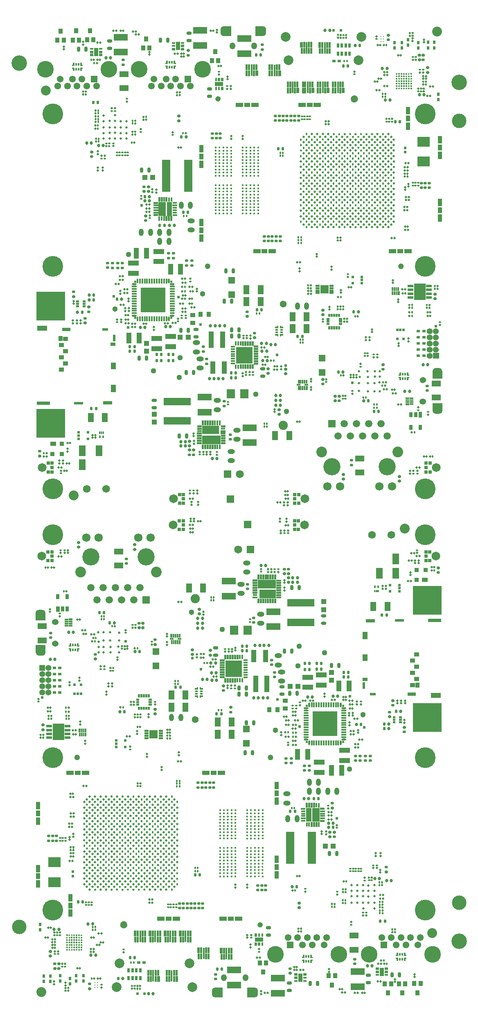
<source format=gbr>
*
%FSLAX45Y45*%
%MOMM*%
G04 A1 - i274x.macro69.d69+1..inc..13.4 *
%AMA1gbs_lev.gbr*
4,1,6,
0.362305,0.260705,
0.362305,-0.260705,
0.044095,-0.260705,
0.044095,-0.057505,
-0.362305,-0.057505,
-0.362305,0.260705,
0.362305,0.260705,
0.0000*
%
G04 A2 - i274x.macro70.d70+1..inc..13.4 *
%AMA2gbs_lev.gbr*
4,1,6,
0.362305,0.260705,
0.362305,-0.260705,
-0.362305,-0.260705,
-0.362305,0.057505,
0.044095,0.057505,
0.044095,0.260705,
0.362305,0.260705,
0.0000*
%
G04 A3 - i274x.macro71.d71+1 *
%AMA3gbs_lev.gbr*
4,1,6,
-0.050800,0.355600,
0.254000,0.355600,
0.254000,-0.355600,
-0.254000,-0.355600,
-0.254000,-0.050800,
-0.050800,-0.050800,
-0.050800,0.355600,
0.0000*
%
G04 A4 - i274x.macro71.d71+1..inc..13.4 *
%AMA4gbs_lev.gbr*
4,1,6,
-0.260705,-0.044095,
-0.057505,-0.044095,
-0.057505,0.362305,
0.260705,0.362305,
0.260705,-0.362305,
-0.260705,-0.362305,
-0.260705,-0.044095,
0.0000*
%
G04 A5 - i274x.macro73.d73..inc..13.4 *
%AMA5gbs_lev.gbr*
4,1,6,
-0.260705,0.362305,
0.057505,0.362305,
0.057505,-0.044095,
0.260705,-0.044095,
0.260705,-0.362305,
-0.260705,-0.362305,
-0.260705,0.362305,
0.0000*
%
G04 A6 - i274x.macro74.d74+1 *
%AMA6gbs_lev.gbr*
4,1,6,
-0.254000,0.355600,
0.254000,0.355600,
0.254000,0.050800,
0.050800,0.050800,
0.050800,-0.355600,
-0.254000,-0.355600,
-0.254000,0.355600,
0.0000*
%
G04 A7 - i274x.macro74.d74+1..inc..13.4 *
%AMA7gbs_lev.gbr*
4,1,6,
-0.260705,0.362305,
0.260705,0.362305,
0.260705,0.044095,
0.057505,0.044095,
0.057505,-0.362305,
-0.260705,-0.362305,
-0.260705,0.362305,
0.0000*
%
G04 A8 - i274x.macro75.d75+1 *
%AMA8gbs_lev.gbr*
4,1,6,
-0.254000,0.355600,
0.254000,0.355600,
0.254000,-0.355600,
-0.050800,-0.355600,
-0.050800,0.050800,
-0.254000,0.050800,
-0.254000,0.355600,
0.0000*
%
G04 A9 - i274x.macro75.d75+1..inc..13.4 *
%AMA9gbs_lev.gbr*
4,1,6,
-0.260705,0.362305,
0.260705,0.362305,
0.260705,-0.362305,
-0.057505,-0.362305,
-0.057505,0.044095,
-0.260705,0.044095,
-0.260705,0.362305,
0.0000*
%
G04 A10 - i274x.macro66.d66..inc..13.4 *
%AMA10gbs_lev.gbr*
4,1,6,
-0.044095,0.260705,
-0.044095,0.057505,
0.362305,0.057505,
0.362305,-0.260705,
-0.362305,-0.260705,
-0.362305,0.260705,
-0.044095,0.260705,
0.0000*
%
G04 A11 - i274x.macro68.d68..inc..13.4 *
%AMA11gbs_lev.gbr*
4,1,6,
0.362305,0.260705,
0.362305,-0.057505,
-0.044095,-0.057505,
-0.044095,-0.260705,
-0.362305,-0.260705,
-0.362305,0.260705,
0.362305,0.260705,
0.0000*
%
G04 A12 - rect2225.04x2052.32xr682x23 *
%AMA12gbs_lev.gbr*
22,1,2.225035,0.688315,-1.112518,-0.344157,0.0*
1,1,1.364000,-0.430520,0.344160*
1,1,1.364000,0.430520,0.344160*
20,1,1.364000,-0.430520,0.344160,0.430520,0.344160,0.0*
1,1,1.364000,-0.430520,-0.344160*
1,1,1.364000,0.430520,-0.344160*
20,1,1.364000,-0.430520,-0.344160,0.430520,-0.344160,0.0*
21,1,1.026160,1.026160,0.599440,0.513080,0.0*
21,1,1.026160,1.026160,0.599440,-0.513080,0.0*
%
G04 A13 - rect2225.04x2052.32xr682x14 *
%AMA13gbs_lev.gbr*
22,1,2.225035,0.688315,-1.112518,-0.344157,0.0*
1,1,1.364000,-0.430520,0.344160*
1,1,1.364000,0.430520,0.344160*
20,1,1.364000,-0.430520,0.344160,0.430520,0.344160,0.0*
1,1,1.364000,-0.430520,-0.344160*
1,1,1.364000,0.430520,-0.344160*
20,1,1.364000,-0.430520,-0.344160,0.430520,-0.344160,0.0*
21,1,1.026160,1.026160,-0.599440,0.513080,0.0*
21,1,1.026160,1.026160,-0.599440,-0.513080,0.0*
%
G04 A14 - rect2015x2190xr663x12 *
%AMA14gbs_lev.gbr*
22,1,0.689000,2.190000,-0.344500,-1.095000,0.0*
1,1,1.326000,-0.344500,-0.432000*
1,1,1.326000,-0.344500,0.432000*
20,1,1.326000,-0.344500,-0.432000,-0.344500,0.432000,0.0*
1,1,1.326000,0.344500,-0.432000*
1,1,1.326000,0.344500,0.432000*
20,1,1.326000,0.344500,-0.432000,0.344500,0.432000,0.0*
21,1,1.007500,1.007500,-0.503750,-0.591250,0.0*
21,1,1.007500,1.007500,0.503750,-0.591250,0.0*
%
G04 A15 - i274x.macro69.d69+1..inc..13.4 180 *
%AMA15gbs_lev.gbr*
4,1,6,
-0.362305,-0.260705,
-0.362305,0.260705,
-0.044095,0.260705,
-0.044095,0.057505,
0.362305,0.057505,
0.362305,-0.260705,
-0.362305,-0.260705,
0.0000*
%
G04 A16 - i274x.macro70.d70+1..inc..13.4 180 *
%AMA16gbs_lev.gbr*
4,1,6,
-0.362305,-0.260705,
-0.362305,0.260705,
0.362305,0.260705,
0.362305,-0.057505,
-0.044095,-0.057505,
-0.044095,-0.260705,
-0.362305,-0.260705,
0.0000*
%
G04 A17 - i274x.macro71.d71+1 180 *
%AMA17gbs_lev.gbr*
4,1,6,
0.050800,-0.355600,
-0.254000,-0.355600,
-0.254000,0.355600,
0.254000,0.355600,
0.254000,0.050800,
0.050800,0.050800,
0.050800,-0.355600,
0.0000*
%
G04 A18 - i274x.macro71.d71+1..inc..13.4 180 *
%AMA18gbs_lev.gbr*
4,1,6,
0.260705,0.044095,
0.057505,0.044095,
0.057505,-0.362305,
-0.260705,-0.362305,
-0.260705,0.362305,
0.260705,0.362305,
0.260705,0.044095,
0.0000*
%
G04 A19 - i274x.macro73.d73..inc..13.4 180 *
%AMA19gbs_lev.gbr*
4,1,6,
0.260705,-0.362305,
-0.057505,-0.362305,
-0.057505,0.044095,
-0.260705,0.044095,
-0.260705,0.362305,
0.260705,0.362305,
0.260705,-0.362305,
0.0000*
%
G04 A20 - i274x.macro74.d74+1 180 *
%AMA20gbs_lev.gbr*
4,1,6,
0.254000,-0.355600,
-0.254000,-0.355600,
-0.254000,-0.050800,
-0.050800,-0.050800,
-0.050800,0.355600,
0.254000,0.355600,
0.254000,-0.355600,
0.0000*
%
G04 A21 - i274x.macro74.d74+1..inc..13.4 180 *
%AMA21gbs_lev.gbr*
4,1,6,
0.260705,-0.362305,
-0.260705,-0.362305,
-0.260705,-0.044095,
-0.057505,-0.044095,
-0.057505,0.362305,
0.260705,0.362305,
0.260705,-0.362305,
0.0000*
%
G04 A22 - i274x.macro75.d75+1 180 *
%AMA22gbs_lev.gbr*
4,1,6,
0.254000,-0.355600,
-0.254000,-0.355600,
-0.254000,0.355600,
0.050800,0.355600,
0.050800,-0.050800,
0.254000,-0.050800,
0.254000,-0.355600,
0.0000*
%
G04 A23 - i274x.macro75.d75+1..inc..13.4 180 *
%AMA23gbs_lev.gbr*
4,1,6,
0.260705,-0.362305,
-0.260705,-0.362305,
-0.260705,0.362305,
0.057505,0.362305,
0.057505,-0.044095,
0.260705,-0.044095,
0.260705,-0.362305,
0.0000*
%
G04 A24 - i274x.macro66.d66..inc..13.4 180 *
%AMA24gbs_lev.gbr*
4,1,6,
0.044095,-0.260705,
0.044095,-0.057505,
-0.362305,-0.057505,
-0.362305,0.260705,
0.362305,0.260705,
0.362305,-0.260705,
0.044095,-0.260705,
0.0000*
%
G04 A25 - i274x.macro68.d68..inc..13.4 180 *
%AMA25gbs_lev.gbr*
4,1,6,
-0.362305,-0.260705,
-0.362305,0.057505,
0.044095,0.057505,
0.044095,0.260705,
0.362305,0.260705,
0.362305,-0.260705,
-0.362305,-0.260705,
0.0000*
%
G04 A26 - rect2225.04x2052.32xr682x23 180 *
%AMA26gbs_lev.gbr*
22,1,2.225035,0.688315,-1.112518,-0.344157,0.0*
1,1,1.364000,0.430520,-0.344160*
1,1,1.364000,-0.430520,-0.344160*
20,1,1.364000,0.430520,-0.344160,-0.430520,-0.344160,0.0*
1,1,1.364000,0.430520,0.344160*
1,1,1.364000,-0.430520,0.344160*
20,1,1.364000,0.430520,0.344160,-0.430520,0.344160,0.0*
21,1,1.026160,1.026160,-0.599440,-0.513080,0.0*
21,1,1.026160,1.026160,-0.599440,0.513080,0.0*
%
G04 A27 - rect2225.04x2052.32xr682x14 180 *
%AMA27gbs_lev.gbr*
22,1,2.225035,0.688315,-1.112518,-0.344157,0.0*
1,1,1.364000,0.430520,-0.344160*
1,1,1.364000,-0.430520,-0.344160*
20,1,1.364000,0.430520,-0.344160,-0.430520,-0.344160,0.0*
1,1,1.364000,0.430520,0.344160*
1,1,1.364000,-0.430520,0.344160*
20,1,1.364000,0.430520,0.344160,-0.430520,0.344160,0.0*
21,1,1.026160,1.026160,0.599440,-0.513080,0.0*
21,1,1.026160,1.026160,0.599440,0.513080,0.0*
%
G04 A28 - rect2015x2190xr663x12 180 *
%AMA28gbs_lev.gbr*
22,1,0.689000,2.190000,-0.344500,-1.095000,0.0*
1,1,1.326000,0.344500,0.432000*
1,1,1.326000,0.344500,-0.432000*
20,1,1.326000,0.344500,0.432000,0.344500,-0.432000,0.0*
1,1,1.326000,-0.344500,0.432000*
1,1,1.326000,-0.344500,-0.432000*
20,1,1.326000,-0.344500,0.432000,-0.344500,-0.432000,0.0*
21,1,1.007500,1.007500,0.503750,0.591250,0.0*
21,1,1.007500,1.007500,-0.503750,0.591250,0.0*
%
%ADD10R,1.106000X0.979000*%
%ADD11R,1.092200X0.965200*%
%ADD12O,0.725000X1.131000*%
%ADD13O,0.685800X1.092200*%
%ADD14O,1.044000X0.409000*%
%ADD15O,1.016000X0.381000*%
%ADD16O,1.092200X0.685800*%
%ADD17O,1.131000X0.725000*%
%ADD18R,1.385000X1.334000*%
%ADD19R,1.371600X1.320800*%
%ADD20R,5.195000X5.195000*%
%ADD21O,0.496000X0.471000*%
%ADD22O,0.457200X0.431800*%
%ADD23R,5.906000X5.906000*%
%ADD24R,0.956310X0.401575*%
%ADD25O,0.471000X0.496000*%
%ADD26O,0.431800X0.457200*%
%ADD27R,1.156000X0.623000*%
%ADD28R,1.056132X0.776225*%
%ADD29R,1.016000X2.311400*%
%ADD30R,1.029000X2.325000*%
%ADD31R,0.648000X0.725000*%
%ADD32R,2.477000X3.366000*%
%ADD33R,5.588000X1.498600*%
%ADD34C,0.384000*%
%ADD35R,1.246125X0.616205*%
%ADD36C,1.811173X0.911707*%
%ADD37R,2.311400X1.016000*%
%ADD38R,0.360000X0.930000*%
%ADD39R,0.356107X0.926085*%
%ADD40C,1.118000*%
%ADD41C,1.131000*%
%ADD42C,2.032000*%
%ADD43R,0.990600X2.641600*%
%ADD44R,1.715000X0.655000*%
%ADD45R,3.366000X3.366000*%
%ADD46R,0.930000X0.360000*%
%ADD47R,0.980000X0.410000*%
%ADD48R,0.685800X1.092200*%
%ADD49R,1.041400X3.479800*%
%ADD50R,2.794000X0.685800*%
%ADD51R,0.865000X1.015000*%
%ADD52R,2.122000X0.979000*%
%ADD53R,1.422400X2.209800*%
%ADD54R,1.676400X1.879600*%
%ADD55R,0.406400X0.914400*%
%ADD56R,0.333000X0.486000*%
%ADD57C,0.457000*%
%ADD58C,0.471000*%
%ADD59A1gbs_lev.gbr*%
%ADD60R,1.976120X0.576325*%
%ADD61R,1.015000X0.915000*%
%ADD62R,0.812800X0.990600*%
%ADD63R,0.826000X1.004000*%
%ADD64R,0.914400X0.406400*%
%ADD65R,1.676400X6.604000*%
%ADD66C,0.409000*%
%ADD67R,1.976120X0.676147*%
%ADD68R,0.725000X0.623000*%
%ADD69R,0.711200X0.609600*%
%ADD70O,0.409000X1.044000*%
%ADD71A2gbs_lev.gbr*%
%ADD72C,1.372000*%
%ADD73A3gbs_lev.gbr*%
%ADD74A4gbs_lev.gbr*%
%ADD75R,0.986283X1.606295*%
%ADD76C,0.333000*%
%ADD77C,0.305000*%
%ADD78C,3.429000*%
%ADD79C,3.442000*%
%ADD80R,0.623000X0.725000*%
%ADD81R,0.609600X0.711200*%
%ADD82R,0.953000X0.953000*%
%ADD83R,0.986283X1.406145*%
%ADD84R,0.928000X1.233000*%
%ADD85R,0.889000X1.193800*%
%ADD86R,0.623000X0.521000*%
%ADD87R,0.609600X0.508000*%
%ADD88R,0.584200X0.889000*%
%ADD89R,0.333000X0.630000*%
%ADD90C,0.623000*%
%ADD91C,0.610000*%
%ADD92A5gbs_lev.gbr*%
%ADD93R,0.626110X1.406145*%
%ADD94R,0.928000X1.614000*%
%ADD95R,0.889000X1.574800*%
%ADD96O,0.965200X1.498600*%
%ADD97R,0.521000X0.623000*%
%ADD98R,0.508000X0.609600*%
%ADD99R,0.430000X1.280000*%
%ADD100O,1.498600X0.965200*%
%ADD101R,0.939000X1.701000*%
%ADD102R,1.193800X0.889000*%
%ADD103R,1.233000X0.928000*%
%ADD104A6gbs_lev.gbr*%
%ADD105A7gbs_lev.gbr*%
%ADD106R,1.726412X1.726412*%
%ADD107A8gbs_lev.gbr*%
%ADD108A9gbs_lev.gbr*%
%ADD109R,1.574800X0.889000*%
%ADD110R,1.614000X0.928000*%
%ADD111R,0.635000X0.431800*%
%ADD112R,0.674000X0.471000*%
%ADD113A10gbs_lev.gbr*%
%ADD114R,2.870200X1.473200*%
%ADD115C,4.293000*%
%ADD116R,1.295400X1.905000*%
%ADD117R,0.630000X0.333000*%
%ADD118R,2.528000X2.020000*%
%ADD119R,1.905000X1.295400*%
%ADD120R,1.918000X1.309000*%
%ADD121A11gbs_lev.gbr*%
%ADD122O,0.725000X0.623000*%
%ADD123O,0.685800X0.584200*%
%ADD124R,1.270000X0.914400*%
%ADD125O,0.584200X0.685800*%
%ADD126O,0.623000X0.725000*%
%ADD127R,0.979000X1.106000*%
%ADD128R,0.965200X1.092200*%
%ADD129R,1.701000X0.939000*%
%ADD130R,0.725000X1.131000*%
%ADD131R,0.431800X0.635000*%
%ADD132R,0.471000X0.674000*%
%ADD133C,2.015000*%
%ADD134R,0.623000X0.928000*%
%ADD135R,0.521000X0.471000*%
%ADD136A12gbs_lev.gbr*%
%ADD137A13gbs_lev.gbr*%
%ADD138A14gbs_lev.gbr*%
%ADD139C,2.223000*%
%ADD140O,1.232000X1.382000*%
%ADD141C,1.385000*%
%ADD142R,1.372000X1.372000*%
%ADD143R,1.512000X1.512000*%
%ADD144C,1.512000*%
%ADD145C,1.639000*%
%ADD146C,1.725000*%
%ADD147O,1.382000X1.232000*%
%ADD148R,1.639000X1.639000*%
%ADD149C,1.125000*%
%ADD150C,1.425000*%
%ADD151C,1.900000*%
%ADD152C,3.550000*%
%ADD153C,0.502000*%
%ADD154C,0.402000*%
%ADD155C,0.400000*%
%ADD156A15gbs_lev.gbr*%
%ADD157A16gbs_lev.gbr*%
%ADD158A17gbs_lev.gbr*%
%ADD159A18gbs_lev.gbr*%
%ADD160A19gbs_lev.gbr*%
%ADD161A20gbs_lev.gbr*%
%ADD162A21gbs_lev.gbr*%
%ADD163A22gbs_lev.gbr*%
%ADD164A23gbs_lev.gbr*%
%ADD165A24gbs_lev.gbr*%
%ADD166A25gbs_lev.gbr*%
%ADD167A26gbs_lev.gbr*%
%ADD168A27gbs_lev.gbr*%
%ADD169A28gbs_lev.gbr*%
%ADD170C,3.000000*%
%ADD171C,3.200000*%
%IPPOS*%
%LNgbs_lev.gbr*%
%LPD*%
%SRX1Y1I0J0*%
G01*
G75*
G54D10*
X006805728Y008820735D03*
Y008655635D03*
G54D11*
X006008168Y006608395D03*
Y006773495D03*
G54D10*
X006960668Y007357695D03*
Y007192595D03*
G54D12*
X005324908Y005695265D03*
X005172508D03*
G54D13*
X005200448Y006317565D03*
X005352848D03*
X005992928Y007798385D03*
X006145328D03*
X008368260Y001110972D03*
X008215860D03*
X006676620Y000930632D03*
G54D12*
X006917488Y003612465D03*
G54D13*
X007069888D03*
X005205528Y006911925D03*
X005053128D03*
X005202988Y007038925D03*
X005050588D03*
G54D12*
X006290108Y009106485D03*
X006137708D03*
G54D13*
X006254548Y006924625D03*
G54D12*
X006102148D03*
X007118148Y007501205D03*
X006965748D03*
G54D14*
X006434888Y006020106D03*
Y006070118D03*
Y006120106D03*
Y006170118D03*
Y006220105D03*
Y006270118D03*
Y006320105D03*
Y006370118D03*
Y006420105D03*
Y006470117D03*
G54D15*
Y006520104D03*
Y006570117D03*
G54D14*
X007219342D03*
Y006520104D03*
Y006470117D03*
Y006420105D03*
Y006370118D03*
Y006320105D03*
Y006270118D03*
Y006220105D03*
Y006170118D03*
Y006120106D03*
Y006070118D03*
Y006020106D03*
G54D16*
X005942128Y007059245D03*
Y006906845D03*
X007725640Y000945872D03*
Y001098272D03*
X006087340Y000788392D03*
G54D17*
X006805728Y008524825D03*
Y008372425D03*
G54D16*
X004562908Y007866965D03*
G54D17*
Y007714565D03*
G54D18*
X003333980Y007496328D03*
G54D19*
X005200880Y006186095D03*
Y005891048D03*
G54D20*
X006827115Y006295112D03*
G54D21*
X008692948Y009614434D03*
Y009670416D03*
X004118408Y010536556D03*
Y010480574D03*
G54D22*
X005987848Y010234194D03*
G54D21*
Y010290176D03*
G54D22*
X001306628Y001539774D03*
G54D21*
Y001595756D03*
G54D22*
X001449300Y001278560D03*
G54D21*
Y001334542D03*
G54D22*
X001238048Y001539774D03*
G54D21*
Y001595756D03*
G54D22*
X001390880Y001278560D03*
G54D21*
Y001334542D03*
X004311448Y008611236D03*
Y008555254D03*
X008325080Y006719240D03*
Y006775222D03*
X003562580Y007928281D03*
Y007984262D03*
Y008154442D03*
Y008098461D03*
X003178202Y006437326D03*
Y006493307D03*
G54D22*
X003315336Y006749010D03*
G54D21*
Y006693028D03*
X002351000Y007069761D03*
Y007125742D03*
X001339648Y008517154D03*
X001761720Y006340882D03*
Y006284901D03*
G54D22*
X007074968Y004145814D03*
G54D21*
Y004201796D03*
X001746480Y007191681D03*
Y007247662D03*
G54D22*
X002799716Y005765928D03*
G54D21*
Y005821910D03*
X008405928Y006721374D03*
Y006777356D03*
X008598968Y009370594D03*
Y009426576D03*
X008085888Y009088654D03*
Y009144636D03*
G54D22*
X001997940Y002609622D03*
X001942060D03*
X001886180D03*
X003582900Y002505380D03*
Y002561362D03*
X003694660Y002505380D03*
Y002561362D03*
X003638780Y002505380D03*
Y002561362D03*
X003750540Y002505380D03*
Y002561362D03*
X001345160Y003932962D03*
Y003876981D03*
X001456920Y003932962D03*
Y003876981D03*
X001401040Y003932962D03*
Y003876981D03*
G54D21*
X006762142Y004019246D03*
Y004075227D03*
G54D22*
X007738340Y003061640D03*
X007898360Y003371622D03*
G54D21*
Y003315641D03*
X007969480Y003280182D03*
Y003224201D03*
X008024928Y009088654D03*
Y009144636D03*
G54D22*
X007575780Y003305582D03*
Y003249600D03*
X007519900Y003305582D03*
Y003249600D03*
X007464020Y003305582D03*
Y003249600D03*
X007408140Y003305582D03*
Y003249600D03*
X007352260Y003305582D03*
Y003249600D03*
X007794220Y003061640D03*
X007824700Y003371622D03*
G54D21*
Y003315641D03*
G54D22*
X007646900Y003059101D03*
G54D21*
Y003115082D03*
X004814368Y007033794D03*
Y007089776D03*
G54D22*
X004834688Y007844156D03*
G54D21*
Y007788174D03*
G54D22*
X005276648Y008456296D03*
Y008400314D03*
G54D21*
X005985308Y009264016D03*
Y009208034D03*
X005987848Y009053094D03*
Y009109076D03*
X006815888Y006914516D03*
Y006858534D03*
X007405168Y006523356D03*
Y006467374D03*
X007328968Y006523356D03*
Y006467374D03*
G54D22*
X006312968Y006739256D03*
G54D21*
Y006683274D03*
G54D22*
X006155488Y006670676D03*
Y006614694D03*
X006236768Y006670676D03*
Y006614694D03*
G54D21*
X007334048Y006325236D03*
Y006269254D03*
G54D22*
X006419648Y002886076D03*
G54D21*
Y002830094D03*
X008766608Y009670416D03*
Y009614434D03*
X006064048Y010290176D03*
G54D22*
Y010234194D03*
G54D21*
X004047288Y010480574D03*
Y010536556D03*
X006848908Y004069716D03*
Y004013734D03*
G54D22*
X002205788Y000904876D03*
G54D21*
Y000848894D03*
X008471968Y006317514D03*
Y006373496D03*
G54D22*
X006894221Y004606088D03*
G54D21*
Y004550106D03*
X004974820Y002967762D03*
Y002911780D03*
X005216120Y002967762D03*
Y002911780D03*
G54D22*
X000898120Y006754801D03*
G54D21*
Y006810782D03*
X002424660Y007125742D03*
Y007069761D03*
X005507382Y000770687D03*
Y000714706D03*
X002302740Y006902120D03*
Y006958102D03*
X001225780Y000973862D03*
Y000917880D03*
X001459460Y000945922D03*
X001543254Y003954984D03*
Y003899003D03*
X001616914Y004021024D03*
Y003965043D03*
X006033568Y010472954D03*
Y010528936D03*
X001865860Y005886121D03*
Y005942102D03*
X008484668Y006774816D03*
Y006718834D03*
G54D22*
X008730540Y009881744D03*
G54D21*
Y009825762D03*
X002939848Y006147436D03*
Y006091454D03*
X005896408Y010472954D03*
Y010528936D03*
X004179368Y007727316D03*
Y007671334D03*
X007872960Y003620542D03*
Y003564561D03*
X007974560Y003620542D03*
Y003564561D03*
X003801340Y005647361D03*
Y005703342D03*
X003445740Y005345100D03*
Y005401082D03*
X008276820Y000963600D03*
Y001019582D03*
X003140508Y005613934D03*
Y005669916D03*
X004763568Y007788174D03*
G54D22*
Y007844156D03*
G54D21*
X004905808Y007788174D03*
Y007844156D03*
X004976928Y007869556D03*
Y007813574D03*
X004890568Y007087236D03*
G54D22*
Y007031254D03*
G54D21*
X004961688Y007087236D03*
G54D22*
Y007031254D03*
X005507788Y009436634D03*
G54D21*
Y009492616D03*
X005647488Y009490076D03*
Y009434094D03*
G54D22*
X005860848Y009490076D03*
G54D21*
Y009434094D03*
G54D22*
X005789728Y009490076D03*
G54D21*
Y009434094D03*
X005718608Y009490076D03*
Y009434094D03*
X007509308Y006165216D03*
Y006109234D03*
G54D22*
X006061508Y005913756D03*
G54D21*
Y005857774D03*
X005919268Y006119496D03*
Y006063514D03*
X007488988Y006698514D03*
Y006754496D03*
G54D22*
X007575348D03*
G54D21*
Y006698514D03*
X001547928Y007150736D03*
Y007094754D03*
X005911648Y010290176D03*
Y010234194D03*
G54D23*
X008944154Y006423686D03*
Y008843697D03*
G54D24*
X005379391Y008956092D03*
G54D25*
X002043711Y001585952D03*
X001987729D03*
G54D26*
X002079270Y002040612D03*
G54D25*
X002043711Y001644372D03*
X001987729D03*
G54D26*
X002079270Y002096491D03*
X002066571Y008001992D03*
G54D25*
X002010589D03*
G54D26*
X002201089Y008459192D03*
X002257071D03*
X002201089Y008520152D03*
X002257071D03*
X004527831Y008850352D03*
X004471849D03*
X003783610Y007120612D03*
X003727629D03*
X003783610Y007176492D03*
X003727629D03*
X004626789Y006574512D03*
X004682771D03*
X004527831Y008908772D03*
X004471849D03*
X002945309Y006234152D03*
G54D25*
X003001290D03*
X001756690Y008451572D03*
X001700709D03*
X001667791Y006160491D03*
G54D26*
X006194147Y004557599D03*
X006138165D03*
G54D25*
X006960719Y004321125D03*
X006904737D03*
G54D26*
X003819171Y005116551D03*
X003763189D03*
X003819171Y005060671D03*
X003763189D03*
X003819171Y005004792D03*
X003763189D03*
X006971209Y002515591D03*
X007961809Y002614651D03*
X007969429Y002685771D03*
G54D25*
X008025411D03*
G54D26*
X007964349Y002383512D03*
Y002439391D03*
X007951649Y002965172D03*
X007961809Y002558771D03*
X007969429Y002759432D03*
G54D25*
X008025411D03*
G54D26*
X007961809Y002502892D03*
X007951649Y003021052D03*
X009089239Y009462085D03*
G54D25*
X009033257D03*
X006526277Y006777305D03*
X006582259D03*
X007026759Y006790005D03*
X006970777D03*
X007417919Y006078805D03*
X007361937D03*
X006163057Y005941645D03*
X006219039D03*
G54D26*
X006168137Y006114365D03*
G54D25*
X006224119D03*
X006163057Y006469965D03*
X006219039D03*
G54D26*
X006168137Y006028005D03*
G54D25*
X006224119D03*
X007260439Y006853505D03*
X007204457D03*
X007260439Y006787465D03*
X007204457D03*
G54D26*
X006211419Y002853005D03*
G54D25*
X006155437D03*
X006305399Y003147645D03*
X006249417D03*
G54D26*
X004331717Y007549465D03*
G54D25*
X004387699D03*
X004527297Y007275145D03*
X004583279D03*
X004506977Y007630745D03*
X004562959D03*
X002185849Y001781531D03*
X002241831D03*
X001040309Y001883132D03*
X001096291D03*
X002046250Y001878051D03*
X001990269D03*
X002203731Y001964412D03*
X002147749D03*
X001240639Y001727785D03*
X001184657D03*
X002165631Y001725652D03*
X002109649D03*
X001149631Y006630391D03*
X001093649D03*
X001149199Y006551245D03*
X001093217D03*
X007501332Y000732537D03*
X007445351D03*
X007593483Y000734213D03*
X007649465D03*
X005581829Y000735051D03*
X005637811D03*
X006960312Y004405377D03*
X006904331D03*
X001100837Y002080845D03*
X001156819D03*
G54D26*
X001472109Y006457671D03*
Y006401792D03*
G54D25*
X001525119Y006548705D03*
G54D26*
X001469137D03*
G54D25*
X001525551Y006630391D03*
G54D26*
X001469569D03*
G54D25*
X001622070Y003554451D03*
X001566089D03*
X008601457Y009248725D03*
X008545476D03*
X004095599Y010249485D03*
X004039617D03*
X002051331Y008144231D03*
X001995349D03*
X001886231Y008149312D03*
X001830249D03*
X003621051Y006112232D03*
X003565069D03*
X003621051Y006170651D03*
X003565069D03*
X002729384Y006037733D03*
X002785365D03*
X004096437Y010325228D03*
X004040455D03*
X008614081Y009825204D03*
X008670062D03*
X004316147Y007665898D03*
X004260165D03*
X006904331Y004473957D03*
X006960312D03*
X001616457Y006078805D03*
X001672439D03*
X003791104Y005519573D03*
X003847085D03*
X007977150Y000976352D03*
X007921169D03*
X006971209Y002571472D03*
X004262706Y007734479D03*
X004318687D03*
X002817471Y006744717D03*
X002873453D03*
X002817471Y006686297D03*
X002873453D03*
X003251912Y002662937D03*
X003195931D03*
X001558037Y004851985D03*
X001614019D03*
X001570737Y004445585D03*
X001626719D03*
X009033257Y009533205D03*
X009089239D03*
X006010835Y010399929D03*
X006066816D03*
X008725714Y009760408D03*
X008781696D03*
X004088843Y010403968D03*
X004032861D03*
X001809929Y008225511D03*
X001865911D03*
G54D26*
X002086890Y008068031D03*
G54D25*
X002030909D03*
X004512159Y007473265D03*
X004456177D03*
X007511899Y005878145D03*
X007455917D03*
X007595719Y005969585D03*
X007539737D03*
X007455917Y005807025D03*
X007511899D03*
X007341617Y006612205D03*
X007397599D03*
X006421832Y006770752D03*
X006365851D03*
X007494119Y006398845D03*
X007438137D03*
X006020817Y006368365D03*
X006076799D03*
X006211317Y006370905D03*
X006267299D03*
X006168137Y006271845D03*
X006224119D03*
X005977637Y006444565D03*
X006033619D03*
X006157977Y006200725D03*
X006213959D03*
X006071719Y006028005D03*
X006015737D03*
X007341617Y006698565D03*
X007397599D03*
X006219039Y006541085D03*
X006163057D03*
X006076799Y006271845D03*
X006020817D03*
X006224119Y005855285D03*
X006168137D03*
X007417919Y006149925D03*
X007361937D03*
G54D26*
X006061559Y006119445D03*
G54D25*
X006005577D03*
X001570737Y004377005D03*
X001626719D03*
X001537717Y004229685D03*
X001593699D03*
X007339077Y006774765D03*
X007395059D03*
X001603859Y003465145D03*
X001547877D03*
X001616559Y004783405D03*
X001560577D03*
X001621639Y003622625D03*
X001565657D03*
X001593699Y004168725D03*
X001537717D03*
X001834897Y005014545D03*
X001890879D03*
X007989317Y001402665D03*
G54D26*
X008045299D03*
G54D25*
X001184657Y001669365D03*
X001240639D03*
X008052817Y001336625D03*
G54D26*
X008108799D03*
G54D25*
X007984339D03*
X007928357D03*
X003252319Y002601545D03*
X003196337D03*
X002182979Y001029285D03*
X002126997D03*
G54D26*
X001999997D03*
G54D25*
X002055979D03*
X008619339Y009670365D03*
X008563357D03*
X004199637Y010480625D03*
X004255619D03*
G54D27*
X001504824Y006247460D03*
Y006167451D03*
Y006087491D03*
Y006007481D03*
X001119455D03*
Y006087491D03*
Y006167451D03*
Y006247460D03*
G54D28*
X007656780Y007214261D03*
G54D29*
X007175959Y005329911D03*
X006965951D03*
X007327698Y007081038D03*
X007117691D03*
G54D30*
X006258765Y005662245D03*
G54D29*
X006468772D03*
G54D31*
X006198719Y010494417D03*
X006278145D03*
Y010314433D03*
X006198719D03*
Y010404425D03*
X003895701Y010314433D03*
X003816275D03*
Y010494417D03*
X003895701D03*
Y010404425D03*
X008916519Y009849664D03*
X008995944D03*
Y009669679D03*
X008916519D03*
Y009759672D03*
G54D32*
X001312140Y006127471D03*
G54D33*
X006330748Y008394015D03*
Y008797875D03*
G54D34*
X001489788Y001926464D03*
X001689813Y001876451D03*
X001639800D03*
X001589787D03*
X001689813Y001826464D03*
X001639800D03*
X001589787D03*
X001689813Y001776452D03*
X001639800D03*
X001589787D03*
Y001726439D03*
X001739800Y001676452D03*
G54D35*
X007817283Y006909258D03*
G54D36*
X006406110Y010404425D03*
X003688310D03*
X009123910Y009759672D03*
G54D37*
X007233515Y005537328D03*
Y005747335D03*
X006709208Y005293082D03*
Y005503089D03*
X006468975Y007258635D03*
Y007048628D03*
X006750915Y007304355D03*
Y007094348D03*
G54D38*
X006500445Y004218027D03*
G54D39*
X006450458D03*
G54D38*
X006650458Y004613047D03*
G54D40*
X007339128Y005359985D03*
X006818428Y007762825D03*
X006290108Y007897445D03*
G54D41*
X005802428Y006167705D03*
G54D40*
X006267248Y007493585D03*
G54D41*
X004067608Y008598485D03*
G54D40*
X004702608Y008242885D03*
G54D41*
X007613448Y006485205D03*
G54D42*
X000956108Y000752425D03*
G54D43*
X005595418Y007694245D03*
X005354118D03*
G54D44*
X008625791Y006909258D03*
G54D45*
X004941368Y007435165D03*
G54D46*
X006377941Y004290544D03*
G54D47*
Y004340531D03*
G54D46*
Y004390543D03*
Y004440531D03*
Y004490543D03*
G54D47*
X006772962D03*
Y004440531D03*
Y004390543D03*
Y004340531D03*
G54D48*
X001395960Y008665998D03*
G54D49*
X005392217Y007120205D03*
X005628438D03*
G54D50*
X009097773Y008429245D03*
G54D51*
X008743291Y007092239D03*
G54D52*
X009122792Y006884239D03*
G54D53*
X007949998Y009409990D03*
X008290002D03*
Y009699981D03*
G54D54*
X004943908Y008232725D03*
X005223308D03*
G54D55*
X005016374Y007195135D03*
X005066362D03*
X005116374D03*
Y007675195D03*
X005066362D03*
G54D56*
X007927849Y009123579D03*
X007857847D03*
G54D57*
X003656738Y004793006D03*
G54D58*
X003204186D03*
X003091054D03*
X002977897D03*
G54D57*
X002864765D03*
G54D58*
X002751634D03*
X002525346D03*
X002299082D03*
X002185925D03*
X002072793D03*
X001959662D03*
G54D57*
X003373908Y004736441D03*
X003034488D03*
G54D58*
X002921332D03*
X002808200D03*
X002695068D03*
X002468780D03*
X002355648D03*
X002242491D03*
X002129359D03*
X002016228D03*
X001903071D03*
G54D57*
X003769894Y004679849D03*
X003656738D03*
X003430474D03*
X003317318D03*
X003204186D03*
X003091054D03*
G54D58*
X002977897D03*
X002864765D03*
X002751634D03*
X002638503D03*
X002525346D03*
X002412214D03*
X002299082D03*
X002185925D03*
X002072793D03*
X001959662D03*
X001846505D03*
X003147620Y004623284D03*
X003034488D03*
X002921332D03*
X002808200D03*
X002695068D03*
X002581911D03*
X002468780D03*
X002355648D03*
X002242491D03*
X002129359D03*
X002016228D03*
X003204186Y004566718D03*
X003091054D03*
X002977897D03*
X002864765D03*
X002751634D03*
X002638503D03*
X002525346D03*
X002412214D03*
X002299082D03*
X002185925D03*
X002072793D03*
X001959662D03*
X001846505D03*
G54D57*
X003713329Y004510152D03*
X003487040D03*
X003373908D03*
X003260752D03*
G54D58*
X003147620D03*
X003034488D03*
X002921332D03*
X002808200D03*
X002695068D03*
X002581911D03*
X002468780D03*
X002355648D03*
X002242491D03*
X002129359D03*
X002016228D03*
X001903071D03*
X003091054Y004453586D03*
X002977897D03*
X002638503D03*
X002525346D03*
X002412214D03*
X002299082D03*
X002185925D03*
X002072793D03*
X001959662D03*
X001846505D03*
X003034488Y004397020D03*
X002921332D03*
X002808200D03*
X002695068D03*
X002581911D03*
X002468780D03*
X002355648D03*
X002242491D03*
G54D57*
X002129359D03*
G54D58*
X002016228D03*
X001903071D03*
G54D57*
X003769894Y004340429D03*
X003656738D03*
X003543606D03*
X003430474D03*
X003317318D03*
X003204186D03*
X003091054D03*
X002977897D03*
X002864765D03*
X002751634D03*
X002638503D03*
X002525346D03*
X002412214D03*
X002299082D03*
G54D58*
X002072793D03*
X001959662D03*
X001846505D03*
G54D57*
X003260752Y004283863D03*
X003147620D03*
X003034488D03*
X002921332D03*
X002808200D03*
X002695068D03*
X002581911D03*
X002468780D03*
X002355648D03*
G54D58*
X002242491D03*
X002129359D03*
X002016228D03*
X001903071D03*
G54D57*
X003317318Y004227297D03*
X002299082D03*
G54D58*
X002185925D03*
X002072793D03*
X001959662D03*
G54D57*
X003713329Y004170731D03*
X003600172D03*
X003487040D03*
X003373908D03*
X003260752D03*
X002355648D03*
X002129359D03*
G54D58*
X002016228D03*
X001903071D03*
G54D57*
X003091054Y004114166D03*
X002864765D03*
X002299082D03*
G54D58*
X002185925D03*
X002072793D03*
X001959662D03*
X001846505D03*
G54D57*
X003034488Y004057600D03*
X002808200D03*
X002355648D03*
G54D58*
X002242491D03*
X002129359D03*
X002016228D03*
X001903071D03*
G54D57*
X003769894Y004001009D03*
X003656738D03*
X003543606D03*
X003317318D03*
X002977897D03*
X002751634D03*
X002299082D03*
G54D58*
X002185925D03*
X002072793D03*
X001959662D03*
X001846505D03*
G54D57*
X003260752Y003944443D03*
X002921332D03*
X002355648D03*
X002242491D03*
X002129359D03*
X002016228D03*
X001903071D03*
X003317318Y003887877D03*
X002864765D03*
X002299082D03*
G54D58*
X002185925D03*
G54D57*
X002072793D03*
G54D58*
X001959662D03*
G54D57*
X003713329Y003831311D03*
X003600172D03*
X003487040D03*
X003373908D03*
X003260752D03*
X002808200D03*
X002581911D03*
X002355648D03*
G54D58*
X002242491D03*
X002129359D03*
X002016228D03*
X001903071D03*
G54D57*
X003317318Y003774745D03*
X002751634D03*
X002525346D03*
X002299082D03*
G54D58*
X002185925D03*
G54D57*
X002072793D03*
X001846505D03*
X003260752Y003718180D03*
X002695068D03*
X002355648D03*
X002242491D03*
X002129359D03*
G54D58*
X002016228D03*
G54D57*
X003769894Y003661614D03*
X003656738D03*
X003543606D03*
X003430474D03*
X002299082D03*
G54D58*
X002185925D03*
X002072793D03*
X001959662D03*
X001846505D03*
G54D57*
X003260752Y003605023D03*
X002581911D03*
X002355648D03*
G54D58*
X002242491D03*
X002129359D03*
X002016228D03*
X001903071D03*
G54D57*
X002299082Y003548457D03*
G54D58*
X002185925D03*
X002072793D03*
X001959662D03*
G54D57*
X003713329Y003491891D03*
X003600172D03*
X003487040D03*
X003260752D03*
X002355648D03*
G54D58*
X002242491D03*
X002129359D03*
X002016228D03*
X001903071D03*
G54D57*
X003317318Y003435325D03*
X002299082D03*
X002185925D03*
G54D58*
X002072793D03*
X001959662D03*
G54D57*
X003260752Y003378759D03*
X003147620D03*
X003034488D03*
X002921332D03*
X002808200D03*
X002695068D03*
X002581911D03*
X002468780D03*
X002355648D03*
G54D58*
X002242491D03*
G54D57*
X002129359D03*
G54D58*
X002016228D03*
X001903071D03*
G54D57*
X003769894Y003322194D03*
X003656738D03*
X003543606D03*
X003430474D03*
X003317318D03*
X003204186D03*
X003091054D03*
X002977897D03*
X002864765D03*
X002751634D03*
X002638503D03*
X002525346D03*
X002412214D03*
X002299082D03*
G54D58*
X002185925D03*
X002072793D03*
X001959662D03*
X001846505D03*
X003713329Y003265603D03*
X003600172D03*
X003487040D03*
X003373908D03*
X003260752D03*
G54D57*
X003034488D03*
X002921332D03*
X002808200D03*
X002695068D03*
X002581911D03*
X002468780D03*
X002355648D03*
G54D58*
X002242491D03*
X002129359D03*
X002016228D03*
X001903071D03*
X003656738Y003209037D03*
X003543606D03*
X003317318D03*
X003204186D03*
X003091054D03*
X002977897D03*
X002864765D03*
X002751634D03*
X002638503D03*
X002412214D03*
X002299082D03*
X002185925D03*
X002072793D03*
X001959662D03*
X001846505D03*
G54D57*
X003713329Y003152471D03*
X003600172D03*
X003487040D03*
X003373908D03*
G54D58*
X003260752D03*
X003147620D03*
X003034488D03*
X002695068D03*
X002468780D03*
X002355648D03*
X002242491D03*
X002129359D03*
X002016228D03*
X001903071D03*
X003656738Y003095905D03*
X003543606D03*
X003430474D03*
X003317318D03*
X003204186D03*
G54D57*
X003091054D03*
G54D58*
X002977897D03*
X002864765D03*
X002751634D03*
X002638503D03*
X002525346D03*
X002299082D03*
X002185925D03*
X002072793D03*
X001959662D03*
X001846505D03*
X003713329Y003039340D03*
X003600172D03*
X003487040D03*
X003373908D03*
X003260752D03*
X003147620D03*
X003034488D03*
X002921332D03*
X002808200D03*
X002695068D03*
X002581911D03*
X002468780D03*
X002355648D03*
X002242491D03*
X002129359D03*
X002016228D03*
X001903071D03*
G54D57*
X003769894Y002982773D03*
X003656738D03*
X003543606D03*
X003430474D03*
X003091054D03*
G54D58*
X002977897D03*
X002864765D03*
X002751634D03*
X002638503D03*
X002525346D03*
X002299082D03*
X002185925D03*
X002072793D03*
X001959662D03*
X001846505D03*
X003260752Y002926183D03*
X003147620D03*
X002921332D03*
X002468780D03*
X002355648D03*
X002242491D03*
X002016228D03*
X001903071D03*
G54D57*
X003656738Y002869617D03*
G54D58*
X003204186D03*
X002185925D03*
X001959662D03*
G54D59*
X004167913Y006855588D03*
G54D60*
X008367803Y008429245D03*
G54D61*
X008640777Y007606260D03*
Y007352260D03*
Y007098260D03*
X008725790Y007733260D03*
Y007479259D03*
Y007225259D03*
G54D62*
X005611319Y001355827D03*
G54D63*
X008064501Y000924028D03*
G54D62*
X008194498D03*
G54D63*
X008359141Y000926568D03*
G54D62*
X008489139D03*
X008806639Y000929107D03*
X007036259Y001089128D03*
G54D64*
X005181398Y007260159D03*
Y007310172D03*
Y007360159D03*
Y007410171D03*
Y007460159D03*
Y007510171D03*
Y007560158D03*
Y007610171D03*
G54D65*
X006556808Y003731845D03*
X006104688D03*
G54D66*
X004655923Y003145130D03*
X004735933D03*
X004815918D03*
X004895928D03*
X004975938D03*
X005295927D03*
X005375937D03*
X005535931D03*
X004815918Y003210129D03*
X004895928D03*
X005215916D03*
X005295927D03*
X005375937D03*
X005455921D03*
X004655923Y003275128D03*
X004735933D03*
X004815918D03*
X004895928D03*
X005215916D03*
X005295927D03*
X004655923Y003340126D03*
X004735933D03*
X004975938D03*
X005215916D03*
X005295927D03*
X005375937D03*
X005455921D03*
X004655923Y003405125D03*
X004895928D03*
X005215916D03*
X005375937D03*
X004735933Y003470123D03*
X004815918D03*
X004895928D03*
X004975938D03*
X005455921D03*
X005535931D03*
X004655923Y003535122D03*
X004815918D03*
X004895928D03*
X005215916D03*
X005295927D03*
X005455921D03*
X005535931D03*
X004655923Y003600121D03*
X004735933D03*
X004815918D03*
X005215916D03*
X005295927D03*
X005455921D03*
X005535931D03*
X004655923Y003665119D03*
X004735933D03*
X004815918D03*
X004895928D03*
X004975938D03*
X005215916D03*
X005295927D03*
X005375937D03*
X005455921D03*
X005535931D03*
X004655923Y003730118D03*
X004815918D03*
X004895928D03*
X004975938D03*
X005215916D03*
X005375937D03*
X005455921D03*
X005535931D03*
X004655923Y003925139D03*
X004735933D03*
X004815918D03*
X004895928D03*
X004975938D03*
X004655923Y003990137D03*
X004735933D03*
X004815918D03*
X004895928D03*
X004655923Y004055136D03*
X004735933D03*
X004895928D03*
X004975938D03*
X004815918Y004120135D03*
X004735933Y004185134D03*
Y004250132D03*
X004975938D03*
X004655923Y004315130D03*
X004735933D03*
X004655923Y004380129D03*
X004735933D03*
X004895928D03*
X004975938D03*
X004655923Y004445128D03*
X004735933D03*
X004815918D03*
X004895928D03*
X004975938D03*
X004655923Y004510127D03*
X004815918D03*
X004895928D03*
G54D67*
X007770775Y008424241D03*
G54D68*
X001228218Y007069811D03*
X001340182D03*
X001228218Y007450811D03*
X001340182D03*
X001228218Y006942812D03*
X001340182D03*
X001228218Y007196812D03*
X001340182D03*
X001228218Y007323811D03*
X001340182D03*
G54D69*
X003087701Y001362432D03*
G54D70*
X007102120Y005902885D03*
X007052108D03*
X007002121D03*
X006952108D03*
X006902121D03*
X006852108D03*
X006802121D03*
X006752109D03*
X006702122D03*
X006652109D03*
X006602122D03*
X006552109D03*
Y006687338D03*
X006602122D03*
X006652109D03*
X006702122D03*
X006752109D03*
X006802121D03*
X006852108D03*
X006902121D03*
X006952108D03*
X007002121D03*
X007052108D03*
X007102120D03*
G54D71*
X004167913Y007024955D03*
G54D72*
X006810834Y001729995D03*
X008750022D03*
G54D73*
X008314056Y001531798D03*
G54D74*
X001552576Y007924979D03*
G54D75*
X007653275Y008122743D03*
G54D76*
X002116482Y000849733D03*
Y000899745D03*
Y000949758D03*
X002066495Y000849733D03*
G54D77*
Y000899745D03*
G54D76*
Y000949758D03*
G54D78*
X007117818Y001529995D03*
X007743013D03*
G54D79*
X009057006D03*
G54D80*
X001550900Y000920370D03*
G54D81*
Y001032333D03*
X001835380Y001093293D03*
G54D80*
X000930708Y002154607D03*
G54D81*
Y002042643D03*
G54D80*
X001012420Y000973710D03*
G54D81*
Y001085673D03*
G54D80*
X001141960Y000973710D03*
G54D81*
Y001085673D03*
G54D80*
X001345160Y000981330D03*
G54D81*
Y001093293D03*
G54D80*
X001682980Y000978790D03*
G54D81*
Y001090753D03*
G54D82*
X008912658Y009478443D03*
X008720989D03*
Y009267928D03*
G54D83*
X007653275Y007659244D03*
G54D84*
X005830800Y004860011D03*
G54D85*
X001558520Y002543506D03*
X000893040Y004443452D03*
Y003145512D03*
G54D84*
X005830800Y003336011D03*
G54D86*
X008176312Y009163864D03*
Y009033867D03*
G54D87*
X008366304D03*
G54D86*
Y009098865D03*
Y009163864D03*
X002697431Y005820335D03*
Y005950332D03*
X002507439D03*
Y005885333D03*
Y005820335D03*
G54D88*
X002764410Y001205942D03*
G54D89*
X008373746Y001531798D03*
X008423734D03*
Y001431824D03*
X008373746D03*
X001612266Y007924979D03*
X001662254D03*
Y007825004D03*
X001612266D03*
G54D90*
X007069481Y004341877D03*
X001613561Y003242057D03*
X000979400Y006838671D03*
X001613561Y003153157D03*
X004087928Y007653605D03*
X004265728Y007427545D03*
G54D91*
X005848148Y006802705D03*
G54D90*
X007638848Y006223585D03*
X006300268Y006238825D03*
X007341668Y006866205D03*
G54D92*
X008483424Y001531798D03*
X001721943Y007924979D03*
G54D93*
X007635292Y007082740D03*
G54D94*
X005830800Y004700017D03*
Y005020006D03*
G54D95*
X001558520Y002383512D03*
Y002703500D03*
X000893040Y004603446D03*
Y004283457D03*
Y002985517D03*
Y003305506D03*
G54D94*
X005830800Y003176017D03*
Y003496006D03*
G54D96*
X006692037Y004899407D03*
X006502046D03*
X006057545Y004338067D03*
X006247538D03*
X006883452Y004898975D03*
X007073444D03*
X006692444Y005089475D03*
X006502452D03*
X003653004Y006425922D03*
X003842996D03*
G54D97*
X001778459Y007103848D03*
X001648461D03*
G54D98*
Y006913856D03*
X001713460D03*
G54D97*
X001778459D03*
G54D99*
X003005025Y001960957D03*
Y001845946D03*
X003317445Y001960957D03*
Y001845946D03*
X003629865Y001960957D03*
Y001845946D03*
X004790645Y001605357D03*
Y001490346D03*
X004318204Y001610437D03*
Y001495426D03*
X003942285Y001960957D03*
Y001845946D03*
G54D100*
X005859578Y007702881D03*
Y007512889D03*
X005933238Y007177609D03*
Y007367601D03*
X005496358Y008371409D03*
Y008561401D03*
X005211878Y009428049D03*
Y009618041D03*
X005092498Y009178621D03*
Y008988629D03*
X006042458Y004850461D03*
Y004660469D03*
G54D101*
X008005040Y001171932D03*
G54D102*
X004880840Y002267078D03*
X003590520D03*
G54D103*
X001713460Y005286732D03*
G54D104*
X006550484Y001388644D03*
G54D105*
X008483424Y001431824D03*
G54D104*
X001721943Y007825004D03*
G54D106*
X003283180Y006076671D03*
G54D107*
X006381116Y001388644D03*
G54D108*
X008314056Y001431824D03*
X001552576Y007825004D03*
G54D109*
X005040835Y002267078D03*
X004720845D03*
X003750515D03*
X003430525D03*
G54D110*
X001873454Y005286732D03*
X001553465D03*
G54D111*
X006409919Y001050011D03*
X008099019Y001106932D03*
G54D112*
Y001171931D03*
Y001236930D03*
X007911059D03*
Y001171931D03*
G54D111*
Y001106932D03*
G54D113*
X004267887Y007024955D03*
G54D114*
X007502120Y001177012D03*
Y000867131D03*
X005856200Y000727431D03*
X004944950Y001208152D03*
Y000898272D03*
X005761788Y008303845D03*
Y008613725D03*
X004834688Y009246185D03*
Y008936305D03*
G54D115*
X008899984Y002450009D03*
Y010200006D03*
X001199999D03*
Y005600015D03*
X008899984D03*
G54D116*
X008119569Y008723352D03*
X007829551D03*
X004896309Y006333211D03*
X004606291D03*
X003653791Y006640551D03*
X003943809D03*
X004896309Y006081752D03*
X004606291D03*
X004303625Y009098459D03*
X004013608D03*
X003653791Y006892012D03*
X003943809D03*
G54D117*
X004267887Y006965265D03*
Y006915278D03*
X004167913D03*
Y006965265D03*
G54D118*
X001230860Y003434589D03*
Y003024074D03*
G54D119*
X002556740Y009858960D03*
X007431000Y001628903D03*
Y001918920D03*
G54D120*
X000973888Y008311694D03*
G54D119*
Y008021676D03*
G54D121*
X004267887Y006855588D03*
G54D122*
X006978041Y004558183D03*
G54D123*
Y004653891D03*
X007445402Y001337463D03*
Y001433170D03*
X002724380Y009705925D03*
X001154228Y008168818D03*
Y008073111D03*
G54D122*
X007019088Y004056559D03*
G54D123*
Y003960851D03*
G54D122*
X006925108D03*
Y004056559D03*
G54D123*
X006105120Y001237565D03*
G54D122*
X004725468Y007076618D03*
G54D123*
Y006980911D03*
G54D122*
X004453688Y007810678D03*
Y007714972D03*
X006076748Y009216112D03*
Y009311819D03*
X006295188Y002593518D03*
Y002497812D03*
X001149148Y001595298D03*
Y001499591D03*
X001319760Y001334085D03*
G54D123*
X008096480Y003333065D03*
G54D122*
Y003237358D03*
G54D123*
X008233208Y006678651D03*
G54D122*
Y006774359D03*
G54D123*
X008471968Y006130011D03*
G54D122*
Y006225719D03*
G54D123*
X008162088Y006538138D03*
G54D122*
Y006442431D03*
G54D123*
X001241020Y001334085D03*
X004136620Y002490598D03*
Y002586305D03*
X004057880Y002490598D03*
Y002586305D03*
X004215360Y002490598D03*
Y002586305D03*
X005602200Y002858898D03*
Y002954605D03*
X005520920Y002858898D03*
Y002954605D03*
X005442180Y002858898D03*
Y002954605D03*
X001276580Y003975685D03*
Y003879978D03*
X003979140Y002490598D03*
Y002586305D03*
X004443960Y005078045D03*
X004522700D03*
X001114020Y003975685D03*
Y003879978D03*
X001197840Y003975685D03*
Y003879978D03*
X004200120Y005078045D03*
X003819120Y002490598D03*
Y002586305D03*
X004294100Y002490598D03*
Y002586305D03*
X003900400Y002490598D03*
Y002586305D03*
X002074140Y007729805D03*
G54D122*
X004225088Y008661578D03*
Y008565871D03*
G54D123*
X003316200Y008032065D03*
X004283940Y005078045D03*
X004365220D03*
X004570528Y001024611D03*
Y001120319D03*
G54D122*
X003316200Y006503798D03*
Y006599505D03*
X000994615Y006271007D03*
Y006175299D03*
X004878300Y006635065D03*
G54D123*
Y006539358D03*
G54D122*
X004087928Y007727672D03*
Y007823379D03*
G54D123*
X009170468Y009424391D03*
G54D122*
Y009520098D03*
G54D123*
X005352848Y008486318D03*
Y008390612D03*
X005225848Y009081492D03*
Y009177199D03*
X007770928Y005631359D03*
Y005535651D03*
X007555054Y005632172D03*
Y005536464D03*
X007461074Y005632172D03*
Y005536464D03*
X007666813Y005632172D03*
Y005536464D03*
X006401868Y005430699D03*
Y005334992D03*
X006508548Y005430699D03*
Y005334992D03*
X006135168Y005487392D03*
Y005583099D03*
X006023408Y005487392D03*
Y005583099D03*
X005723688Y007519391D03*
Y007615098D03*
X005789728Y007361098D03*
Y007265392D03*
X006076748Y009494699D03*
G54D122*
Y009398992D03*
G54D123*
X005992928Y009494699D03*
G54D122*
Y009398992D03*
G54D123*
X001956868Y000919658D03*
G54D122*
Y000823951D03*
G54D124*
X008893354Y009267928D03*
G54D125*
X008007986Y008540472D03*
X008103693D03*
G54D126*
X006902655Y004244925D03*
X006998362D03*
X007801434Y001293852D03*
X007705726D03*
G54D125*
X002552066Y001034771D03*
G54D126*
X001144906Y007631152D03*
X001240614D03*
X004197555Y008471485D03*
X004293262D03*
X004197555Y008369885D03*
X004293262D03*
X004197555Y008268285D03*
X004293262D03*
X004582821Y007193865D03*
X004487115D03*
X004562502Y007549465D03*
X004466795D03*
X005350714Y006830645D03*
X005446422D03*
X004479495Y007351345D03*
X004575202D03*
X005381194Y007920305D03*
X005476902D03*
X005505654Y009568765D03*
X005601362D03*
X006256682Y009312225D03*
X006160974D03*
X006256682Y009223325D03*
X006160974D03*
X001988186Y001514831D03*
X002083894D03*
X001927226Y002162531D03*
X001225754Y002052905D03*
X001321461D03*
G54D125*
X001721486Y002617192D03*
X001817193D03*
G54D126*
X007956373Y003102332D03*
X007860666D03*
G54D125*
X002256614Y008596351D03*
X002160906D03*
G54D126*
X001619074Y008184872D03*
X001523366D03*
G54D125*
X004601414Y001229945D03*
X004697122D03*
X008053274Y006294705D03*
G54D126*
X008148981D03*
G54D125*
X006205475Y004484117D03*
X006109768D03*
X007972426Y002215871D03*
X008068133D03*
X004237814Y003175992D03*
X002995753Y007788632D03*
G54D126*
X008200214Y003056612D03*
X008104506D03*
G54D125*
X004586606Y006500852D03*
X004682314D03*
X003836494Y007052032D03*
X003740786D03*
X008297546Y006549111D03*
G54D126*
X008393254D03*
G54D125*
X008053274Y006195645D03*
G54D126*
X008148981D03*
G54D125*
X006595314Y004752925D03*
X006691021D03*
G54D126*
X004296615Y007216725D03*
X004392322D03*
G54D125*
X006241441Y002926665D03*
G54D126*
X006145735D03*
G54D125*
X006656274Y007425005D03*
X006751981D03*
X006656274Y007546925D03*
X006751981D03*
X007212535Y007353885D03*
X007308242D03*
X007212535Y007264985D03*
X007308242D03*
X006509209Y007420331D03*
X006413501D03*
X006508141Y007546925D03*
X006412434D03*
X007574941Y006279465D03*
G54D126*
X007479235D03*
X007090614Y006864503D03*
X006994907D03*
X006472582Y006850127D03*
X006568289D03*
X005569155Y007920305D03*
X005664862D03*
X005546294Y006830645D03*
X005642002D03*
G54D125*
X005212742Y007902525D03*
X005117035D03*
X005212742Y007806005D03*
X005117035D03*
G54D126*
X006487822Y004752925D03*
X006392115D03*
G54D125*
X006998362Y004158565D03*
G54D126*
X006902655D03*
G54D127*
X006834938Y003767405D03*
X007000038D03*
G54D128*
X005844338Y006589345D03*
X005679238D03*
G54D127*
X006103418Y007069405D03*
X006268518D03*
G54D13*
X006524220Y000930632D03*
G54D16*
X005660620Y002086331D03*
Y001933932D03*
X006087340Y000940791D03*
G54D18*
X003333980Y007791374D03*
G54D22*
X001441248Y009883776D03*
G54D21*
Y009827794D03*
G54D22*
X002706600Y008177200D03*
G54D21*
Y008233182D03*
G54D22*
X002536420Y007674382D03*
G54D21*
Y007618401D03*
G54D22*
X002846300Y008337322D03*
G54D21*
Y008281341D03*
G54D22*
X002904720Y008337322D03*
G54D21*
Y008281341D03*
G54D22*
X001339648Y008573136D03*
X003245080Y007991882D03*
G54D21*
Y007935901D03*
G54D22*
X001136448Y008608594D03*
G54D21*
Y008664576D03*
G54D22*
X007685000Y002393722D03*
G54D21*
Y002337741D03*
G54D22*
X007080480Y002825522D03*
G54D21*
Y002769540D03*
G54D22*
X007372580Y002142161D03*
G54D21*
Y002198142D03*
G54D22*
X007613880Y002393722D03*
G54D21*
Y002337741D03*
X001360400Y009827794D03*
G54D22*
Y009883776D03*
G54D21*
X005286808Y001735456D03*
Y001679474D03*
X005462500Y001639342D03*
G54D22*
Y001583360D03*
X005299940Y001878001D03*
G54D21*
Y001933982D03*
X002682901Y007899604D03*
Y007843622D03*
G54D22*
X002660880Y001634262D03*
G54D21*
Y001578280D03*
G54D22*
X002444980Y007394880D03*
X002389100D03*
X002262100Y007425360D03*
G54D21*
Y007481342D03*
G54D22*
X002185900Y007425360D03*
G54D21*
Y007481342D03*
X002741321Y007900467D03*
Y007844486D03*
G54D22*
X002624482D03*
G54D21*
Y007900467D03*
X006907760Y001171880D03*
Y001227862D03*
X008678140Y001062661D03*
Y001118642D03*
X005220768Y001877594D03*
Y001933576D03*
X001512368Y009827794D03*
Y009883776D03*
G54D26*
X002815743Y001364133D03*
X002871725D03*
X002945411Y007857212D03*
G54D25*
X002889429D03*
G54D26*
X002424609Y008314412D03*
X002650339Y006635065D03*
G54D25*
X002594357D03*
G54D26*
X004197631Y003318232D03*
X004141649D03*
X004197631Y003254731D03*
X004141649D03*
X001423011Y009030717D03*
G54D25*
X001478992D03*
G54D26*
X007253251Y002594331D03*
Y002650211D03*
X007271030Y003041372D03*
G54D25*
X007215049D03*
X001759231Y001245592D03*
X001703249D03*
G54D26*
X001042417Y009528125D03*
G54D25*
X001098399D03*
X001225399D03*
X001169417D03*
X007183833Y000813817D03*
X007127851D03*
X007239712Y000747777D03*
X007183731D03*
G54D26*
X003003831Y000821412D03*
G54D25*
Y000879831D03*
X003796209Y008814792D03*
X003852190D03*
X005478476Y001465581D03*
X005422495D03*
X001372719Y009756725D03*
X001316737D03*
X006190997Y001268045D03*
X006246979D03*
X006320537Y001207085D03*
X006376519D03*
X006246979D03*
X006190997D03*
G54D31*
X001177901Y009669679D03*
X001098475D03*
Y009849664D03*
X001177901D03*
Y009759672D03*
G54D36*
X000970510D03*
G54D42*
X008474508Y010330765D03*
X009043468Y001969085D03*
G54D129*
X005462500Y001834871D03*
G54D130*
X001490956Y008928025D03*
X001300964D03*
X001490956Y008665998D03*
G54D131*
X005527498Y001928851D03*
X005462499D03*
G54D132*
X005397501D03*
Y001740891D03*
X005462499D03*
G54D131*
X005527498D03*
G54D58*
X003543606Y004793006D03*
X003430474D03*
X003317318D03*
X003713329Y004736441D03*
X003600172D03*
X003487040D03*
X003260752D03*
X003147620D03*
X003543606Y004679849D03*
X003713329Y004623284D03*
X003600172D03*
X003487040D03*
X003373908D03*
X003260752D03*
X003769894Y004566718D03*
X003656738D03*
X003543606D03*
X003430474D03*
X003317318D03*
X003769894Y004453586D03*
X003656738D03*
X003543606D03*
X003430474D03*
X003317318D03*
X003204186D03*
X003713329Y004397020D03*
X003600172D03*
X003487040D03*
X003373908D03*
X003260752D03*
X003147620D03*
X003713329Y004283863D03*
X003600172D03*
X003487040D03*
X003373908D03*
X003769894Y004227297D03*
X003656738D03*
X003543606D03*
X003430474D03*
X003204186D03*
X003091054D03*
X002977897D03*
X002864765D03*
X002751634D03*
X002638503D03*
X002525346D03*
X002412214D03*
X003147620Y004170731D03*
X003034488D03*
X002921332D03*
X002808200D03*
X002695068D03*
X002581911D03*
X002468780D03*
X002242491D03*
X003769894Y004114166D03*
X003656738D03*
X003543606D03*
X003430474D03*
X003204186D03*
X002977897D03*
X002751634D03*
X002638503D03*
G54D57*
X002525346D03*
G54D58*
X002412214D03*
X003600172Y004057600D03*
X003487040D03*
X003373908D03*
X003147620D03*
X002921332D03*
G54D57*
X002695068D03*
X002581911D03*
G54D58*
X002468780D03*
X003430474Y004001009D03*
X003204186D03*
X003091054D03*
X002864765D03*
G54D57*
X002638503D03*
G54D58*
X002525346D03*
X002412214D03*
X003713329Y003944443D03*
X003600172D03*
X003487040D03*
X003373908D03*
X003147620D03*
X003034488D03*
X002808200D03*
G54D57*
X002695068D03*
X002581911D03*
G54D58*
X002468780D03*
X003769894Y003887877D03*
X003656738D03*
X003543606D03*
X003430474D03*
X003204186D03*
G54D57*
X003091054D03*
G54D58*
X002977897D03*
X002751634D03*
G54D57*
X002638503D03*
X002525346D03*
G54D58*
X002412214D03*
X003147620Y003831311D03*
G54D57*
X003034488D03*
G54D58*
X002921332D03*
X002695068D03*
X002468780D03*
X003769894Y003774745D03*
X003656738D03*
X003543606D03*
X003430474D03*
X003204186D03*
X003091054D03*
G54D57*
X002977897D03*
G54D58*
X002864765D03*
X002638503D03*
X002412214D03*
X003713329Y003718180D03*
X003600172D03*
X003487040D03*
X003373908D03*
X003147620D03*
X003034488D03*
G54D57*
X002921332D03*
G54D58*
X002808200D03*
X002581911D03*
X002468780D03*
X003204186Y003661614D03*
G54D57*
X003091054D03*
X002977897D03*
X002864765D03*
X002751634D03*
G54D58*
X002525346D03*
X002412214D03*
X003713329Y003605023D03*
X003600172D03*
X003487040D03*
X003373908D03*
X003147620D03*
G54D57*
X003034488D03*
X002921332D03*
X002808200D03*
X002695068D03*
G54D58*
X002468780D03*
X003769894Y003548457D03*
X003656738D03*
X003543606D03*
X003430474D03*
X003317318D03*
X003204186D03*
X003091054D03*
G54D57*
X002977897D03*
G54D58*
X002864765D03*
G54D57*
X002751634D03*
G54D58*
X002638503D03*
X002412214D03*
X003373908Y003491891D03*
X003147620D03*
X003034488D03*
X002921332D03*
X002808200D03*
G54D57*
X002695068D03*
G54D58*
X002581911D03*
X002468780D03*
X003769894Y003435325D03*
X003656738D03*
X003543606D03*
X003430474D03*
X003204186D03*
X003091054D03*
X002977897D03*
X002864765D03*
X002751634D03*
X002638503D03*
X002525346D03*
X002412214D03*
X003713329Y003378759D03*
X003600172D03*
X003487040D03*
X003373908D03*
X003713329Y002926183D03*
X003600172D03*
X003373908D03*
X003543606Y002869617D03*
X003430474D03*
X003317318D03*
G54D63*
X005481321Y001355827D03*
X005546320Y001165836D03*
X008129500Y000734036D03*
X008424140Y000736576D03*
X008676641Y000929107D03*
X008741640Y000739115D03*
X006906261Y001089128D03*
X006971260Y000899135D03*
G54D66*
X005535931Y003925139D03*
X005215916Y003990137D03*
X005295927D03*
X005375937D03*
X005455921D03*
X005535931D03*
X005295927Y004055136D03*
X005535931D03*
X005215916Y004120135D03*
X005295927D03*
X005535931D03*
X005455921Y004185134D03*
X005215916Y004250132D03*
X005535931D03*
X005455921Y004315130D03*
X005535931D03*
X005375937Y004380129D03*
X005455921D03*
X005535931D03*
X005215916Y004445128D03*
X005295927D03*
X005455921D03*
X005535931D03*
X005215916Y004510127D03*
X005295927D03*
X005375937D03*
X005455921D03*
X005535931D03*
G54D69*
X002975738Y001362432D03*
G54D133*
X004025774Y001347065D03*
X002575790D03*
X002515770Y000857073D03*
X004085795D03*
G54D73*
X006381116Y001488618D03*
G54D79*
X005803825Y001529995D03*
G54D80*
X001835380Y000981330D03*
G54D134*
X003004390Y001042417D03*
X002924405D03*
X002844395D03*
X002764410D03*
G54D88*
X002844395Y001205942D03*
X002924405D03*
X003004390D03*
G54D89*
X006440806Y001488618D03*
X006490793D03*
Y001388644D03*
X006440806D03*
G54D90*
X002706600Y008004531D03*
G54D92*
X006550484Y001488618D03*
G54D99*
X003653588Y001030200D03*
Y001145211D03*
X003275128Y001032739D03*
Y001147751D03*
G54D101*
X006315940Y001050012D03*
G54D103*
X004522700Y005286732D03*
G54D110*
X004682694D03*
X004362705D03*
G54D111*
X006409919Y000985012D03*
G54D112*
Y001115010D03*
X006221959D03*
Y001050011D03*
G54D111*
Y000985012D03*
G54D114*
X005856200Y001037311D03*
G54D115*
X001199999Y002450009D03*
G54D119*
X002556740Y009568943D03*
G54D135*
X003091537Y000722351D03*
X002946503D03*
G54D123*
X002724380Y009610218D03*
G54D122*
X006105120Y001141858D03*
X001733754Y009944659D03*
Y010040367D03*
X002891181Y009899803D03*
Y009995510D03*
X003062200Y008281798D03*
Y008377505D03*
G54D123*
X002980920D03*
G54D122*
Y008281798D03*
G54D123*
X004443960Y004982338D03*
X004522700D03*
X004200120D03*
G54D122*
X002074140Y007634098D03*
X003316200Y007936358D03*
G54D123*
X004283940Y004982338D03*
X004365220D03*
G54D126*
X003174366Y000722351D03*
X003270074D03*
X002647773Y001034771D03*
G54D125*
X002798421Y001465733D03*
X002894128D03*
X002374266Y008380451D03*
X004142106Y003175992D03*
G54D126*
X002900046Y007788632D03*
X002582115Y006541085D03*
G54D125*
X002677821D03*
G54D136*
X004598189Y000745999D03*
G54D137*
X005325696D03*
G54D138*
X000945389Y008538820D03*
G54D139*
X001768882Y009435999D03*
X003339238D03*
G54D140*
X004739438Y001045998D03*
G54D141*
X006060822Y001880007D03*
X006260822D03*
X006460822D03*
X006560821Y001729995D03*
X006360822D03*
G54D142*
X006110810D03*
G54D141*
X008000011Y001880007D03*
X008200010D03*
X008400010D03*
X008600010D03*
X008800009D03*
X008500010Y001729995D03*
X008300010D03*
G54D142*
X008049998D03*
G54D141*
X006660821Y001880007D03*
X006860821D03*
G54D140*
X005184446Y001045998D03*
G54D143*
X003125242Y008852002D03*
G54D144*
X002871243D03*
X002617242D03*
X002363243D03*
X002109243D03*
X002998243Y009106003D03*
X002744243D03*
X002490243D03*
X002236243D03*
X001982243D03*
G54D145*
X005035754Y009898533D03*
G54D146*
X002963750Y010146996D03*
X002142745D03*
X003218232D03*
X001887246D03*
G54D147*
X001245389Y008397571D03*
G54D148*
X005225848Y010412045D03*
X005289754Y009898533D03*
G54D57*
X002525346Y003548457D03*
X002638503Y003661614D03*
X003260752Y004057600D03*
X003600172Y004510152D03*
G54D149*
X000970510Y009759672D03*
X003688310Y010404425D03*
X006406110D03*
X009123910Y009759672D03*
G54D150*
X004139160Y006383681D03*
G54D151*
Y008883702D03*
G54D152*
X003125242Y009741002D03*
X001982243D03*
G54D153*
X007726046Y002957500D03*
X007728586Y002843201D03*
Y002728900D03*
Y002596821D03*
X007494906Y002962581D03*
X007497446Y002848281D03*
Y002733980D03*
Y002601901D03*
X007375526Y002962581D03*
X007378066Y002848281D03*
Y002733980D03*
Y002601901D03*
X007614286Y002960041D03*
X007616826Y002845741D03*
Y002731441D03*
Y002599361D03*
X007619366Y002479981D03*
X007850100Y002962632D03*
X007852640Y002848331D03*
Y002734032D03*
Y002601952D03*
X007855180Y002482572D03*
G54D154*
X001311708Y006073725D03*
X001230860Y006201131D03*
X001227888Y006134685D03*
X001225348Y006055945D03*
X003219680Y006130011D03*
X003346680Y006132552D03*
X003219680Y006018252D03*
X003275560Y006079211D03*
X003344140Y006018252D03*
X005421860Y001834871D03*
X005513300D03*
X004865422Y007501713D03*
X004997502D03*
X005009440Y007369379D03*
X004877360D03*
X005073448Y007435165D03*
Y007572325D03*
Y007303085D03*
X004809288Y007435165D03*
Y007572325D03*
Y007303085D03*
X004941368D03*
Y007572325D03*
Y007435165D03*
G54D155*
X005515586Y008937956D03*
X005769586D03*
X005642586D03*
X005515586Y009029396D03*
X005769586D03*
X005642586D03*
G54D154*
X005700828Y009245677D03*
X005548428Y009248217D03*
X005700828Y009169985D03*
X005548428Y009172525D03*
X005785664Y009124722D03*
X005464100Y009125992D03*
X005624628Y009125230D03*
X005464100Y009212352D03*
X005785664Y009211082D03*
X005624628Y009211590D03*
X006995720Y006105475D03*
X006663996Y006108777D03*
X006883960Y006106237D03*
X006768898Y006109539D03*
X007041948Y006225871D03*
X006604306Y006224347D03*
X006824270Y006221807D03*
X006700572Y006349061D03*
X006934252D03*
X006595924Y006395543D03*
X007037884Y006390463D03*
X006824524Y006395543D03*
X006939332Y006218505D03*
X006719368Y006221045D03*
X006936284Y006453963D03*
X006702604D03*
X006596940Y006493587D03*
X007040424Y006489523D03*
X007058458Y006063819D03*
X006602274Y006068391D03*
X006825794Y006063311D03*
X006596686Y006299023D03*
X007043726D03*
X006827064Y006494603D03*
X006826353Y006301970D03*
X006640120Y004423995D03*
X006591098Y004370909D03*
X006684570Y004369893D03*
X006640882Y004528389D03*
X006591860Y004475303D03*
X006685332Y004474287D03*
X006685078Y004304361D03*
X006591860Y004302583D03*
G54D153*
X006315940Y001098272D03*
Y001001752D03*
X008005040Y001217651D03*
Y001126212D03*
X002140180Y008187411D03*
X002249400D03*
X002384020Y008184872D03*
X002571980Y008177252D03*
X002147165Y007994803D03*
X002249222Y008015555D03*
X002384020Y008014691D03*
X002566900D03*
X002142085Y007880503D03*
X002243685Y007883043D03*
X002386560Y007885151D03*
X002553768Y007887692D03*
X002142720Y007768311D03*
X002244320Y007770852D03*
X002391640Y007768311D03*
X002569440Y007770852D03*
G54D10*
X003294279Y012529275D03*
G54D10*
Y012694375D03*
G54D11*
X004091839Y014741615D03*
G54D11*
Y014576515D03*
G54D10*
X003139339Y013992315D03*
G54D10*
Y014157415D03*
G54D12*
X004775099Y015654745D03*
G54D12*
X004927499D03*
G54D13*
X004899559Y015032445D03*
G54D13*
X004747159D03*
G54D13*
X004107079Y013551625D03*
G54D13*
X003954679D03*
G54D13*
X001731747Y020239038D03*
G54D13*
X001884147D03*
G54D13*
X003423387Y020419379D03*
G54D12*
X003182519Y017737545D03*
G54D13*
X003030119D03*
G54D13*
X004894479Y014438085D03*
G54D13*
X005046879D03*
G54D13*
X004897019Y014311085D03*
G54D13*
X005049419D03*
G54D12*
X003809899Y012243525D03*
G54D12*
X003962299D03*
G54D13*
X003845459Y014425385D03*
G54D12*
X003997859D03*
G54D12*
X002981859Y013848805D03*
G54D12*
X003134259D03*
G54D14*
X003665119Y015329905D03*
G54D14*
Y015279892D03*
G54D14*
Y015229904D03*
G54D14*
Y015179892D03*
G54D14*
Y015129905D03*
G54D14*
Y015079892D03*
G54D14*
Y015029905D03*
G54D14*
Y014979893D03*
G54D14*
Y014929905D03*
G54D14*
Y014879893D03*
G54D15*
Y014829905D03*
G54D15*
Y014779893D03*
G54D14*
X002880666D03*
G54D14*
Y014829905D03*
G54D14*
Y014879893D03*
G54D14*
Y014929905D03*
G54D14*
Y014979893D03*
G54D14*
Y015029905D03*
G54D14*
Y015079892D03*
G54D14*
Y015129905D03*
G54D14*
Y015179892D03*
G54D14*
Y015229904D03*
G54D14*
Y015279892D03*
G54D14*
Y015329905D03*
G54D16*
X004157879Y014290765D03*
G54D16*
Y014443165D03*
G54D16*
X002374367Y020404139D03*
G54D16*
Y020251739D03*
G54D16*
X004012667Y020561618D03*
G54D17*
X003294279Y012825185D03*
G54D17*
Y012977585D03*
G54D16*
X005537099Y013483045D03*
G54D17*
Y013635445D03*
G54D18*
X006766027Y013853682D03*
G54D19*
X004899127Y015163915D03*
G54D19*
Y015458962D03*
G54D20*
X003272892Y015054898D03*
G54D21*
X001407059Y011735576D03*
G54D21*
Y011679594D03*
G54D21*
X005981599Y010813454D03*
G54D21*
Y010869436D03*
G54D22*
X004112159Y011115816D03*
G54D21*
Y011059834D03*
G54D22*
X008793379Y019810236D03*
G54D21*
Y019754254D03*
G54D22*
X008650707Y020071450D03*
G54D21*
Y020015468D03*
G54D22*
X008861959Y019810236D03*
G54D21*
Y019754254D03*
G54D22*
X008709127Y020071450D03*
G54D21*
Y020015468D03*
G54D21*
X005788559Y012738774D03*
G54D21*
Y012794756D03*
G54D21*
X001774927Y014630770D03*
G54D21*
Y014574788D03*
G54D21*
X006537427Y013421729D03*
G54D21*
Y013365748D03*
G54D21*
Y013195568D03*
G54D21*
Y013251549D03*
G54D21*
X006921805Y014912684D03*
G54D21*
Y014856703D03*
G54D22*
X006784671Y014601001D03*
G54D21*
Y014656982D03*
G54D21*
X007749007Y014280250D03*
G54D21*
Y014224268D03*
G54D21*
X008760359Y012832856D03*
G54D21*
X008338287Y015009128D03*
G54D21*
Y015065110D03*
G54D22*
X003025039Y017204196D03*
G54D21*
Y017148214D03*
G54D21*
X008353527Y014158330D03*
G54D21*
Y014102348D03*
G54D22*
X007300291Y015584082D03*
G54D21*
Y015528101D03*
G54D21*
X001694079Y014628636D03*
G54D21*
Y014572654D03*
G54D21*
X001501039Y011979416D03*
G54D21*
Y011923434D03*
G54D21*
X002014119Y012261356D03*
G54D21*
Y012205374D03*
G54D22*
X008102067Y018740388D03*
G54D22*
X008157947D03*
G54D22*
X008213827D03*
G54D22*
X006517107Y018844630D03*
G54D22*
Y018788648D03*
G54D22*
X006405347Y018844630D03*
G54D22*
Y018788648D03*
G54D22*
X006461227Y018844630D03*
G54D22*
Y018788648D03*
G54D22*
X006349467Y018844630D03*
G54D22*
Y018788648D03*
G54D22*
X008754847Y017417048D03*
G54D22*
Y017473030D03*
G54D22*
X008643087Y017417048D03*
G54D22*
Y017473030D03*
G54D22*
X008698967Y017417048D03*
G54D22*
Y017473030D03*
G54D21*
X003337866Y017330764D03*
G54D21*
Y017274783D03*
G54D22*
X002361667Y018288370D03*
G54D22*
X002201647Y017978388D03*
G54D21*
Y018034369D03*
G54D21*
X002130527Y018069828D03*
G54D21*
Y018125810D03*
G54D21*
X002075079Y012261356D03*
G54D21*
Y012205374D03*
G54D22*
X002524227Y018044428D03*
G54D22*
Y018100410D03*
G54D22*
X002580107Y018044428D03*
G54D22*
Y018100410D03*
G54D22*
X002635987Y018044428D03*
G54D22*
Y018100410D03*
G54D22*
X002691867Y018044428D03*
G54D22*
Y018100410D03*
G54D22*
X002747747Y018044428D03*
G54D22*
Y018100410D03*
G54D22*
X002305787Y018288370D03*
G54D22*
X002275307Y017978388D03*
G54D21*
Y018034369D03*
G54D22*
X002453107Y018290909D03*
G54D21*
Y018234928D03*
G54D21*
X005285639Y014316216D03*
G54D21*
Y014260234D03*
G54D22*
X005265319Y013505854D03*
G54D21*
Y013561836D03*
G54D22*
X004823359Y012893714D03*
G54D22*
Y012949696D03*
G54D21*
X004114699Y012085994D03*
G54D21*
Y012141976D03*
G54D21*
X004112159Y012296916D03*
G54D21*
Y012240934D03*
G54D21*
X003284119Y014435494D03*
G54D21*
Y014491476D03*
G54D21*
X002694839Y014826654D03*
G54D21*
Y014882636D03*
G54D21*
X002771039Y014826654D03*
G54D21*
Y014882636D03*
G54D22*
X003787039Y014610754D03*
G54D21*
Y014666736D03*
G54D22*
X003944519Y014679334D03*
G54D22*
Y014735316D03*
G54D22*
X003863239Y014679334D03*
G54D22*
Y014735316D03*
G54D21*
X002765959Y015024774D03*
G54D21*
Y015080756D03*
G54D22*
X003680359Y018463934D03*
G54D21*
Y018519916D03*
G54D21*
X001333399Y011679594D03*
G54D21*
Y011735576D03*
G54D21*
X004035959Y011059834D03*
G54D22*
Y011115816D03*
G54D21*
X006052719Y010869436D03*
G54D21*
Y010813454D03*
G54D21*
X003251099Y017280294D03*
G54D21*
Y017336276D03*
G54D22*
X007894219Y020445134D03*
G54D21*
Y020501116D03*
G54D21*
X001628039Y015032496D03*
G54D21*
Y014976514D03*
G54D22*
X003205785Y016743923D03*
G54D21*
Y016799904D03*
G54D21*
X005125187Y018382248D03*
G54D21*
Y018438230D03*
G54D21*
X004883887Y018382248D03*
G54D21*
Y018438230D03*
G54D22*
X009201887Y014595210D03*
G54D21*
Y014539228D03*
G54D21*
X007675347Y014224268D03*
G54D21*
Y014280250D03*
G54D21*
X004592626Y020579323D03*
G54D21*
Y020635304D03*
G54D21*
X007797267Y014447890D03*
G54D21*
Y014391908D03*
G54D21*
X008874227Y020376148D03*
G54D21*
Y020432130D03*
G54D21*
X008640547Y020404088D03*
G54D21*
X008556752Y017395026D03*
G54D21*
Y017451008D03*
G54D21*
X008483093Y017328986D03*
G54D21*
Y017384968D03*
G54D21*
X004066439Y010877056D03*
G54D21*
Y010821074D03*
G54D21*
X008234147Y015463890D03*
G54D21*
Y015407908D03*
G54D21*
X001615339Y014575194D03*
G54D21*
Y014631176D03*
G54D22*
X001369467Y011468266D03*
G54D21*
Y011524248D03*
G54D21*
X007160159Y015202574D03*
G54D21*
Y015258556D03*
G54D21*
X004203599Y010877056D03*
G54D21*
Y010821074D03*
G54D21*
X005920639Y013622694D03*
G54D21*
Y013678676D03*
G54D21*
X002227047Y017729468D03*
G54D21*
Y017785450D03*
G54D21*
X002125447Y017729468D03*
G54D21*
Y017785450D03*
G54D21*
X006298667Y015702650D03*
G54D21*
Y015646668D03*
G54D21*
X006654267Y016004910D03*
G54D21*
Y015948928D03*
G54D21*
X001823187Y020386410D03*
G54D21*
Y020330428D03*
G54D21*
X006959499Y015736076D03*
G54D21*
Y015680094D03*
G54D21*
X005336439Y013561836D03*
G54D22*
Y013505854D03*
G54D21*
X005194199Y013561836D03*
G54D21*
Y013505854D03*
G54D21*
X005123079Y013480454D03*
G54D21*
Y013536436D03*
G54D21*
X005209439Y014262774D03*
G54D22*
Y014318756D03*
G54D21*
X005138319Y014262774D03*
G54D22*
Y014318756D03*
G54D22*
X004592219Y011913376D03*
G54D21*
Y011857394D03*
G54D21*
X004452519Y011859934D03*
G54D21*
Y011915916D03*
G54D22*
X004239159Y011859934D03*
G54D21*
Y011915916D03*
G54D22*
X004310279Y011859934D03*
G54D21*
Y011915916D03*
G54D21*
X004381399Y011859934D03*
G54D21*
Y011915916D03*
G54D21*
X002590699Y015184794D03*
G54D21*
Y015240776D03*
G54D22*
X004038499Y015436254D03*
G54D21*
Y015492236D03*
G54D21*
X004180739Y015230514D03*
G54D21*
Y015286496D03*
G54D21*
X002611019Y014651496D03*
G54D21*
Y014595514D03*
G54D22*
X002524659D03*
G54D21*
Y014651496D03*
G54D21*
X008552079Y014199274D03*
G54D21*
Y014255256D03*
G54D21*
X004188359Y011059834D03*
G54D21*
Y011115816D03*
G54D23*
X001155853Y014926324D03*
G54D23*
Y012506314D03*
G54D24*
X004720616Y012393918D03*
G54D25*
X008056296Y019764059D03*
G54D25*
X008112278D03*
G54D26*
X008020737Y019309399D03*
G54D25*
X008056296Y019705638D03*
G54D25*
X008112278D03*
G54D26*
X008020737Y019253519D03*
G54D26*
X008033437Y013348018D03*
G54D25*
X008089418D03*
G54D26*
X007898918Y012890819D03*
G54D26*
X007842936D03*
G54D26*
X007898918Y012829859D03*
G54D26*
X007842936D03*
G54D26*
X005572176Y012499659D03*
G54D26*
X005628158D03*
G54D26*
X006316397Y014229399D03*
G54D26*
X006372378D03*
G54D26*
X006316397Y014173519D03*
G54D26*
X006372378D03*
G54D26*
X005473218Y014775499D03*
G54D26*
X005417236D03*
G54D26*
X005572176Y012441239D03*
G54D26*
X005628158D03*
G54D26*
X007154698Y015115858D03*
G54D25*
X007098716D03*
G54D25*
X008343317Y012898439D03*
G54D25*
X008399298D03*
G54D25*
X008432217Y015189519D03*
G54D26*
X003905860Y016792411D03*
G54D26*
X003961842D03*
G54D25*
X003139288Y017028885D03*
G54D25*
X003195270D03*
G54D26*
X006280836Y016233458D03*
G54D26*
X006336818D03*
G54D26*
X006280836Y016289339D03*
G54D26*
X006336818D03*
G54D26*
X006280836Y016345218D03*
G54D26*
X006336818D03*
G54D26*
X003128798Y018834419D03*
G54D26*
X002138198Y018735358D03*
G54D26*
X002130578Y018664239D03*
G54D25*
X002074596D03*
G54D26*
X002135658Y018966499D03*
G54D26*
Y018910619D03*
G54D26*
X002148358Y018384839D03*
G54D26*
X002138198Y018791239D03*
G54D26*
X002130578Y018590578D03*
G54D25*
X002074596D03*
G54D26*
X002138198Y018847119D03*
G54D26*
X002148358Y018328959D03*
G54D26*
X001010768Y011887925D03*
G54D25*
X001066750D03*
G54D25*
X003573730Y014572705D03*
G54D25*
X003517748D03*
G54D25*
X003073248Y014560005D03*
G54D25*
X003129230D03*
G54D25*
X002682088Y015271205D03*
G54D25*
X002738070D03*
G54D25*
X003936950Y015408365D03*
G54D25*
X003880968D03*
G54D26*
X003931870Y015235645D03*
G54D25*
X003875888D03*
G54D25*
X003936950Y014880045D03*
G54D25*
X003880968D03*
G54D26*
X003931870Y015322005D03*
G54D25*
X003875888D03*
G54D25*
X002839568Y014496505D03*
G54D25*
X002895550D03*
G54D25*
X002839568Y014562545D03*
G54D25*
X002895550D03*
G54D26*
X003888588Y018497005D03*
G54D25*
X003944570D03*
G54D25*
X003794608Y018202365D03*
G54D25*
X003850590D03*
G54D26*
X005768290Y013800545D03*
G54D25*
X005712308D03*
G54D25*
X005572710Y014074865D03*
G54D25*
X005516728D03*
G54D25*
X005593030Y013719265D03*
G54D25*
X005537048D03*
G54D25*
X007914158Y019568478D03*
G54D25*
X007858177D03*
G54D25*
X009059698Y019466879D03*
G54D25*
X009003716D03*
G54D25*
X008053757Y019471959D03*
G54D25*
X008109738D03*
G54D25*
X007896276Y019385599D03*
G54D25*
X007952258D03*
G54D25*
X008859368Y019622225D03*
G54D25*
X008915350D03*
G54D25*
X007934376Y019624359D03*
G54D25*
X007990358D03*
G54D25*
X008950376Y014719618D03*
G54D25*
X009006358D03*
G54D25*
X008950808Y014798765D03*
G54D25*
X009006790D03*
G54D25*
X002598675Y020617473D03*
G54D25*
X002654656D03*
G54D25*
X002506524Y020615797D03*
G54D25*
X002450542D03*
G54D25*
X004518178Y020614959D03*
G54D25*
X004462197D03*
G54D25*
X003139695Y016944633D03*
G54D25*
X003195676D03*
G54D25*
X008999170Y019269165D03*
G54D25*
X008943188D03*
G54D26*
X008627898Y014892339D03*
G54D26*
Y014948218D03*
G54D25*
X008574888Y014801305D03*
G54D26*
X008630870D03*
G54D25*
X008574457Y014719618D03*
G54D26*
X008630438D03*
G54D25*
X008477937Y017795559D03*
G54D25*
X008533918D03*
G54D25*
X001498550Y012101285D03*
G54D25*
X001554531D03*
G54D25*
X006004408Y011100525D03*
G54D25*
X006060390D03*
G54D25*
X008048676Y013205779D03*
G54D25*
X008104658D03*
G54D25*
X008213776Y013200698D03*
G54D25*
X008269758D03*
G54D25*
X006478957Y015237778D03*
G54D25*
X006534938D03*
G54D25*
X006478957Y015179358D03*
G54D25*
X006534938D03*
G54D25*
X007370623Y015312277D03*
G54D25*
X007314642D03*
G54D25*
X006003570Y011024782D03*
G54D25*
X006059552D03*
G54D25*
X001485926Y011524807D03*
G54D25*
X001429944D03*
G54D25*
X005783860Y013684111D03*
G54D25*
X005839842D03*
G54D25*
X003195676Y016876053D03*
G54D25*
X003139695D03*
G54D25*
X008483550Y015271205D03*
G54D25*
X008427568D03*
G54D25*
X006308903Y015830437D03*
G54D25*
X006252922D03*
G54D25*
X002122857Y020373659D03*
G54D25*
X002178838D03*
G54D25*
X003128798Y018778539D03*
G54D25*
X005837302Y013615531D03*
G54D25*
X005781320D03*
G54D25*
X007282536Y014605293D03*
G54D25*
X007226555D03*
G54D25*
X007282536Y014663713D03*
G54D25*
X007226555D03*
G54D25*
X006848094Y018687073D03*
G54D25*
X006904076D03*
G54D25*
X008541970Y016498025D03*
G54D25*
X008485988D03*
G54D25*
X008529270Y016904425D03*
G54D25*
X008473288D03*
G54D25*
X001066750Y011816805D03*
G54D25*
X001010768D03*
G54D25*
X004089172Y010950081D03*
G54D25*
X004033191D03*
G54D25*
X001374293Y011589602D03*
G54D25*
X001318312D03*
G54D25*
X006011165Y010946042D03*
G54D25*
X006067146D03*
G54D25*
X008290078Y013124498D03*
G54D25*
X008234097D03*
G54D26*
X008013117Y013281979D03*
G54D25*
X008069098D03*
G54D25*
X005587848Y013876745D03*
G54D25*
X005643830D03*
G54D25*
X002588108Y015471865D03*
G54D25*
X002644090D03*
G54D25*
X002504288Y015380425D03*
G54D25*
X002560270D03*
G54D25*
X002644090Y015542985D03*
G54D25*
X002588108D03*
G54D25*
X002758390Y014737805D03*
G54D25*
X002702408D03*
G54D25*
X003678175Y014579258D03*
G54D25*
X003734156D03*
G54D25*
X002605888Y014951165D03*
G54D25*
X002661870D03*
G54D25*
X004079190Y014981645D03*
G54D25*
X004023208D03*
G54D25*
X003888690Y014979105D03*
G54D25*
X003832708D03*
G54D25*
X003931870Y015078165D03*
G54D25*
X003875888D03*
G54D25*
X004122370Y014905445D03*
G54D25*
X004066388D03*
G54D25*
X003942030Y015149285D03*
G54D25*
X003886048D03*
G54D25*
X004028288Y015322005D03*
G54D25*
X004084270D03*
G54D25*
X002758390Y014651445D03*
G54D25*
X002702408D03*
G54D25*
X003880968Y014808925D03*
G54D25*
X003936950D03*
G54D25*
X004023208Y015078165D03*
G54D25*
X004079190D03*
G54D25*
X003875888Y015494725D03*
G54D25*
X003931870D03*
G54D25*
X002682088Y015200085D03*
G54D25*
X002738070D03*
G54D26*
X004038448Y015230565D03*
G54D25*
X004094430D03*
G54D25*
X008529270Y016973005D03*
G54D25*
X008473288D03*
G54D25*
X008562290Y017120325D03*
G54D25*
X008506308D03*
G54D25*
X002760930Y014575245D03*
G54D25*
X002704948D03*
G54D25*
X008496148Y017884865D03*
G54D25*
X008552130D03*
G54D25*
X008483448Y016566605D03*
G54D25*
X008539430D03*
G54D25*
X008478368Y017727385D03*
G54D25*
X008534350D03*
G54D25*
X008506308Y017181285D03*
G54D25*
X008562290D03*
G54D25*
X008265110Y016335465D03*
G54D25*
X008209128D03*
G54D25*
X002110690Y019947345D03*
G54D26*
X002054708D03*
G54D25*
X008915350Y019680645D03*
G54D25*
X008859368D03*
G54D25*
X002047190Y020013385D03*
G54D26*
X001991208D03*
G54D25*
X002115668D03*
G54D25*
X002171650D03*
G54D25*
X006847688Y018748465D03*
G54D25*
X006903670D03*
G54D25*
X007917028Y020320725D03*
G54D25*
X007973010D03*
G54D26*
X008100010D03*
G54D25*
X008044028D03*
G54D25*
X001480668Y011679645D03*
G54D25*
X001536650D03*
G54D25*
X005900370Y010869385D03*
G54D25*
X005844388D03*
G54D27*
X008595183Y015102549D03*
G54D27*
Y015182560D03*
G54D27*
Y015262519D03*
G54D27*
Y015342529D03*
G54D27*
X008980552D03*
G54D27*
Y015262519D03*
G54D27*
Y015182560D03*
G54D27*
Y015102549D03*
G54D28*
X002443227Y014135749D03*
G54D29*
X002924049Y016020099D03*
G54D29*
X003134056D03*
G54D29*
X002772309Y014268972D03*
G54D29*
X002982316D03*
G54D30*
X003841243Y015687765D03*
G54D29*
X003631235D03*
G54D31*
X003901288Y010855593D03*
G54D31*
X003821862D03*
G54D31*
Y011035577D03*
G54D31*
X003901288D03*
G54D31*
Y010945585D03*
G54D31*
X006204306Y011035577D03*
G54D31*
X006283732D03*
G54D31*
Y010855593D03*
G54D31*
X006204306D03*
G54D31*
Y010945585D03*
G54D31*
X001183488Y011500347D03*
G54D31*
X001104062D03*
G54D31*
Y011680331D03*
G54D31*
X001183488D03*
G54D31*
Y011590338D03*
G54D32*
X008787867Y015222538D03*
G54D33*
X003769259Y012955995D03*
G54D33*
Y012552135D03*
G54D34*
X008610220Y019423546D03*
G54D34*
X008410195Y019473559D03*
G54D34*
X008460207D03*
G54D34*
X008510220D03*
G54D34*
X008410195Y019523546D03*
G54D34*
X008460207D03*
G54D34*
X008510220D03*
G54D34*
X008410195Y019573559D03*
G54D34*
X008460207D03*
G54D34*
X008510220D03*
G54D34*
Y019623571D03*
G54D34*
X008360208Y019673559D03*
G54D35*
X002282724Y014440752D03*
G54D36*
X003693897Y010945585D03*
G54D36*
X006411697D03*
G54D36*
X000976097Y011590338D03*
G54D37*
X002866492Y015812682D03*
G54D37*
Y015602675D03*
G54D37*
X003390799Y016056929D03*
G54D37*
Y015846922D03*
G54D37*
X003631032Y014091375D03*
G54D37*
Y014301382D03*
G54D37*
X003349092Y014045655D03*
G54D37*
Y014255662D03*
G54D38*
X003599562Y017131984D03*
G54D39*
X003649549D03*
G54D38*
X003449549Y016736963D03*
G54D40*
X002760879Y015990025D03*
G54D40*
X003281579Y013587185D03*
G54D40*
X003809899Y013452565D03*
G54D41*
X004297579Y015182305D03*
G54D40*
X003832759Y013856425D03*
G54D41*
X006032399Y012751525D03*
G54D40*
X005397399Y013107125D03*
G54D41*
X002486559Y014864805D03*
G54D42*
X009143899Y020597585D03*
G54D43*
X004504589Y013655765D03*
G54D43*
X004745889D03*
G54D44*
X001474216Y014440752D03*
G54D45*
X005158639Y013914845D03*
G54D46*
X003722066Y017059467D03*
G54D47*
Y017009480D03*
G54D46*
Y016959467D03*
G54D46*
Y016909480D03*
G54D46*
Y016859467D03*
G54D47*
X003327045D03*
G54D47*
Y016909480D03*
G54D47*
Y016959467D03*
G54D47*
Y017009480D03*
G54D48*
X008704047Y012684012D03*
G54D49*
X004707790Y014229806D03*
G54D49*
X004471570D03*
G54D50*
X001002234Y012920765D03*
G54D51*
X001356716Y014257770D03*
G54D52*
X000977215Y014465771D03*
G54D53*
X002150009Y011940021D03*
G54D53*
X001810004D03*
G54D53*
Y011650029D03*
G54D54*
X005156099Y013117285D03*
G54D54*
X004876699D03*
G54D55*
X005083633Y014154875D03*
G54D55*
X005033645D03*
G54D55*
X004983633D03*
G54D55*
Y013674815D03*
G54D55*
X005033645D03*
G54D56*
X002172158Y012226431D03*
G54D56*
X002242160D03*
G54D57*
X006443270Y016557004D03*
G54D58*
X006895821D03*
G54D58*
X007008953D03*
G54D58*
X007122110D03*
G54D57*
X007235241D03*
G54D58*
X007348373D03*
G54D58*
X007574661D03*
G54D58*
X007800925D03*
G54D58*
X007914082D03*
G54D58*
X008027213D03*
G54D58*
X008140345D03*
G54D57*
X006726098Y016613570D03*
G54D57*
X007065518D03*
G54D58*
X007178676D03*
G54D58*
X007291807D03*
G54D58*
X007404939D03*
G54D58*
X007631228D03*
G54D58*
X007744359D03*
G54D58*
X007857516D03*
G54D58*
X007970648D03*
G54D58*
X008083779D03*
G54D58*
X008196936D03*
G54D57*
X006330112Y016670161D03*
G54D57*
X006443270D03*
G54D57*
X006669533D03*
G54D57*
X006782689D03*
G54D57*
X006895821D03*
G54D57*
X007008953D03*
G54D58*
X007122110D03*
G54D58*
X007235241D03*
G54D58*
X007348373D03*
G54D58*
X007461504D03*
G54D58*
X007574661D03*
G54D58*
X007687793D03*
G54D58*
X007800925D03*
G54D58*
X007914082D03*
G54D58*
X008027213D03*
G54D58*
X008140345D03*
G54D58*
X008253502D03*
G54D58*
X006952387Y016726727D03*
G54D58*
X007065518D03*
G54D58*
X007178676D03*
G54D58*
X007291807D03*
G54D58*
X007404939D03*
G54D58*
X007518096D03*
G54D58*
X007631228D03*
G54D58*
X007744359D03*
G54D58*
X007857516D03*
G54D58*
X007970648D03*
G54D58*
X008083779D03*
G54D58*
X006895821Y016783293D03*
G54D58*
X007008953D03*
G54D58*
X007122110D03*
G54D58*
X007235241D03*
G54D58*
X007348373D03*
G54D58*
X007461504D03*
G54D58*
X007574661D03*
G54D58*
X007687793D03*
G54D58*
X007800925D03*
G54D58*
X007914082D03*
G54D58*
X008027213D03*
G54D58*
X008140345D03*
G54D58*
X008253502D03*
G54D57*
X006386678Y016839858D03*
G54D57*
X006612967D03*
G54D57*
X006726098D03*
G54D57*
X006839255D03*
G54D58*
X006952387D03*
G54D58*
X007065518D03*
G54D58*
X007178676D03*
G54D58*
X007291807D03*
G54D58*
X007404939D03*
G54D58*
X007518096D03*
G54D58*
X007631228D03*
G54D58*
X007744359D03*
G54D58*
X007857516D03*
G54D58*
X007970648D03*
G54D58*
X008083779D03*
G54D58*
X008196936D03*
G54D58*
X007008953Y016896424D03*
G54D58*
X007122110D03*
G54D58*
X007461504D03*
G54D58*
X007574661D03*
G54D58*
X007687793D03*
G54D58*
X007800925D03*
G54D58*
X007914082D03*
G54D58*
X008027213D03*
G54D58*
X008140345D03*
G54D58*
X008253502D03*
G54D58*
X007065518Y016952990D03*
G54D58*
X007178676D03*
G54D58*
X007291807D03*
G54D58*
X007404939D03*
G54D58*
X007518096D03*
G54D58*
X007631228D03*
G54D58*
X007744359D03*
G54D58*
X007857516D03*
G54D57*
X007970648D03*
G54D58*
X008083779D03*
G54D58*
X008196936D03*
G54D57*
X006330112Y017009581D03*
G54D57*
X006443270D03*
G54D57*
X006556401D03*
G54D57*
X006669533D03*
G54D57*
X006782689D03*
G54D57*
X006895821D03*
G54D57*
X007008953D03*
G54D57*
X007122110D03*
G54D57*
X007235241D03*
G54D57*
X007348373D03*
G54D57*
X007461504D03*
G54D57*
X007574661D03*
G54D57*
X007687793D03*
G54D57*
X007800925D03*
G54D58*
X008027213D03*
G54D58*
X008140345D03*
G54D58*
X008253502D03*
G54D57*
X006839255Y017066147D03*
G54D57*
X006952387D03*
G54D57*
X007065518D03*
G54D57*
X007178676D03*
G54D57*
X007291807D03*
G54D57*
X007404939D03*
G54D57*
X007518096D03*
G54D57*
X007631228D03*
G54D57*
X007744359D03*
G54D58*
X007857516D03*
G54D58*
X007970648D03*
G54D58*
X008083779D03*
G54D58*
X008196936D03*
G54D57*
X006782689Y017122713D03*
G54D57*
X007800925D03*
G54D58*
X007914082D03*
G54D58*
X008027213D03*
G54D58*
X008140345D03*
G54D57*
X006386678Y017179278D03*
G54D57*
X006499835D03*
G54D57*
X006612967D03*
G54D57*
X006726098D03*
G54D57*
X006839255D03*
G54D57*
X007744359D03*
G54D57*
X007970648D03*
G54D58*
X008083779D03*
G54D58*
X008196936D03*
G54D57*
X007008953Y017235844D03*
G54D57*
X007235241D03*
G54D57*
X007800925D03*
G54D58*
X007914082D03*
G54D58*
X008027213D03*
G54D58*
X008140345D03*
G54D58*
X008253502D03*
G54D57*
X007065518Y017292410D03*
G54D57*
X007291807D03*
G54D57*
X007744359D03*
G54D58*
X007857516D03*
G54D58*
X007970648D03*
G54D58*
X008083779D03*
G54D58*
X008196936D03*
G54D57*
X006330112Y017349001D03*
G54D57*
X006443270D03*
G54D57*
X006556401D03*
G54D57*
X006782689D03*
G54D57*
X007122110D03*
G54D57*
X007348373D03*
G54D57*
X007800925D03*
G54D58*
X007914082D03*
G54D58*
X008027213D03*
G54D58*
X008140345D03*
G54D58*
X008253502D03*
G54D57*
X006839255Y017405567D03*
G54D57*
X007178676D03*
G54D57*
X007744359D03*
G54D57*
X007857516D03*
G54D57*
X007970648D03*
G54D57*
X008083779D03*
G54D57*
X008196936D03*
G54D57*
X006782689Y017462133D03*
G54D57*
X007235241D03*
G54D57*
X007800925D03*
G54D58*
X007914082D03*
G54D57*
X008027213D03*
G54D58*
X008140345D03*
G54D57*
X006386678Y017518699D03*
G54D57*
X006499835D03*
G54D57*
X006612967D03*
G54D57*
X006726098D03*
G54D57*
X006839255D03*
G54D57*
X007291807D03*
G54D57*
X007518096D03*
G54D57*
X007744359D03*
G54D58*
X007857516D03*
G54D58*
X007970648D03*
G54D58*
X008083779D03*
G54D58*
X008196936D03*
G54D57*
X006782689Y017575265D03*
G54D57*
X007348373D03*
G54D57*
X007574661D03*
G54D57*
X007800925D03*
G54D58*
X007914082D03*
G54D57*
X008027213D03*
G54D57*
X008253502D03*
G54D57*
X006839255Y017631830D03*
G54D57*
X007404939D03*
G54D57*
X007744359D03*
G54D57*
X007857516D03*
G54D57*
X007970648D03*
G54D58*
X008083779D03*
G54D57*
X006330112Y017688396D03*
G54D57*
X006443270D03*
G54D57*
X006556401D03*
G54D57*
X006669533D03*
G54D57*
X007800925D03*
G54D58*
X007914082D03*
G54D58*
X008027213D03*
G54D58*
X008140345D03*
G54D58*
X008253502D03*
G54D57*
X006839255Y017744987D03*
G54D57*
X007518096D03*
G54D57*
X007744359D03*
G54D58*
X007857516D03*
G54D58*
X007970648D03*
G54D58*
X008083779D03*
G54D58*
X008196936D03*
G54D57*
X007800925Y017801553D03*
G54D58*
X007914082D03*
G54D58*
X008027213D03*
G54D58*
X008140345D03*
G54D57*
X006386678Y017858119D03*
G54D57*
X006499835D03*
G54D57*
X006612967D03*
G54D57*
X006839255D03*
G54D57*
X007744359D03*
G54D58*
X007857516D03*
G54D58*
X007970648D03*
G54D58*
X008083779D03*
G54D58*
X008196936D03*
G54D57*
X006782689Y017914685D03*
G54D57*
X007800925D03*
G54D57*
X007914082D03*
G54D58*
X008027213D03*
G54D58*
X008140345D03*
G54D57*
X006839255Y017971251D03*
G54D57*
X006952387D03*
G54D57*
X007065518D03*
G54D57*
X007178676D03*
G54D57*
X007291807D03*
G54D57*
X007404939D03*
G54D57*
X007518096D03*
G54D57*
X007631228D03*
G54D57*
X007744359D03*
G54D58*
X007857516D03*
G54D57*
X007970648D03*
G54D58*
X008083779D03*
G54D58*
X008196936D03*
G54D57*
X006330112Y018027816D03*
G54D57*
X006443270D03*
G54D57*
X006556401D03*
G54D57*
X006669533D03*
G54D57*
X006782689D03*
G54D57*
X006895821D03*
G54D57*
X007008953D03*
G54D57*
X007122110D03*
G54D57*
X007235241D03*
G54D57*
X007348373D03*
G54D57*
X007461504D03*
G54D57*
X007574661D03*
G54D57*
X007687793D03*
G54D57*
X007800925D03*
G54D58*
X007914082D03*
G54D58*
X008027213D03*
G54D58*
X008140345D03*
G54D58*
X008253502D03*
G54D58*
X006386678Y018084407D03*
G54D58*
X006499835D03*
G54D58*
X006612967D03*
G54D58*
X006726098D03*
G54D58*
X006839255D03*
G54D57*
X007065518D03*
G54D57*
X007178676D03*
G54D57*
X007291807D03*
G54D57*
X007404939D03*
G54D57*
X007518096D03*
G54D57*
X007631228D03*
G54D57*
X007744359D03*
G54D58*
X007857516D03*
G54D58*
X007970648D03*
G54D58*
X008083779D03*
G54D58*
X008196936D03*
G54D58*
X006443270Y018140973D03*
G54D58*
X006556401D03*
G54D58*
X006782689D03*
G54D58*
X006895821D03*
G54D58*
X007008953D03*
G54D58*
X007122110D03*
G54D58*
X007235241D03*
G54D58*
X007348373D03*
G54D58*
X007461504D03*
G54D58*
X007687793D03*
G54D58*
X007800925D03*
G54D58*
X007914082D03*
G54D58*
X008027213D03*
G54D58*
X008140345D03*
G54D58*
X008253502D03*
G54D57*
X006386678Y018197539D03*
G54D57*
X006499835D03*
G54D57*
X006612967D03*
G54D57*
X006726098D03*
G54D58*
X006839255D03*
G54D58*
X006952387D03*
G54D58*
X007065518D03*
G54D58*
X007404939D03*
G54D58*
X007631228D03*
G54D58*
X007744359D03*
G54D58*
X007857516D03*
G54D58*
X007970648D03*
G54D58*
X008083779D03*
G54D58*
X008196936D03*
G54D58*
X006443270Y018254105D03*
G54D58*
X006556401D03*
G54D58*
X006669533D03*
G54D58*
X006782689D03*
G54D58*
X006895821D03*
G54D57*
X007008953D03*
G54D58*
X007122110D03*
G54D58*
X007235241D03*
G54D58*
X007348373D03*
G54D58*
X007461504D03*
G54D58*
X007574661D03*
G54D58*
X007800925D03*
G54D58*
X007914082D03*
G54D58*
X008027213D03*
G54D58*
X008140345D03*
G54D58*
X008253502D03*
G54D58*
X006386678Y018310670D03*
G54D58*
X006499835D03*
G54D58*
X006612967D03*
G54D58*
X006726098D03*
G54D58*
X006839255D03*
G54D58*
X006952387D03*
G54D58*
X007065518D03*
G54D58*
X007178676D03*
G54D58*
X007291807D03*
G54D58*
X007404939D03*
G54D58*
X007518096D03*
G54D58*
X007631228D03*
G54D58*
X007744359D03*
G54D58*
X007857516D03*
G54D58*
X007970648D03*
G54D58*
X008083779D03*
G54D58*
X008196936D03*
G54D57*
X006330112Y018367237D03*
G54D57*
X006443270D03*
G54D57*
X006556401D03*
G54D57*
X006669533D03*
G54D57*
X007008953D03*
G54D58*
X007122110D03*
G54D58*
X007235241D03*
G54D58*
X007348373D03*
G54D58*
X007461504D03*
G54D58*
X007574661D03*
G54D58*
X007800925D03*
G54D58*
X007914082D03*
G54D58*
X008027213D03*
G54D58*
X008140345D03*
G54D58*
X008253502D03*
G54D58*
X006839255Y018423828D03*
G54D58*
X006952387D03*
G54D58*
X007178676D03*
G54D58*
X007631228D03*
G54D58*
X007744359D03*
G54D58*
X007857516D03*
G54D58*
X008083779D03*
G54D58*
X008196936D03*
G54D57*
X006443270Y018480394D03*
G54D58*
X006895821D03*
G54D58*
X007914082D03*
G54D58*
X008140345D03*
G54D156*
X005932094Y014494422D03*
G54D60*
X001732205Y012920765D03*
G54D61*
X001459230Y013743750D03*
G54D61*
Y013997751D03*
G54D61*
Y014251751D03*
G54D61*
X001374217Y013616751D03*
G54D61*
Y013870751D03*
G54D61*
Y014124750D03*
G54D62*
X004488689Y019994183D03*
G54D63*
X002035506Y020425982D03*
G54D62*
X001905508D03*
G54D63*
X001740866Y020423443D03*
G54D62*
X001610869D03*
G54D62*
X001293369Y020420903D03*
G54D62*
X003063749Y020260883D03*
G54D64*
X004918609Y014089851D03*
G54D64*
Y014039838D03*
G54D64*
Y013989851D03*
G54D64*
Y013939838D03*
G54D64*
Y013889852D03*
G54D64*
Y013839839D03*
G54D64*
Y013789852D03*
G54D64*
Y013739839D03*
G54D65*
X003543199Y017618165D03*
G54D65*
X003995319D03*
G54D66*
X005444084Y018204880D03*
G54D66*
X005364074D03*
G54D66*
X005284090D03*
G54D66*
X005204080D03*
G54D66*
X005124069D03*
G54D66*
X004804081D03*
G54D66*
X004724071D03*
G54D66*
X004564076D03*
G54D66*
X005284090Y018139881D03*
G54D66*
X005204080D03*
G54D66*
X004884091D03*
G54D66*
X004804081D03*
G54D66*
X004724071D03*
G54D66*
X004644086D03*
G54D66*
X005444084Y018074883D03*
G54D66*
X005364074D03*
G54D66*
X005284090D03*
G54D66*
X005204080D03*
G54D66*
X004884091D03*
G54D66*
X004804081D03*
G54D66*
X005444084Y018009884D03*
G54D66*
X005364074D03*
G54D66*
X005124069D03*
G54D66*
X004884091D03*
G54D66*
X004804081D03*
G54D66*
X004724071D03*
G54D66*
X004644086D03*
G54D66*
X005444084Y017944885D03*
G54D66*
X005204080D03*
G54D66*
X004884091D03*
G54D66*
X004724071D03*
G54D66*
X005364074Y017879886D03*
G54D66*
X005284090D03*
G54D66*
X005204080D03*
G54D66*
X005124069D03*
G54D66*
X004644086D03*
G54D66*
X004564076D03*
G54D66*
X005444084Y017814888D03*
G54D66*
X005284090D03*
G54D66*
X005204080D03*
G54D66*
X004884091D03*
G54D66*
X004804081D03*
G54D66*
X004644086D03*
G54D66*
X004564076D03*
G54D66*
X005444084Y017749890D03*
G54D66*
X005364074D03*
G54D66*
X005284090D03*
G54D66*
X004884091D03*
G54D66*
X004804081D03*
G54D66*
X004644086D03*
G54D66*
X004564076D03*
G54D66*
X005444084Y017684891D03*
G54D66*
X005364074D03*
G54D66*
X005284090D03*
G54D66*
X005204080D03*
G54D66*
X005124069D03*
G54D66*
X004884091D03*
G54D66*
X004804081D03*
G54D66*
X004724071D03*
G54D66*
X004644086D03*
G54D66*
X004564076D03*
G54D66*
X005444084Y017619892D03*
G54D66*
X005284090D03*
G54D66*
X005204080D03*
G54D66*
X005124069D03*
G54D66*
X004884091D03*
G54D66*
X004724071D03*
G54D66*
X004644086D03*
G54D66*
X004564076D03*
G54D66*
X005444084Y017424871D03*
G54D66*
X005364074D03*
G54D66*
X005284090D03*
G54D66*
X005204080D03*
G54D66*
X005124069D03*
G54D66*
X005444084Y017359873D03*
G54D66*
X005364074D03*
G54D66*
X005284090D03*
G54D66*
X005204080D03*
G54D66*
X005444084Y017294874D03*
G54D66*
X005364074D03*
G54D66*
X005204080D03*
G54D66*
X005124069D03*
G54D66*
X005284090Y017229875D03*
G54D66*
X005364074Y017164876D03*
G54D66*
Y017099878D03*
G54D66*
X005124069D03*
G54D66*
X005444084Y017034880D03*
G54D66*
X005364074D03*
G54D66*
X005444084Y016969881D03*
G54D66*
X005364074D03*
G54D66*
X005204080D03*
G54D66*
X005124069D03*
G54D66*
X005444084Y016904882D03*
G54D66*
X005364074D03*
G54D66*
X005284090D03*
G54D66*
X005204080D03*
G54D66*
X005124069D03*
G54D66*
X005444084Y016839884D03*
G54D66*
X005284090D03*
G54D66*
X005204080D03*
G54D67*
X002329232Y012925769D03*
G54D68*
X008871789Y014280198D03*
G54D68*
X008759826D03*
G54D68*
X008871789Y013899199D03*
G54D68*
X008759826D03*
G54D68*
X008871789Y014407199D03*
G54D68*
X008759826D03*
G54D68*
X008871789Y014153199D03*
G54D68*
X008759826D03*
G54D68*
X008871789Y014026198D03*
G54D68*
X008759826D03*
G54D69*
X007012305Y019987578D03*
G54D70*
X002997887Y015447126D03*
G54D70*
X003047899D03*
G54D70*
X003097886D03*
G54D70*
X003147899D03*
G54D70*
X003197886D03*
G54D70*
X003247899D03*
G54D70*
X003297886D03*
G54D70*
X003347898D03*
G54D70*
X003397886D03*
G54D70*
X003447898D03*
G54D70*
X003497885D03*
G54D70*
X003547898D03*
G54D70*
Y014662672D03*
G54D70*
X003497885D03*
G54D70*
X003447898D03*
G54D70*
X003397886D03*
G54D70*
X003347898D03*
G54D70*
X003297886D03*
G54D70*
X003247899D03*
G54D70*
X003197886D03*
G54D70*
X003147899D03*
G54D70*
X003097886D03*
G54D70*
X003047899D03*
G54D70*
X002997887D03*
G54D157*
X005932094Y014325055D03*
G54D72*
X003289174Y019620015D03*
G54D72*
X001349985D03*
G54D158*
X001785951Y019818212D03*
G54D159*
X008547431Y013425032D03*
G54D75*
X002446732Y013227267D03*
G54D76*
X007983525Y020500278D03*
G54D76*
Y020450265D03*
G54D76*
Y020400252D03*
G54D76*
X008033512Y020500278D03*
G54D77*
Y020450265D03*
G54D76*
Y020400252D03*
G54D78*
X002982189Y019820015D03*
G54D78*
X002356993D03*
G54D79*
X001043001D03*
G54D80*
X008549107Y020429640D03*
G54D81*
Y020317677D03*
G54D81*
X008264627Y020256717D03*
G54D80*
X009169299Y019195404D03*
G54D81*
Y019307367D03*
G54D80*
X009087587Y020376300D03*
G54D81*
Y020264337D03*
G54D80*
X008958047Y020376300D03*
G54D81*
Y020264337D03*
G54D80*
X008754847Y020368680D03*
G54D81*
Y020256717D03*
G54D80*
X008417027Y020371220D03*
G54D81*
Y020259257D03*
G54D82*
X001187349Y011871568D03*
G54D82*
X001379018D03*
G54D82*
Y012082083D03*
G54D83*
X002446732Y013690766D03*
G54D84*
X004269207Y016489998D03*
G54D85*
X008541487Y018806504D03*
G54D85*
X009206967Y016906559D03*
G54D85*
Y018204498D03*
G54D84*
X004269207Y018013999D03*
G54D86*
X001923695Y012186147D03*
G54D86*
Y012316143D03*
G54D87*
X001733703D03*
G54D86*
Y012251145D03*
G54D86*
Y012186147D03*
G54D86*
X007402577Y015529675D03*
G54D86*
Y015399678D03*
G54D86*
X007592568D03*
G54D86*
Y015464677D03*
G54D86*
Y015529675D03*
G54D88*
X007335597Y020144068D03*
G54D89*
X001726261Y019818212D03*
G54D89*
X001676274D03*
G54D89*
Y019918186D03*
G54D89*
X001726261D03*
G54D89*
X008487741Y013425032D03*
G54D89*
X008437754D03*
G54D89*
Y013525006D03*
G54D89*
X008487741D03*
G54D90*
X003030526Y017008133D03*
G54D90*
X008486446Y018107953D03*
G54D90*
X009120607Y014511339D03*
G54D90*
X008486446Y018196853D03*
G54D90*
X006012079Y013696405D03*
G54D90*
X005834279Y013922465D03*
G54D91*
X004251859Y014547305D03*
G54D90*
X002461159Y015126425D03*
G54D90*
X003799739Y015111185D03*
G54D90*
X002758339Y014483805D03*
G54D160*
X001616584Y019818212D03*
X008378063Y013425032D03*
G54D93*
X002464715Y014267270D03*
G54D94*
X004269207Y016649993D03*
G54D94*
Y016330004D03*
G54D95*
X008541487Y018966499D03*
G54D95*
Y018646510D03*
G54D95*
X009206967Y016746564D03*
G54D95*
Y017066553D03*
G54D95*
Y018364493D03*
G54D95*
Y018044504D03*
G54D94*
X004269207Y018173993D03*
G54D94*
Y017854004D03*
G54D96*
X003407969Y016450603D03*
G54D96*
X003597962D03*
G54D96*
X004042461Y017011943D03*
G54D96*
X003852469D03*
G54D96*
X003216555Y016451035D03*
G54D96*
X003026563D03*
G54D96*
X003407563Y016260535D03*
G54D96*
X003597555D03*
G54D96*
X006447003Y014924089D03*
G54D96*
X006257011D03*
G54D97*
X008321548Y014246163D03*
G54D97*
X008451546D03*
G54D98*
Y014436154D03*
G54D98*
X008386547D03*
G54D97*
X008321548D03*
G54D99*
X007094982Y019389053D03*
G54D99*
Y019504064D03*
G54D99*
X006782563Y019389053D03*
G54D99*
Y019504064D03*
G54D99*
X006470143Y019389053D03*
G54D99*
Y019504064D03*
G54D99*
X005309363Y019744653D03*
G54D99*
Y019859664D03*
G54D99*
X005781803Y019739573D03*
G54D99*
Y019854584D03*
G54D99*
X006157723Y019389053D03*
G54D99*
Y019504064D03*
G54D100*
X004240429Y013647129D03*
G54D100*
Y013837121D03*
G54D100*
X004166769Y014172401D03*
G54D100*
Y013982409D03*
G54D100*
X004603649Y012978601D03*
G54D100*
Y012788609D03*
G54D100*
X004888129Y011921961D03*
G54D100*
Y011731969D03*
G54D100*
X005007509Y012171389D03*
G54D100*
Y012361381D03*
G54D100*
X004057549Y016499549D03*
G54D100*
Y016689541D03*
G54D101*
X002094967Y020178078D03*
G54D102*
X005219167Y019082932D03*
G54D102*
X006509487D03*
G54D103*
X008386547Y016063278D03*
G54D161*
X003549523Y019961366D03*
G54D162*
X001616584Y019918186D03*
G54D161*
X008378063Y013525006D03*
G54D106*
X006816827Y015273339D03*
G54D163*
X003718891Y019961366D03*
G54D164*
X001785951Y019918186D03*
X008547431Y013525006D03*
G54D109*
X005059173Y019082932D03*
G54D109*
X005379162D03*
G54D109*
X006349493D03*
G54D109*
X006669482D03*
G54D110*
X008226553Y016063278D03*
G54D110*
X008546542D03*
G54D111*
X003690088Y020299999D03*
G54D111*
X002000988Y020243078D03*
G54D112*
Y020178079D03*
G54D112*
Y020113080D03*
G54D112*
X002188948D03*
G54D112*
Y020178079D03*
G54D111*
Y020243078D03*
G54D165*
X005832120Y014325055D03*
G54D114*
X002597887Y020172999D03*
G54D114*
Y020482879D03*
G54D114*
X004243807Y020622579D03*
G54D114*
X005155057Y020141858D03*
G54D114*
Y020451738D03*
G54D114*
X004338219Y013046165D03*
G54D114*
Y012736285D03*
G54D114*
X005265319Y012103825D03*
G54D114*
Y012413705D03*
G54D115*
X001200023Y018900002D03*
G54D115*
Y011150004D03*
G54D115*
X008900008D03*
G54D115*
Y015749995D03*
G54D115*
X001200023D03*
G54D116*
X001980439Y012626659D03*
G54D116*
X002270456D03*
G54D116*
X005203698Y015016798D03*
G54D116*
X005493716D03*
G54D116*
X006446216Y014709459D03*
G54D116*
X006156198D03*
G54D116*
X005203698Y015268258D03*
G54D116*
X005493716D03*
G54D116*
X005796382Y012251551D03*
G54D116*
X006086400D03*
G54D116*
X006446216Y014457999D03*
G54D116*
X006156198D03*
G54D117*
X005832120Y014384745D03*
G54D117*
Y014434732D03*
G54D117*
X005932094D03*
G54D117*
Y014384745D03*
G54D118*
X008869147Y017915421D03*
G54D118*
Y018325936D03*
G54D119*
X007543267Y011491050D03*
G54D119*
X002669007Y019721107D03*
G54D119*
Y019431090D03*
G54D120*
X009126119Y013038317D03*
G54D119*
Y013328334D03*
G54D166*
X005832120Y014494422D03*
G54D122*
X003121966Y016791827D03*
G54D123*
Y016696119D03*
G54D123*
X002654605Y020012547D03*
G54D123*
Y019916839D03*
G54D123*
X007375627Y011644085D03*
G54D123*
X008945779Y013181192D03*
G54D123*
Y013276898D03*
G54D122*
X003080919Y017293452D03*
G54D123*
Y017389159D03*
G54D122*
X003174899D03*
G54D122*
Y017293452D03*
G54D123*
X003994887Y020112445D03*
G54D122*
X005374539Y014273392D03*
G54D123*
Y014369098D03*
G54D122*
X005646319Y013539332D03*
G54D122*
Y013635038D03*
G54D122*
X004023259Y012133899D03*
G54D122*
Y012038192D03*
G54D122*
X003804819Y018756492D03*
G54D122*
Y018852199D03*
G54D122*
X008950859Y019754712D03*
G54D122*
Y019850419D03*
G54D122*
X008780247Y020015925D03*
G54D123*
X002003527Y018016945D03*
G54D122*
Y018112652D03*
G54D123*
X001866799Y014671359D03*
G54D122*
Y014575651D03*
G54D123*
X001628039Y015219999D03*
G54D122*
Y015124291D03*
G54D123*
X001937919Y014811871D03*
G54D122*
Y014907578D03*
G54D123*
X008858987Y020015925D03*
G54D123*
X005963387Y018859412D03*
G54D123*
Y018763705D03*
G54D123*
X006042127Y018859412D03*
G54D123*
Y018763705D03*
G54D123*
X005884647Y018859412D03*
G54D123*
Y018763705D03*
G54D123*
X004497807Y018491112D03*
G54D123*
Y018395405D03*
G54D123*
X004579087Y018491112D03*
G54D123*
Y018395405D03*
G54D123*
X004657827Y018491112D03*
G54D123*
Y018395405D03*
G54D123*
X008823427Y017374325D03*
G54D123*
Y017470032D03*
G54D123*
X006120867Y018859412D03*
G54D123*
Y018763705D03*
G54D123*
X005656047Y016271965D03*
G54D123*
X005577307D03*
G54D123*
X008985987Y017374325D03*
G54D123*
Y017470032D03*
G54D123*
X008902167Y017374325D03*
G54D123*
Y017470032D03*
G54D123*
X005899887Y016271965D03*
G54D123*
X006280887Y018859412D03*
G54D123*
Y018763705D03*
G54D123*
X005805907Y018859412D03*
G54D123*
Y018763705D03*
G54D123*
X006199607Y018859412D03*
G54D123*
Y018763705D03*
G54D123*
X008025867Y013620205D03*
G54D122*
X005874919Y012688432D03*
G54D122*
Y012784139D03*
G54D123*
X006783807Y013317945D03*
G54D123*
X005816067Y016271965D03*
G54D123*
X005734787D03*
G54D123*
X005529479Y020325398D03*
G54D123*
Y020229692D03*
G54D122*
X006783807Y014846212D03*
G54D122*
Y014750505D03*
G54D122*
X009105393Y015079003D03*
G54D122*
Y015174710D03*
G54D122*
X005221707Y014714945D03*
G54D123*
Y014810652D03*
G54D122*
X006012079Y013622339D03*
G54D122*
Y013526632D03*
G54D123*
X000929539Y011925619D03*
G54D122*
Y011829912D03*
G54D123*
X004747159Y012863691D03*
G54D123*
Y012959399D03*
G54D123*
X004874159Y012268518D03*
G54D123*
Y012172811D03*
G54D123*
X002329079Y015718651D03*
G54D123*
Y015814358D03*
G54D123*
X002544953Y015717839D03*
G54D123*
Y015813546D03*
G54D123*
X002638934Y015717839D03*
G54D123*
Y015813546D03*
G54D123*
X002433194Y015717839D03*
G54D123*
Y015813546D03*
G54D123*
X003698139Y015919311D03*
G54D123*
Y016015019D03*
G54D123*
X003591459Y015919311D03*
G54D123*
Y016015019D03*
G54D123*
X003964839Y015862619D03*
G54D123*
Y015766912D03*
G54D123*
X004076599Y015862619D03*
G54D123*
Y015766912D03*
G54D123*
X004376319Y013830619D03*
G54D123*
Y013734911D03*
G54D123*
X004310279Y013988911D03*
G54D123*
Y014084619D03*
G54D123*
X004023259Y011855312D03*
G54D122*
Y011951019D03*
G54D123*
X004107079Y011855312D03*
G54D122*
Y011951019D03*
G54D123*
X008143139Y020430352D03*
G54D122*
Y020526059D03*
G54D124*
X001206653Y012082083D03*
G54D125*
X002092021Y012809539D03*
G54D125*
X001996313D03*
G54D126*
X003197353Y017105085D03*
G54D126*
X003101646D03*
G54D126*
X002298574Y020056158D03*
G54D126*
X002394281D03*
G54D125*
X007547941Y020315238D03*
G54D126*
X008955101Y013718858D03*
G54D126*
X008859394D03*
G54D126*
X005902453Y012878525D03*
G54D126*
X005806746D03*
G54D126*
X005902453Y012980125D03*
G54D126*
X005806746D03*
G54D126*
X005902453Y013081725D03*
G54D126*
X005806746D03*
G54D126*
X005517186Y014156145D03*
G54D126*
X005612892D03*
G54D126*
X005537506Y013800545D03*
G54D126*
X005633213D03*
G54D126*
X004749293Y014519365D03*
G54D126*
X004653586D03*
G54D126*
X005620513Y013998665D03*
G54D126*
X005524805D03*
G54D126*
X004718813Y013429705D03*
G54D126*
X004623106D03*
G54D126*
X004594353Y011781245D03*
G54D126*
X004498645D03*
G54D126*
X003843326Y012037785D03*
G54D126*
X003939032D03*
G54D126*
X003843326Y012126685D03*
G54D126*
X003939032D03*
G54D126*
X008111821Y019835178D03*
G54D126*
X008016113D03*
G54D126*
X008172781Y019187479D03*
G54D126*
X008874252Y019297105D03*
G54D126*
X008778546D03*
G54D125*
X008378521Y018732819D03*
G54D125*
X008282813D03*
G54D126*
X002143634Y018247678D03*
G54D126*
X002239341D03*
G54D125*
X007843393Y012753658D03*
G54D125*
X007939101D03*
G54D126*
X008480934Y013165138D03*
G54D126*
X008576641D03*
G54D125*
X005498593Y020120065D03*
G54D125*
X005402886D03*
G54D125*
X002046733Y015055305D03*
G54D126*
X001951025D03*
G54D125*
X003894532Y016865893D03*
G54D125*
X003990239D03*
G54D125*
X002127581Y019134139D03*
G54D125*
X002031874D03*
G54D125*
X005862193Y018174019D03*
G54D125*
X007104253Y013561379D03*
G54D126*
X001899793Y018293398D03*
G54D126*
X001995501D03*
G54D125*
X005513401Y014849158D03*
G54D125*
X005417694D03*
G54D125*
X006263513Y014297979D03*
G54D125*
X006359221D03*
G54D125*
X001802461Y014800899D03*
G54D126*
X001706754D03*
G54D125*
X002046733Y015154365D03*
G54D126*
X001951025D03*
G54D125*
X003504692Y016597085D03*
G54D125*
X003408986D03*
G54D126*
X005803392Y014133285D03*
G54D126*
X005707685D03*
G54D125*
X003858565Y018423345D03*
G54D126*
X003954272D03*
G54D125*
X003443732Y013925005D03*
G54D125*
X003348026D03*
G54D125*
X003443732Y013803085D03*
G54D125*
X003348026D03*
G54D125*
X002887473Y013996125D03*
G54D125*
X002791765D03*
G54D125*
X002887473Y014085025D03*
G54D125*
X002791765D03*
G54D125*
X003590798Y013929679D03*
G54D125*
X003686506D03*
G54D125*
X003591865Y013803085D03*
G54D125*
X003687572D03*
G54D125*
X002525066Y015070545D03*
G54D126*
X002620772D03*
G54D126*
X003009392Y014485507D03*
G54D126*
X003105100D03*
G54D126*
X003627425Y014499883D03*
G54D126*
X003531718D03*
G54D126*
X004530853Y013429705D03*
G54D126*
X004435145D03*
G54D126*
X004553713Y014519365D03*
G54D126*
X004458006D03*
G54D125*
X004887265Y013447485D03*
G54D125*
X004982973D03*
G54D125*
X004887265Y013544005D03*
G54D125*
X004982973D03*
G54D126*
X003612185Y016597085D03*
G54D126*
X003707893D03*
G54D125*
X003101646Y017191445D03*
G54D126*
X003197353D03*
G54D127*
X003265069Y017582605D03*
G54D127*
X003099969D03*
G54D128*
X004255669Y014760665D03*
G54D128*
X004420769D03*
G54D127*
X003996589Y014280605D03*
G54D127*
X003831489D03*
G54D13*
X003575787Y020419379D03*
G54D16*
X004439387Y019263679D03*
G54D16*
Y019416078D03*
G54D16*
X004012667Y020409219D03*
G54D18*
X006766027Y013558636D03*
G54D22*
X008658759Y011466234D03*
G54D21*
Y011522216D03*
G54D22*
X007393407Y013172810D03*
G54D21*
Y013116828D03*
G54D22*
X007563587Y013675628D03*
G54D21*
Y013731609D03*
G54D22*
X007253707Y013012688D03*
G54D21*
Y013068669D03*
G54D22*
X007195287Y013012688D03*
G54D21*
Y013068669D03*
G54D22*
X008760359Y012776874D03*
G54D22*
X006854927Y013358128D03*
G54D21*
Y013414109D03*
G54D22*
X008963559Y012741416D03*
G54D21*
Y012685434D03*
G54D22*
X002415007Y018956288D03*
G54D21*
Y019012270D03*
G54D22*
X003019527Y018524488D03*
G54D21*
Y018580470D03*
G54D22*
X002727427Y019207850D03*
G54D21*
Y019151868D03*
G54D22*
X002486127Y018956288D03*
G54D21*
Y019012270D03*
G54D21*
X008739607Y011522216D03*
G54D22*
Y011466234D03*
G54D21*
X004813199Y019614554D03*
G54D21*
Y019670536D03*
G54D21*
X004637507Y019710668D03*
G54D22*
Y019766650D03*
G54D22*
X004800067Y019472010D03*
G54D21*
Y019416028D03*
G54D21*
X007417106Y013450406D03*
G54D21*
Y013506388D03*
G54D22*
X007439127Y019715748D03*
G54D21*
Y019771729D03*
G54D22*
X007655027Y013955129D03*
G54D22*
X007710907D03*
G54D22*
X007837907Y013924650D03*
G54D21*
Y013868668D03*
G54D22*
X007914107Y013924650D03*
G54D21*
Y013868668D03*
G54D21*
X007358685Y013449542D03*
G54D21*
Y013505524D03*
G54D22*
X007475525D03*
G54D21*
Y013449542D03*
G54D21*
X003192247Y020178130D03*
G54D21*
Y020122148D03*
G54D21*
X001421867Y020287350D03*
G54D21*
Y020231368D03*
G54D21*
X004879239Y019472416D03*
G54D21*
Y019416434D03*
G54D21*
X008587639Y011522216D03*
G54D21*
Y011466234D03*
G54D26*
X007284264Y019985877D03*
G54D26*
X007228282D03*
G54D26*
X007154597Y013492799D03*
G54D25*
X007210578D03*
G54D26*
X007675398Y013035599D03*
G54D26*
X007449668Y014714945D03*
G54D25*
X007505650D03*
G54D26*
X005902377Y018031779D03*
G54D26*
X005958358D03*
G54D26*
X005902377Y018095279D03*
G54D26*
X005958358D03*
G54D26*
X008676996Y012319293D03*
G54D25*
X008621015D03*
G54D26*
X002846756Y018755679D03*
G54D26*
Y018699799D03*
G54D26*
X002828977Y018308638D03*
G54D25*
X002884958D03*
G54D25*
X008340777Y020104419D03*
G54D25*
X008396758D03*
G54D26*
X009057590Y011821885D03*
G54D25*
X009001608D03*
G54D25*
X008874608D03*
G54D25*
X008930590D03*
G54D25*
X002916174Y020536193D03*
G54D25*
X002972156D03*
G54D25*
X002860295Y020602233D03*
G54D25*
X002916276D03*
G54D26*
X007096177Y020528599D03*
G54D25*
Y020470179D03*
G54D25*
X006303798Y012535219D03*
G54D25*
X006247816D03*
G54D25*
X004621530Y019884429D03*
G54D25*
X004677512D03*
G54D25*
X008727288Y011593285D03*
G54D25*
X008783270D03*
G54D25*
X003909010Y020081965D03*
G54D25*
X003853028D03*
G54D25*
X003779470Y020142925D03*
G54D25*
X003723488D03*
G54D25*
X003853028D03*
G54D25*
X003909010D03*
G54D31*
X008922106Y011680331D03*
G54D31*
X009001532D03*
G54D31*
Y011500347D03*
G54D31*
X008922106D03*
G54D31*
Y011590338D03*
G54D36*
X009129497D03*
G54D42*
X001625499Y011019245D03*
G54D42*
X001056539Y019380925D03*
G54D129*
X004637507Y019515138D03*
G54D130*
X008609051Y012421985D03*
G54D130*
X008799043D03*
G54D130*
X008609051Y012684012D03*
G54D131*
X004572509Y019421159D03*
G54D131*
X004637508D03*
G54D132*
X004702506D03*
G54D132*
Y019609119D03*
G54D132*
X004637508D03*
G54D131*
X004572509D03*
G54D58*
X006556401Y016557004D03*
G54D58*
X006669533D03*
G54D58*
X006782689D03*
G54D58*
X006386678Y016613570D03*
G54D58*
X006499835D03*
G54D58*
X006612967D03*
G54D58*
X006839255D03*
G54D58*
X006952387D03*
G54D58*
X006556401Y016670161D03*
G54D58*
X006386678Y016726727D03*
G54D58*
X006499835D03*
G54D58*
X006612967D03*
G54D58*
X006726098D03*
G54D58*
X006839255D03*
G54D58*
X006330112Y016783293D03*
G54D58*
X006443270D03*
G54D58*
X006556401D03*
G54D58*
X006669533D03*
G54D58*
X006782689D03*
G54D58*
X006330112Y016896424D03*
G54D58*
X006443270D03*
G54D58*
X006556401D03*
G54D58*
X006669533D03*
G54D58*
X006782689D03*
G54D58*
X006895821D03*
G54D58*
X006386678Y016952990D03*
G54D58*
X006499835D03*
G54D58*
X006612967D03*
G54D58*
X006726098D03*
G54D58*
X006839255D03*
G54D58*
X006952387D03*
G54D58*
X006386678Y017066147D03*
G54D58*
X006499835D03*
G54D58*
X006612967D03*
G54D58*
X006726098D03*
G54D58*
X006330112Y017122713D03*
G54D58*
X006443270D03*
G54D58*
X006556401D03*
G54D58*
X006669533D03*
G54D58*
X006895821D03*
G54D58*
X007008953D03*
G54D58*
X007122110D03*
G54D58*
X007235241D03*
G54D58*
X007348373D03*
G54D58*
X007461504D03*
G54D58*
X007574661D03*
G54D58*
X007687793D03*
G54D58*
X006952387Y017179278D03*
G54D58*
X007065518D03*
G54D58*
X007178676D03*
G54D58*
X007291807D03*
G54D58*
X007404939D03*
G54D58*
X007518096D03*
G54D58*
X007631228D03*
G54D58*
X007857516D03*
G54D58*
X006330112Y017235844D03*
G54D58*
X006443270D03*
G54D58*
X006556401D03*
G54D58*
X006669533D03*
G54D58*
X006895821D03*
G54D58*
X007122110D03*
G54D58*
X007348373D03*
G54D58*
X007461504D03*
G54D57*
X007574661D03*
G54D58*
X007687793D03*
G54D58*
X006499835Y017292410D03*
G54D58*
X006612967D03*
G54D58*
X006726098D03*
G54D58*
X006952387D03*
G54D58*
X007178676D03*
G54D57*
X007404939D03*
G54D57*
X007518096D03*
G54D58*
X007631228D03*
G54D58*
X006669533Y017349001D03*
G54D58*
X006895821D03*
G54D58*
X007008953D03*
G54D58*
X007235241D03*
G54D57*
X007461504D03*
G54D58*
X007574661D03*
G54D58*
X007687793D03*
G54D58*
X006386678Y017405567D03*
G54D58*
X006499835D03*
G54D58*
X006612967D03*
G54D58*
X006726098D03*
G54D58*
X006952387D03*
G54D58*
X007065518D03*
G54D58*
X007291807D03*
G54D57*
X007404939D03*
G54D57*
X007518096D03*
G54D58*
X007631228D03*
G54D58*
X006330112Y017462133D03*
G54D58*
X006443270D03*
G54D58*
X006556401D03*
G54D58*
X006669533D03*
G54D58*
X006895821D03*
G54D57*
X007008953D03*
G54D58*
X007122110D03*
G54D58*
X007348373D03*
G54D57*
X007461504D03*
G54D57*
X007574661D03*
G54D58*
X007687793D03*
G54D58*
X006952387Y017518699D03*
G54D57*
X007065518D03*
G54D58*
X007178676D03*
G54D58*
X007404939D03*
G54D58*
X007631228D03*
G54D58*
X006330112Y017575265D03*
G54D58*
X006443270D03*
G54D58*
X006556401D03*
G54D58*
X006669533D03*
G54D58*
X006895821D03*
G54D58*
X007008953D03*
G54D57*
X007122110D03*
G54D58*
X007235241D03*
G54D58*
X007461504D03*
G54D58*
X007687793D03*
G54D58*
X006386678Y017631830D03*
G54D58*
X006499835D03*
G54D58*
X006612967D03*
G54D58*
X006726098D03*
G54D58*
X006952387D03*
G54D58*
X007065518D03*
G54D57*
X007178676D03*
G54D58*
X007291807D03*
G54D58*
X007518096D03*
G54D58*
X007631228D03*
G54D58*
X006895821Y017688396D03*
G54D57*
X007008953D03*
G54D57*
X007122110D03*
G54D57*
X007235241D03*
G54D57*
X007348373D03*
G54D58*
X007574661D03*
G54D58*
X007687793D03*
G54D58*
X006386678Y017744987D03*
G54D58*
X006499835D03*
G54D58*
X006612967D03*
G54D58*
X006726098D03*
G54D58*
X006952387D03*
G54D57*
X007065518D03*
G54D57*
X007178676D03*
G54D57*
X007291807D03*
G54D57*
X007404939D03*
G54D58*
X007631228D03*
G54D58*
X006330112Y017801553D03*
G54D58*
X006443270D03*
G54D58*
X006556401D03*
G54D58*
X006669533D03*
G54D58*
X006782689D03*
G54D58*
X006895821D03*
G54D58*
X007008953D03*
G54D57*
X007122110D03*
G54D58*
X007235241D03*
G54D57*
X007348373D03*
G54D58*
X007461504D03*
G54D58*
X007687793D03*
G54D58*
X006726098Y017858119D03*
G54D58*
X006952387D03*
G54D58*
X007065518D03*
G54D58*
X007178676D03*
G54D58*
X007291807D03*
G54D57*
X007404939D03*
G54D58*
X007518096D03*
G54D58*
X007631228D03*
G54D58*
X006330112Y017914685D03*
G54D58*
X006443270D03*
G54D58*
X006556401D03*
G54D58*
X006669533D03*
G54D58*
X006895821D03*
G54D58*
X007008953D03*
G54D58*
X007122110D03*
G54D58*
X007235241D03*
G54D58*
X007348373D03*
G54D58*
X007461504D03*
G54D58*
X007574661D03*
G54D58*
X007687793D03*
G54D58*
X006386678Y017971251D03*
G54D58*
X006499835D03*
G54D58*
X006612967D03*
G54D58*
X006726098D03*
G54D58*
X006386678Y018423828D03*
G54D58*
X006499835D03*
G54D58*
X006726098D03*
G54D58*
X006556401Y018480394D03*
G54D58*
X006669533D03*
G54D58*
X006782689D03*
G54D63*
X004618686Y019994183D03*
G54D63*
X004553687Y020184175D03*
G54D63*
X001970507Y020615975D03*
G54D63*
X001675867Y020613435D03*
G54D63*
X001423366Y020420903D03*
G54D63*
X001358367Y020610895D03*
G54D63*
X003193746Y020260883D03*
G54D63*
X003128747Y020450874D03*
G54D66*
X004564076Y017424871D03*
G54D66*
X004884091Y017359873D03*
G54D66*
X004804081D03*
G54D66*
X004724071D03*
G54D66*
X004644086D03*
G54D66*
X004564076D03*
G54D66*
X004804081Y017294874D03*
G54D66*
X004564076D03*
G54D66*
X004884091Y017229875D03*
G54D66*
X004804081D03*
G54D66*
X004564076D03*
G54D66*
X004644086Y017164876D03*
G54D66*
X004884091Y017099878D03*
G54D66*
X004564076D03*
G54D66*
X004644086Y017034880D03*
G54D66*
X004564076D03*
G54D66*
X004724071Y016969881D03*
G54D66*
X004644086D03*
G54D66*
X004564076D03*
G54D66*
X004884091Y016904882D03*
G54D66*
X004804081D03*
G54D66*
X004644086D03*
G54D66*
X004564076D03*
G54D66*
X004884091Y016839884D03*
G54D66*
X004804081D03*
G54D66*
X004724071D03*
G54D66*
X004644086D03*
G54D66*
X004564076D03*
G54D69*
X007124269Y019987578D03*
G54D133*
X006074233Y020002946D03*
G54D133*
X007524217D03*
G54D133*
X007584238Y020492937D03*
G54D133*
X006014212D03*
G54D158*
X003718891Y019861392D03*
G54D79*
X004296182Y019820015D03*
G54D80*
X008264627Y020368680D03*
G54D134*
X007095617Y020307593D03*
G54D134*
X007175602D03*
G54D134*
X007255612D03*
G54D134*
X007335597D03*
G54D88*
X007255612Y020144068D03*
G54D88*
X007175602D03*
G54D88*
X007095617D03*
G54D89*
X003659201Y019861392D03*
G54D89*
X003609214D03*
G54D89*
Y019961366D03*
G54D89*
X003659201D03*
G54D90*
X007393407Y013345478D03*
G54D160*
X003549523Y019861392D03*
G54D99*
X006446419Y020319811D03*
G54D99*
Y020204800D03*
G54D99*
X006824879Y020317270D03*
G54D99*
Y020202260D03*
G54D101*
X003784067Y020299998D03*
G54D103*
X005577307Y016063278D03*
G54D110*
X005417313D03*
G54D110*
X005737302D03*
G54D111*
X003690088Y020364998D03*
G54D112*
Y020235001D03*
G54D112*
X003878048D03*
G54D112*
Y020299999D03*
G54D111*
Y020364998D03*
G54D114*
X004243807Y020312699D03*
G54D115*
X008900008Y018900002D03*
G54D119*
X007543267Y011781067D03*
G54D135*
X007008470Y020627659D03*
G54D135*
X007153504D03*
G54D123*
X007375627Y011739792D03*
G54D122*
X003994887Y020208152D03*
G54D122*
X008366253Y011405350D03*
G54D122*
Y011309643D03*
G54D122*
X007208826Y011450207D03*
G54D122*
Y011354500D03*
G54D122*
X007037807Y013068212D03*
G54D122*
Y012972505D03*
G54D123*
X007119087D03*
G54D122*
Y013068212D03*
G54D123*
X005656047Y016367672D03*
G54D123*
X005577307D03*
G54D123*
X005899887D03*
G54D122*
X008025867Y013715912D03*
G54D122*
X006783807Y013413652D03*
G54D123*
X005816067Y016367672D03*
G54D123*
X005734787D03*
G54D126*
X006925641Y020627659D03*
G54D126*
X006829933D03*
G54D126*
X007452234Y020315238D03*
G54D125*
X007301586Y019884277D03*
G54D125*
X007205879D03*
G54D125*
X007725741Y012969559D03*
G54D125*
X005957901Y018174019D03*
G54D126*
X007199961Y013561379D03*
G54D126*
X007517892Y014808925D03*
G54D125*
X007422186D03*
G54D167*
X005501819Y020604011D03*
G54D168*
X004774312D03*
G54D169*
X009154618Y012811190D03*
G54D139*
X008331125Y011914011D03*
G54D139*
X006760769D03*
G54D140*
X005360569Y020304012D03*
G54D141*
X004039185Y019470003D03*
G54D141*
X003839185D03*
G54D141*
X003639186D03*
G54D141*
X003539186Y019620015D03*
G54D141*
X003739186D03*
G54D142*
X003989197D03*
G54D141*
X002099997Y019470003D03*
G54D141*
X001899997D03*
G54D141*
X001699997D03*
G54D141*
X001499998D03*
G54D141*
X001299998D03*
G54D141*
X001599998Y019620015D03*
G54D141*
X001799997D03*
G54D142*
X002050009D03*
G54D141*
X003439186Y019470003D03*
G54D141*
X003239186D03*
G54D140*
X004915561Y020304012D03*
G54D143*
X006974764Y012498007D03*
G54D144*
X007228765D03*
G54D144*
X007482765D03*
G54D144*
X007736765D03*
G54D144*
X007990764D03*
G54D144*
X007101765Y012244008D03*
G54D144*
X007355764D03*
G54D144*
X007609765D03*
G54D144*
X007863764D03*
G54D144*
X008117765D03*
G54D145*
X005064253Y011451477D03*
G54D146*
X007136257Y011203014D03*
G54D146*
X007957262D03*
G54D146*
X006881775D03*
G54D146*
X008212760D03*
G54D147*
X008854619Y012952439D03*
G54D148*
X004874159Y010937965D03*
G54D148*
X004810253Y011451477D03*
G54D57*
X007574661Y017801553D03*
G54D57*
X007461504Y017688396D03*
G54D57*
X006839255Y017292410D03*
G54D57*
X006499835Y016839858D03*
G54D149*
X009129497Y011590338D03*
G54D149*
X006411697Y010945585D03*
G54D149*
X003693897D03*
G54D149*
X000976097Y011590338D03*
G54D150*
X005960847Y014966329D03*
G54D151*
Y012466309D03*
G54D152*
X006974764Y011609008D03*
G54D152*
X008117765D03*
G54D153*
X002373961Y018392509D03*
G54D153*
X002371421Y018506809D03*
G54D153*
Y018621110D03*
G54D153*
Y018753190D03*
G54D153*
X002605101Y018387430D03*
G54D153*
X002602561Y018501730D03*
G54D153*
Y018616030D03*
G54D153*
Y018748110D03*
G54D153*
X002724481Y018387430D03*
G54D153*
X002721941Y018501730D03*
G54D153*
Y018616030D03*
G54D153*
Y018748110D03*
G54D153*
X002485721Y018389970D03*
G54D153*
X002483181Y018504269D03*
G54D153*
Y018618569D03*
G54D153*
Y018750649D03*
G54D153*
X002480641Y018870030D03*
G54D153*
X002249907Y018387378D03*
G54D153*
X002247367Y018501678D03*
G54D153*
Y018615978D03*
G54D153*
Y018748059D03*
G54D153*
X002244827Y018867438D03*
G54D154*
X008788299Y015276285D03*
G54D154*
X008869147Y015148879D03*
G54D154*
X008872119Y015215325D03*
G54D154*
X008874659Y015294065D03*
G54D154*
X006880327Y015219999D03*
G54D154*
X006753327Y015217459D03*
G54D154*
X006880327Y015331759D03*
G54D154*
X006824447Y015270799D03*
G54D154*
X006755867Y015331759D03*
G54D154*
X004678147Y019515138D03*
G54D154*
X004586707D03*
G54D154*
X005234585Y013848297D03*
G54D154*
X005102505D03*
G54D154*
X005090567Y013980631D03*
G54D154*
X005222647D03*
G54D154*
X005026559Y013914845D03*
G54D154*
Y013777685D03*
G54D154*
Y014046925D03*
G54D154*
X005290719Y013914845D03*
G54D154*
Y013777685D03*
G54D154*
Y014046925D03*
G54D154*
X005158639D03*
G54D154*
Y013777685D03*
G54D154*
Y013914845D03*
G54D155*
X004584421Y012412054D03*
G54D155*
X004330421D03*
G54D155*
X004457421D03*
G54D155*
X004584421Y012320614D03*
G54D155*
X004330421D03*
G54D155*
X004457421D03*
G54D154*
X004399179Y012104333D03*
G54D154*
X004551579Y012101793D03*
G54D154*
X004399179Y012180025D03*
G54D154*
X004551579Y012177485D03*
G54D154*
X004314343Y012225288D03*
G54D154*
X004635907Y012224018D03*
G54D154*
X004475379Y012224780D03*
G54D154*
X004635907Y012137658D03*
G54D154*
X004314343Y012138928D03*
G54D154*
X004475379Y012138420D03*
G54D154*
X003104287Y015244535D03*
G54D154*
X003436011Y015241233D03*
G54D154*
X003216047Y015243773D03*
G54D154*
X003331109Y015240471D03*
G54D154*
X003058059Y015124139D03*
G54D154*
X003495701Y015125663D03*
G54D154*
X003275737Y015128203D03*
G54D154*
X003399435Y015000949D03*
G54D154*
X003165755D03*
G54D154*
X003504083Y014954467D03*
G54D154*
X003062123Y014959547D03*
G54D154*
X003275483Y014954467D03*
G54D154*
X003160675Y015131505D03*
G54D154*
X003380639Y015128965D03*
G54D154*
X003163723Y014896047D03*
G54D154*
X003397403D03*
G54D154*
X003503067Y014856423D03*
G54D154*
X003059583Y014860487D03*
G54D154*
X003041549Y015286191D03*
G54D154*
X003497733Y015281619D03*
G54D154*
X003274213Y015286699D03*
G54D154*
X003503321Y015050987D03*
G54D154*
X003056281D03*
G54D154*
X003272943Y014855407D03*
G54D154*
X003273654Y015048040D03*
G54D154*
X003459887Y016926015D03*
G54D154*
X003508909Y016979101D03*
G54D154*
X003415437Y016980117D03*
G54D154*
X003459125Y016821621D03*
G54D154*
X003508147Y016874707D03*
G54D154*
X003414675Y016875723D03*
G54D154*
X003414929Y017045649D03*
G54D154*
X003508147Y017047427D03*
G54D153*
X003784067Y020251739D03*
G54D153*
Y020348259D03*
G54D153*
X002094967Y020132358D03*
G54D153*
Y020223798D03*
G54D153*
X007959827Y013162598D03*
G54D153*
X007850607D03*
G54D153*
X007715987Y013165138D03*
G54D153*
X007528027Y013172758D03*
G54D153*
X007952842Y013355207D03*
G54D153*
X007850785Y013334455D03*
G54D153*
X007715987Y013335319D03*
G54D153*
X007533107D03*
G54D153*
X007957922Y013469507D03*
G54D153*
X007856322Y013466967D03*
G54D153*
X007713447Y013464859D03*
G54D153*
X007546239Y013462318D03*
G54D153*
X007957287Y013581698D03*
G54D153*
X007855687Y013579159D03*
G54D153*
X007708367Y013581698D03*
G54D153*
X007530567Y013579159D03*
G54D170*
X009600008Y018750010D03*
Y002600000D03*
X000500000Y002100000D03*
G54D171*
Y019950011D03*
X009600008Y019550011D03*
Y001799999D03*
G36*
X006396530Y005950766D02*
G02X006403138Y005990568I000006608J000019353D01*
G01X006466638D01*
G02X006473246Y005950766I000000000J-000020450D01*
G01X006396530D01*
G37*
G36*
X006482769Y005864527D02*
Y005941242D01*
G02X006522572Y005934634I000019353J-000006608D01*
G01Y005871134D01*
G02X006482769Y005864527I-000020450J000000000D01*
G37*
G36*
X006474769Y005900362D02*
G01X006432366D01*
Y005942765D01*
X006474769D01*
Y005900362D01*
G37*
G36*
X006396530Y006639457D02*
X006473246D01*
G02X006466638Y006599655I-000006608J-000019353D01*
G01X006403138D01*
G02X006396530Y006639457I000000000J000020450D01*
G37*
G36*
X006482769Y006648980D02*
G01Y006725696D01*
G02X006522572Y006719088I000019353J-000006608D01*
G01Y006655588D01*
G02X006482769Y006648980I-000020450J000000000D01*
G37*
G36*
X006474769Y006647458D02*
G01X006432366D01*
Y006689861D01*
X006474769D01*
Y006647458D01*
G37*
G36*
X007180984Y006639457D02*
X007257699D01*
G02X007251092Y006599655I-000006608J-000019353D01*
G01X007187591D01*
G02X007180984Y006639457I000000000J000020450D01*
G37*
G36*
X007179461Y006647458D02*
G01Y006689861D01*
X007221864D01*
Y006647458D01*
X007179461D01*
G37*
G36*
X007171461Y006648980D02*
G02X007131658Y006655588I-000019353J000006608D01*
G01Y006719088D01*
G02X007171461Y006725696I000020450J000000000D01*
G01Y006648980D01*
G37*
G36*
X007180984Y005950766D02*
G02X007187591Y005990568I000006608J000019353D01*
G01X007251092D01*
G02X007257699Y005950766I000000000J-000020450D01*
G01X007180984D01*
G37*
G36*
X007179461Y005900362D02*
Y005942765D01*
X007221864D01*
Y005900362D01*
X007179461D01*
G37*
G36*
X007171461Y005864527D02*
G02X007131658Y005871134I-000019353J000006608D01*
G01Y005934634D01*
G02X007171461Y005941242I000020450J000000000D01*
G01Y005864527D01*
G37*
G36*
X005778628Y009283313D02*
Y009379535D01*
X005821134D01*
Y009283313D01*
X005778628D01*
G37*
G36*
X005728628Y009282413D02*
Y009379535D01*
X005770628D01*
Y009282413D01*
X005728628D01*
G37*
G36*
X005678628D02*
Y009379535D01*
X005720628D01*
Y009282413D01*
X005678628D01*
G37*
G36*
X005628628D02*
Y009379535D01*
X005670628D01*
Y009282413D01*
X005628628D01*
G37*
G36*
X005578628D02*
Y009379535D01*
X005620628D01*
Y009282413D01*
X005578628D01*
G37*
G36*
X005528122D02*
Y009379535D01*
X005570628D01*
Y009282413D01*
X005528122D01*
G37*
G36*
X005479556Y009283130D02*
Y009378100D01*
X005519713D01*
Y009283130D01*
X005479556D01*
G37*
G36*
X005429604D02*
X005429543Y009283153D01*
Y009378100D01*
X005469701D01*
Y009283130D01*
X005429604D01*
G37*
G36*
X005424221Y008886000D02*
X005331576D01*
Y008926158D01*
X005427207D01*
Y008889899D01*
X005424221Y008886000D01*
G37*
G36*
X005469701Y008884252D02*
Y008789277D01*
X005429543D01*
Y008880488D01*
X005432785Y008884722D01*
X005469701Y008884252D01*
G37*
G36*
X005479556Y008884252D02*
X005519713D01*
Y008789277D01*
X005479556D01*
Y008884252D01*
G37*
G36*
X005529543D02*
X005569701D01*
Y008789277D01*
X005529543D01*
Y008884252D01*
G37*
G36*
X005579556D02*
X005619713D01*
Y008789277D01*
X005579556D01*
Y008884252D01*
G37*
G36*
X005628121Y008884969D02*
X005671122D01*
Y008787843D01*
X005628121D01*
Y008884969D01*
G37*
G36*
X005679555Y008884252D02*
X005719713D01*
Y008789277D01*
X005679555D01*
Y008884252D01*
G37*
G36*
X005729543D02*
X005769700D01*
Y008789277D01*
X005729543D01*
Y008884252D01*
G37*
G36*
X005426542Y009236012D02*
X005331576D01*
Y009276170D01*
X005425365D01*
X005426542Y009275733D01*
Y009236012D01*
G37*
G36*
Y009186000D02*
X005331576D01*
Y009226157D01*
X005426542D01*
Y009186000D01*
G37*
G36*
X005330141Y009135085D02*
Y009177591D01*
X005427260D01*
Y009135085D01*
X005330141D01*
G37*
G36*
Y009085085D02*
Y009127085D01*
X005427260D01*
Y009085085D01*
X005330141D01*
G37*
G36*
Y009027085D02*
X005428641D01*
Y008984579D01*
X005330141D01*
Y009027085D01*
G37*
G36*
Y009035085D02*
Y009077085D01*
X005428641D01*
Y009035085D01*
X005330141D01*
G37*
G36*
X005822718Y008936013D02*
Y008976170D01*
X005917680D01*
Y008936013D01*
X005822718D01*
G37*
G36*
Y008986000D02*
Y009026158D01*
X005917680D01*
Y008986000D01*
X005822718D01*
G37*
G36*
X005822000Y009034592D02*
Y009077085D01*
X005919115D01*
Y009034592D01*
X005822000D01*
G37*
G36*
X005814000Y008892969D02*
X005469786D01*
Y009065596D01*
X005814000D01*
Y008892969D01*
G37*
G36*
X005821996Y009127085D02*
X005919115D01*
Y009085085D01*
X005821996D01*
Y009127085D01*
G37*
G36*
Y009177085D02*
X005919115D01*
Y009135085D01*
X005821996D01*
Y009177085D01*
G37*
G36*
Y009227085D02*
X005919115D01*
Y009185085D01*
X005821996D01*
Y009227085D01*
G37*
G36*
Y009235085D02*
Y009275313D01*
X005919115D01*
Y009235085D01*
X005821996D01*
G37*
G36*
X005813997Y009096590D02*
X005435260D01*
Y009274413D01*
X005813997D01*
Y009096590D01*
G37*
G36*
X005825540Y008886000D02*
X005822718Y008888822D01*
Y008926158D01*
X005917680D01*
Y008886000D01*
X005825540D01*
G37*
G36*
X005819713Y008881928D02*
Y008789277D01*
X005779555D01*
Y008884252D01*
X005817389D01*
X005819713Y008881928D01*
G37*
G36*
X002984488Y005059090D02*
Y005071702D01*
G02X003007178Y005088946I000022690J-000006306D01*
G01X003009678D01*
G02X003009678Y005041846I000000000J-000023550D01*
G01X003007178D01*
G02X002984488Y005059090I000000000J000023550D01*
G37*
G36*
X002976488Y005071702D02*
G01Y005059090D01*
G02X002953798Y005041846I-000022690J000006306D01*
G01X002951298D01*
G02X002951298Y005088946I000000000J000023550D01*
G01X002953798D01*
G02X002976488Y005071702I000000000J-000023550D01*
G37*
G36*
X002984488Y005003108D02*
G01Y005015720D01*
G02X003007178Y005032964I000022690J-000006306D01*
G01X003009678D01*
G02X003009678Y004985864I000000000J-000023550D01*
G01X003007178D01*
G02X002984488Y005003108I000000000J000023550D01*
G37*
G36*
X002976488Y005015720D02*
G01Y005003108D01*
G02X002953798Y004985864I-000022690J000006306D01*
G01X002951298D01*
G02X002951298Y005032964I000000000J000023550D01*
G01X002953798D01*
G02X002976488Y005015720I000000000J-000023550D01*
G37*
G36*
X001317842Y001922520D02*
G01Y001935132D01*
G02X001340531Y001952376I000022690J-000006306D01*
G01X001343031D01*
G02X001343031Y001905276I000000000J-000023550D01*
G01X001340531D01*
G02X001317842Y001922520I000000000J000023550D01*
G37*
G36*
X001261962D02*
G01Y001935132D01*
G02X001284651Y001952376I000022690J-000006306D01*
G01X001287151D01*
G02X001309842Y001935132I000000000J-000023550D01*
G01Y001922520D01*
G02X001287151Y001905276I-000022690J000006306D01*
G01X001284651D01*
G02X001261962Y001922520I000000000J000023550D01*
G37*
G36*
X001253962Y001935132D02*
G01Y001922520D01*
G02X001231272Y001905276I-000022690J000006306D01*
G01X001228771D01*
G02X001228771Y001952376I000000000J000023550D01*
G01X001231272D01*
G02X001253962Y001935132I000000000J-000023550D01*
G37*
G36*
X001317842Y001978501D02*
G01Y001991113D01*
G02X001340531Y002008357I000022690J-000006306D01*
G01X001343031D01*
G02X001343031Y001961258I000000000J-000023550D01*
G01X001340531D01*
G02X001317842Y001978501I000000000J000023550D01*
G37*
G36*
X001261962D02*
G01Y001991113D01*
G02X001284651Y002008357I000022690J-000006306D01*
G01X001287151D01*
G02X001309842Y001991113I000000000J-000023550D01*
G01Y001978501D01*
G02X001287151Y001961258I-000022690J000006306D01*
G01X001284651D01*
G02X001261962Y001978501I000000000J000023550D01*
G37*
G36*
X001253962Y001991113D02*
G01Y001978501D01*
G02X001231272Y001961258I-000022690J000006306D01*
G01X001228771D01*
G02X001228771Y002008357I000000000J000023550D01*
G01X001231272D01*
G02X001253962Y001991113I000000000J-000023550D01*
G37*
G36*
X001974000Y002547335D02*
G01Y002559947D01*
G02X001996690Y002577190I000022690J-000006306D01*
G01X001999190D01*
G02X001999190Y002530090I000000000J-000023550D01*
G01X001996690D01*
G02X001974000Y002547335I000000000J000023550D01*
G37*
G36*
X001918120D02*
G01Y002559947D01*
G02X001940810Y002577190I000022690J-000006306D01*
G01X001943310D01*
G02X001966000Y002559947I000000000J-000023550D01*
G01Y002547335D01*
G02X001943310Y002530090I-000022690J000006306D01*
G01X001940810D01*
G02X001918120Y002547335I000000000J000023550D01*
G37*
G36*
X001910120Y002559947D02*
G01Y002547335D01*
G02X001887430Y002530090I-000022690J000006306D01*
G01X001884930D01*
G02X001884930Y002577190I000000000J000023550D01*
G01X001887430D01*
G02X001910120Y002559947I000000000J-000023550D01*
G37*
G36*
X001491690Y000775990D02*
G01X001491101Y000788369D01*
G02X001514090Y000806810I000022989J-000005109D01*
G01X001516590D01*
G02X001516590Y000759710I000000000J-000023550D01*
G01X001514090D01*
G02X001491690Y000775990I000000000J000023550D01*
G37*
G36*
X001483109Y000787991D02*
G01X001483699Y000775612D01*
G02X001460710Y000757170I-000022989J000005109D01*
G01X001458210D01*
G02X001458210Y000804271I000000000J000023550D01*
G01X001460710D01*
G02X001483109Y000787991I000000000J-000023550D01*
G37*
G36*
X001491690Y000831972D02*
G01X001491101Y000844351D01*
G02X001514090Y000862792I000022989J-000005109D01*
G01X001516590D01*
G02X001516590Y000815692I000000000J-000023550D01*
G01X001514090D01*
G02X001491690Y000831972I000000000J000023550D01*
G37*
G36*
X001451654Y000859321D02*
G01X001467266D01*
G02X001483109Y000843972I-000006556J-000022619D01*
G01X001483699Y000831594D01*
G02X001460710Y000813152I-000022989J000005109D01*
G01X001458210D01*
G02X001451654Y000859321I000000000J000023550D01*
G37*
G36*
X001451655Y000867321D02*
G02X001458210Y000913491I000006555J000022619D01*
G01X001460710D01*
G02X001467265Y000867321I000000000J-000023550D01*
G01X001451655D01*
G37*
G36*
X007770280Y003111316D02*
Y003123928D01*
G02X007792970Y003141172I000022690J-000006306D01*
G01X007795470D01*
G02X007795470Y003094072I000000000J-000023550D01*
G01X007792970D01*
G02X007770280Y003111316I000000000J000023550D01*
G37*
G36*
X007762280Y003123928D02*
G01Y003111316D01*
G02X007739590Y003094072I-000022690J000006306D01*
G01X007737090D01*
G02X007737090Y003141172I000000000J000023550D01*
G01X007739590D01*
G02X007762280Y003123928I000000000J-000023550D01*
G37*
G36*
X002984081Y006481921D02*
G01Y006494534D01*
G02X003006771Y006511777I000022690J-000006306D01*
G01X003009271D01*
G02X003009271Y006464677I000000000J-000023550D01*
G01X003006771D01*
G02X002984081Y006481921I000000000J000023550D01*
G37*
G36*
Y006425940D02*
G01Y006438552D01*
G02X003006771Y006455796I000022690J-000006306D01*
G01X003009271D01*
G02X003009271Y006408696I000000000J-000023550D01*
G01X003006771D01*
G02X002984081Y006425940I000000000J000023550D01*
G37*
G36*
X002928202D02*
G01Y006438552D01*
G02X002950892Y006455796I000022690J-000006306D01*
G01X002953392D01*
G02X002976082Y006438552I000000000J-000023550D01*
G01Y006425940D01*
G02X002953392Y006408696I-000022690J000006306D01*
G01X002950892D01*
G02X002928202Y006425940I000000000J000023550D01*
G37*
G36*
X002920202Y006438552D02*
G01Y006425940D01*
G02X002897512Y006408696I-000022690J000006306D01*
G01X002895012D01*
G02X002895012Y006455796I000000000J000023550D01*
G01X002897512D01*
G02X002920202Y006438552I000000000J-000023550D01*
G37*
G36*
X002928202Y006481921D02*
G01Y006494534D01*
G02X002950892Y006511777I000022690J-000006306D01*
G01X002953392D01*
G02X002976082Y006494534I000000000J-000023550D01*
G01Y006481921D01*
G02X002953392Y006464677I-000022690J000006306D01*
G01X002950892D01*
G02X002928202Y006481921I000000000J000023550D01*
G37*
G36*
X002920202Y006494534D02*
G01Y006481921D01*
G02X002897512Y006464677I-000022690J000006306D01*
G01X002895012D01*
G02X002895012Y006511777I000000000J000023550D01*
G01X002897512D01*
G02X002920202Y006494534I000000000J-000023550D01*
G37*
G36*
X002016983Y002064552D02*
G01X002029595D01*
G02X002046839Y002041862I-000006306J-000022690D01*
G01Y002039362D01*
G02X001999739Y002039362I-000023550J000000000D01*
G01Y002041862D01*
G02X002016983Y002064552I000023550J000000000D01*
G37*
G36*
X002032673Y002127843D02*
G01X002013547Y002127730D01*
G02X001991784Y002157432I000009387J000029702D01*
G01Y002167632D01*
G02X002054084Y002167632I000031150J000000000D01*
G01Y002157432D01*
G02X002032673Y002127843I-000031150J000000000D01*
G37*
G36*
X002014875Y002119737D02*
G01X002031440Y002119836D01*
G02X002046839Y002097741I-000008151J-000022094D01*
G01Y002095241D01*
G02X002029595Y002072551I-000023550J000000000D01*
G01X002016983D01*
G02X001999739Y002095241I000006306J000022690D01*
G01Y002097741D01*
G02X002014875Y002119737I000023550J000000000D01*
G37*
G36*
X008214151Y002015885D02*
G01X008226763D01*
G02X008244007Y001993195I-000006306J-000022690D01*
G01Y001990695D01*
G02X008196907Y001990695I-000023550J000000000D01*
G01Y001993195D01*
G02X008214151Y002015885I000023550J000000000D01*
G37*
G36*
X008226763Y002023885D02*
G01X008214151D01*
G02X008196907Y002046575I000006306J000022690D01*
G01Y002049075D01*
G02X008244007Y002049075I000023550J000000000D01*
G01Y002046575D01*
G02X008226763Y002023885I-000023550J000000000D01*
G37*
G36*
X008270133Y002015885D02*
G01X008282745D01*
G02X008299989Y001993195I-000006306J-000022690D01*
G01Y001990695D01*
G02X008252889Y001990695I-000023550J000000000D01*
G01Y001993195D01*
G02X008270133Y002015885I000023550J000000000D01*
G37*
G36*
X008282745Y002023885D02*
G01X008270133D01*
G02X008252889Y002046575I000006306J000022690D01*
G01Y002049075D01*
G02X008299989Y002049075I000023550J000000000D01*
G01Y002046575D01*
G02X008282745Y002023885I-000023550J000000000D01*
G37*
G36*
X001589145Y006152844D02*
G01Y006168139D01*
G02X001635359Y006161742I000022665J-000006397D01*
G01Y006159242D01*
G02X001589145Y006152844I-000023550J000000000D01*
G37*
G36*
X007020885Y002539531D02*
G01X007033497D01*
G02X007050741Y002516842I-000006306J-000022690D01*
G01Y002514341D01*
G02X007003641Y002514341I-000023550J000000000D01*
G01Y002516842D01*
G02X007020885Y002539531I000023550J000000000D01*
G37*
G36*
X007033497Y002547532D02*
G01X007020885D01*
G02X007003641Y002570221I000006306J000022690D01*
G01Y002572721D01*
G02X007050741Y002572721I000023550J000000000D01*
G01Y002570221D01*
G02X007033497Y002547532I-000023550J000000000D01*
G37*
G36*
X008024097Y002590712D02*
G01X008011485D01*
G02X007994240Y002613402I000006306J000022690D01*
G01Y002615902D01*
G02X008041341Y002615902I000023550J000000000D01*
G01Y002613402D01*
G02X008024097Y002590712I-000023550J000000000D01*
G37*
G36*
X008014024Y002407452D02*
G01X008026636D01*
G02X008043881Y002384761I-000006306J-000022690D01*
G01Y002382262D01*
G02X007996781Y002382262I-000023550J000000000D01*
G01Y002384761D01*
G02X008014024Y002407452I000023550J000000000D01*
G37*
G36*
X008026636Y002415452D02*
G01X008014024D01*
G02X007996781Y002438141I000006306J000022690D01*
G01Y002440642D01*
G02X008043881Y002440642I000023550J000000000D01*
G01Y002438141D01*
G02X008026636Y002415452I-000023550J000000000D01*
G37*
G36*
X008011485Y002526831D02*
G01X008024097D01*
G02X008041341Y002504141I-000006306J-000022690D01*
G01Y002501642D01*
G02X007994240Y002501642I-000023550J000000000D01*
G01Y002504141D01*
G02X008011485Y002526831I000023550J000000000D01*
G37*
G36*
X008024097Y002534832D02*
G01X008011485D01*
G02X007994240Y002557522I000006306J000022690D01*
G01Y002560022D01*
G02X008011485Y002582712I000023550J000000000D01*
G01X008024097D01*
G02X008041341Y002560022I-000006306J-000022690D01*
G01Y002557522D01*
G02X008024097Y002534832I-000023550J000000000D01*
G37*
G36*
X008001325Y002989111D02*
G01X008013937D01*
G02X008031180Y002966421I-000006306J-000022690D01*
G01Y002963921D01*
G02X007984080Y002963921I-000023550J000000000D01*
G01Y002966421D01*
G02X008001325Y002989111I000023550J000000000D01*
G37*
G36*
X008013937Y002997111D02*
G01X008001325D01*
G02X007984080Y003019802I000006306J000022690D01*
G01Y003022301D01*
G02X008031180Y003022301I000023550J000000000D01*
G01Y003019802D01*
G02X008013937Y002997111I-000023550J000000000D01*
G37*
G36*
X001234765Y001810552D02*
G01X001247377D01*
G02X001264620Y001787861I-000006306J-000022690D01*
G01Y001785361D01*
G02X001217520Y001785361I-000023550J000000000D01*
G01Y001787861D01*
G02X001234765Y001810552I000023550J000000000D01*
G37*
G36*
X001247377Y001818551D02*
G01X001234765D01*
G02X001217520Y001841242I000006306J000022690D01*
G01Y001843741D01*
G02X001264620Y001843741I000023550J000000000D01*
G01Y001841242D01*
G02X001247377Y001818551I-000023550J000000000D01*
G37*
G36*
X001178783Y001810552D02*
G01X001191395D01*
G02X001208639Y001787861I-000006306J-000022690D01*
G01Y001785361D01*
G02X001161539Y001785361I-000023550J000000000D01*
G01Y001787861D01*
G02X001178783Y001810552I000023550J000000000D01*
G37*
G36*
X001191395Y001818551D02*
G01X001178783D01*
G02X001161539Y001841242I000006306J000022690D01*
G01Y001843741D01*
G02X001208639Y001843741I000023550J000000000D01*
G01Y001841242D01*
G02X001191395Y001818551I-000023550J000000000D01*
G37*
G36*
X001158565Y006425731D02*
G01X001171177D01*
G02X001188421Y006403041I-000006306J-000022690D01*
G01Y006400542D01*
G02X001141321Y006400542I-000023550J000000000D01*
G01Y006403041D01*
G02X001158565Y006425731I000023550J000000000D01*
G37*
G36*
X001171177Y006433731D02*
G01X001158565D01*
G02X001141321Y006456421I000006306J000022690D01*
G01Y006458922D01*
G02X001188421Y006458922I000023550J000000000D01*
G01Y006456421D01*
G02X001171177Y006433731I-000023550J000000000D01*
G37*
G36*
X001102583Y006425731D02*
G01X001115195D01*
G02X001132439Y006403041I-000006306J-000022690D01*
G01Y006400542D01*
G02X001085339Y006400542I-000023550J000000000D01*
G01Y006403041D01*
G02X001102583Y006425731I000023550J000000000D01*
G37*
G36*
X001115195Y006433731D02*
G01X001102583D01*
G02X001085339Y006456421I000006306J000022690D01*
G01Y006458922D01*
G02X001132439Y006458922I000023550J000000000D01*
G01Y006456421D01*
G02X001115195Y006433731I-000023550J000000000D01*
G37*
G36*
X001521784Y006425731D02*
G01X001534397D01*
G02X001551641Y006403041I-000006306J-000022690D01*
G01Y006400542D01*
G02X001504541Y006400542I-000023550J000000000D01*
G01Y006403041D01*
G02X001521784Y006425731I000023550J000000000D01*
G37*
G36*
X001534397Y006433731D02*
G01X001521784D01*
G02X001504541Y006456421I000006306J000022690D01*
G01Y006458922D01*
G02X001551641Y006458922I000023550J000000000D01*
G01Y006456421D01*
G02X001534397Y006433731I-000023550J000000000D01*
G37*
G36*
X001615764Y003713011D02*
G01X001628377D01*
G02X001645621Y003690322I-000006306J-000022690D01*
G01Y003687821D01*
G02X001598520Y003687821I-000023550J000000000D01*
G01Y003690322D01*
G02X001615764Y003713011I000023550J000000000D01*
G37*
G36*
X001628377Y003721011D02*
G01X001615764D01*
G02X001598520Y003743702I000006306J000022690D01*
G01Y003746202D01*
G02X001645621Y003746202I000023550J000000000D01*
G01Y003743702D01*
G02X001628377Y003721011I-000023550J000000000D01*
G37*
G36*
X001559783Y003713011D02*
G01X001572395D01*
G02X001589639Y003690322I-000006306J-000022690D01*
G01Y003687821D01*
G02X001542539Y003687821I-000023550J000000000D01*
G01Y003690322D01*
G02X001559783Y003713011I000023550J000000000D01*
G37*
G36*
X001572395Y003721011D02*
G01X001559783D01*
G02X001542539Y003743702I000006306J000022690D01*
G01Y003746202D01*
G02X001589639Y003746202I000023550J000000000D01*
G01Y003743702D01*
G02X001572395Y003721011I-000023550J000000000D01*
G37*
G36*
X003614744Y006019332D02*
G01X003627357D01*
G02X003644601Y005996642I-000006306J-000022690D01*
G01Y005994142D01*
G02X003597500Y005994142I-000023550J000000000D01*
G01Y005996642D01*
G02X003614744Y006019332I000023550J000000000D01*
G37*
G36*
X003627357Y006027331D02*
G01X003614744D01*
G02X003597500Y006050021I000006306J000022690D01*
G01Y006052522D01*
G02X003644601Y006052522I000023550J000000000D01*
G01Y006050021D01*
G02X003627357Y006027331I-000023550J000000000D01*
G37*
G36*
X003558763Y006019332D02*
G01X003571375D01*
G02X003588619Y005996642I-000006306J-000022690D01*
G01Y005994142D01*
G02X003541519Y005994142I-000023550J000000000D01*
G01Y005996642D01*
G02X003558763Y006019332I000023550J000000000D01*
G37*
G36*
X003571375Y006027331D02*
G01X003558763D01*
G02X003541519Y006050021I000006306J000022690D01*
G01Y006052522D01*
G02X003588619Y006052522I000023550J000000000D01*
G01Y006050021D01*
G02X003571375Y006027331I-000023550J000000000D01*
G37*
G36*
X000937483Y006034572D02*
G01X000950095D01*
G02X000967339Y006011882I-000006306J-000022690D01*
G01Y006009382D01*
G02X000920239Y006009382I-000023550J000000000D01*
G01Y006011882D01*
G02X000937483Y006034572I000023550J000000000D01*
G37*
G36*
X000950095Y006042572D02*
G01X000937483D01*
G02X000920239Y006065262I000006306J000022690D01*
G01Y006067761D01*
G02X000967339Y006067761I000023550J000000000D01*
G01Y006065262D01*
G02X000950095Y006042572I-000023550J000000000D01*
G37*
G36*
X000993465Y006034572D02*
G01X001006077D01*
G02X001023321Y006011882I-000006306J-000022690D01*
G01Y006009382D01*
G02X000976221Y006009382I-000023550J000000000D01*
G01Y006011882D01*
G02X000993465Y006034572I000023550J000000000D01*
G37*
G36*
X001006077Y006042572D02*
G01X000993465D01*
G02X000976221Y006065262I000006306J000022690D01*
G01Y006067761D01*
G02X001023321Y006067761I000023550J000000000D01*
G01Y006065262D01*
G02X001006077Y006042572I-000023550J000000000D01*
G37*
G36*
X006726602Y004270044D02*
G01X006723962Y004272683D01*
Y004311044D01*
X006821962D01*
Y004270044D01*
X006726602D01*
G37*
G36*
X006679945Y004266457D02*
X006718875D01*
X006720945Y004264387D01*
Y004169026D01*
X006679945D01*
Y004266457D01*
G37*
G36*
X006629958D02*
X006670958D01*
Y004169026D01*
X006629958D01*
Y004266457D01*
G37*
G36*
X006579945D02*
X006620945D01*
Y004169026D01*
X006579945D01*
Y004266457D01*
G37*
G36*
X006529958D02*
X006570958D01*
Y004169026D01*
X006529958D01*
Y004266457D01*
G37*
G36*
X006424441Y004558390D02*
Y004522530D01*
X006331441D01*
Y004558530D01*
X006424302D01*
X006424441Y004558390D01*
G37*
G36*
X006479945Y004564617D02*
Y004662047D01*
X006520945D01*
Y004564617D01*
X006479945D01*
G37*
G36*
X006570958D02*
X006529958D01*
Y004662047D01*
X006570958D01*
Y004564617D01*
G37*
G36*
X006435854Y004556617D02*
X006543854D01*
Y004274456D01*
X006435854D01*
Y004556617D01*
G37*
G36*
X006579945Y004564617D02*
Y004662047D01*
X006620945D01*
Y004564617D01*
X006579945D01*
G37*
G36*
X006563859Y004556617D02*
X006715060D01*
Y004274456D01*
X006563859D01*
Y004556617D01*
G37*
G36*
X006723962Y004560890D02*
X006724102Y004561030D01*
X006821962D01*
Y004520030D01*
X006723962D01*
Y004560890D01*
G37*
G36*
X006718305Y004566547D02*
X006682445D01*
Y004659547D01*
X006718445D01*
Y004566687D01*
X006718305Y004566547D01*
G37*
G36*
X006470958Y004661953D02*
Y004564617D01*
X006429958D01*
Y004662047D01*
X006470864D01*
X006470958Y004661953D01*
G37*
G36*
X008363218Y006347385D02*
X008421918D01*
Y006304629D01*
X008363218D01*
Y006347385D01*
G37*
G36*
Y006397398D02*
X008421918D01*
Y006355385D01*
X008363218D01*
Y006397398D01*
G37*
G36*
Y006405398D02*
Y006448154D01*
X008421918D01*
Y006405398D01*
X008363218D01*
G37*
G36*
X008228242D02*
Y006448154D01*
X008286942D01*
Y006405398D01*
X008228242D01*
G37*
G36*
Y006347385D02*
X008286942D01*
Y006304629D01*
X008228242D01*
Y006347385D01*
G37*
G36*
Y006355385D02*
Y006397398D01*
X008286942D01*
Y006355385D01*
X008228242D01*
G37*
G36*
X004837368Y007147985D02*
X004795368D01*
Y007242285D01*
X004837368D01*
Y007147985D01*
G37*
G36*
X004887368D02*
X004845368D01*
Y007242285D01*
X004887368D01*
Y007147985D01*
G37*
G36*
X004937368D02*
X004895368D01*
Y007242285D01*
X004937368D01*
Y007147985D01*
G37*
G36*
X004988029D02*
X004945368D01*
Y007242285D01*
X004988029D01*
Y007147985D01*
G37*
G36*
X004995368Y007628045D02*
Y007722345D01*
X005038017D01*
Y007628045D01*
X004995368D01*
G37*
G36*
X004945368D02*
Y007722345D01*
X004987368D01*
Y007628045D01*
X004945368D01*
G37*
G36*
X004895368D02*
Y007722345D01*
X004937368D01*
Y007628045D01*
X004895368D01*
G37*
G36*
X004845368D02*
Y007722345D01*
X004887368D01*
Y007628045D01*
X004845368D01*
G37*
G36*
X004795368D02*
Y007722345D01*
X004837368D01*
Y007628045D01*
X004795368D01*
G37*
G36*
X004654188Y007589165D02*
Y007631921D01*
X004744612D01*
Y007722345D01*
X004787368D01*
Y007628045D01*
X004748488D01*
Y007589165D01*
X004654188D01*
G37*
G36*
Y007539165D02*
Y007581165D01*
X004748488D01*
Y007539165D01*
X004654188D01*
G37*
G36*
Y007489165D02*
Y007531165D01*
X004748488D01*
Y007489165D01*
X004654188D01*
G37*
G36*
Y007439165D02*
Y007481165D01*
X004748488D01*
Y007439165D01*
X004654188D01*
G37*
G36*
Y007389165D02*
Y007431165D01*
X004748488D01*
Y007389165D01*
X004654188D01*
G37*
G36*
Y007339165D02*
Y007381165D01*
X004748488D01*
Y007339165D01*
X004654188D01*
G37*
G36*
Y007281165D02*
X004748488D01*
Y007242285D01*
X004787368D01*
Y007147985D01*
X004744612D01*
Y007238409D01*
X004654188D01*
Y007281165D01*
G37*
G36*
Y007289165D02*
Y007331165D01*
X004748488D01*
Y007289165D01*
X004654188D01*
G37*
G36*
X007871847Y009014291D02*
X007841197D01*
Y009062891D01*
X007871847D01*
Y009014291D01*
G37*
G36*
X007913848D02*
Y009062891D01*
X007944499D01*
Y009014291D01*
X007913848D01*
G37*
G36*
X007906849D02*
X007878847D01*
Y009062891D01*
X007906849D01*
Y009014291D01*
G37*
G36*
X003179271Y006715355D02*
X003243071D01*
Y006672598D01*
X003179271D01*
Y006715355D01*
G37*
G36*
Y006765367D02*
X003243071D01*
Y006723355D01*
X003179271D01*
Y006765367D01*
G37*
G36*
Y006773367D02*
Y006816124D01*
X003243071D01*
Y006773367D01*
X003179271D01*
G37*
G36*
X002920293D02*
Y006816124D01*
X002984093D01*
Y006773367D01*
X002920293D01*
G37*
G36*
Y006715355D02*
X002984093D01*
Y006672598D01*
X002920293D01*
Y006715355D01*
G37*
G36*
Y006723355D02*
Y006765367D01*
X002984093D01*
Y006723355D01*
X002920293D01*
G37*
G36*
X003616547Y008067580D02*
X003698147D01*
Y008032923D01*
X003616547D01*
Y008067580D01*
G37*
G36*
X003777533D02*
X003859132D01*
Y008032923D01*
X003777533D01*
Y008067580D01*
G37*
G36*
X003673832Y007943945D02*
X003639880D01*
Y008024923D01*
X003673832D01*
Y007943945D01*
G37*
G36*
X003713837D02*
X003681832D01*
Y008024923D01*
X003713837D01*
Y007943945D01*
G37*
G36*
X003753842D02*
X003721837D01*
Y008025545D01*
X003753842D01*
Y007943945D01*
G37*
G36*
X003801847D02*
Y008024923D01*
X003835800D01*
Y007943945D01*
X003801847D01*
G37*
G36*
X003793847D02*
X003761842D01*
Y008024923D01*
X003793847D01*
Y007943945D01*
G37*
G36*
X003801847Y008075580D02*
Y008156558D01*
X003835800D01*
Y008075580D01*
X003801847D01*
G37*
G36*
X003761842D02*
Y008156558D01*
X003793847D01*
Y008075580D01*
X003761842D01*
G37*
G36*
X003721837Y008074958D02*
Y008156558D01*
X003753842D01*
Y008074958D01*
X003721837D01*
G37*
G36*
X003680547Y008075580D02*
Y008156558D01*
X003713837D01*
Y008075580D01*
X003680547D01*
G37*
G36*
X003672547D02*
X003627210D01*
Y008156558D01*
X003672547D01*
Y008075580D01*
G37*
G36*
X001521500Y008429537D02*
X001443988D01*
Y008463476D01*
X001521500D01*
Y008429537D01*
G37*
G36*
Y008389532D02*
X001443988D01*
Y008421537D01*
X001521500D01*
Y008389532D01*
G37*
G36*
Y008349526D02*
X001443988D01*
Y008381532D01*
X001521500D01*
Y008349526D01*
G37*
G36*
X001529500Y008341526D02*
X001607011D01*
Y008307586D01*
X001529500D01*
Y008341526D01*
G37*
G36*
Y008381531D02*
X001607011D01*
Y008349526D01*
X001529500D01*
Y008381531D01*
G37*
G36*
Y008421551D02*
X001607011D01*
Y008389531D01*
X001529500D01*
Y008421551D01*
G37*
G36*
Y008429551D02*
Y008473606D01*
X001607011D01*
Y008429551D01*
X001529500D01*
G37*
G36*
X001520360Y008307586D02*
G03X001499296Y008307586I-000010532J-000026602D01*
G01X001443988D01*
Y008341527D01*
X001521500D01*
Y008307586D01*
X001520360D01*
G37*
G36*
X003002675Y006841951D02*
X002959932D01*
Y006905751D01*
X003002675D01*
Y006841951D01*
G37*
G36*
X003052675D02*
X003010675D01*
Y006905751D01*
X003052675D01*
Y006841951D01*
G37*
G36*
X003160688D02*
Y006905751D01*
X003203432D01*
Y006841951D01*
X003160688D01*
G37*
G36*
X003110688D02*
Y006905751D01*
X003152688D01*
Y006841951D01*
X003110688D01*
G37*
G36*
X003102688D02*
X003060675D01*
Y006905751D01*
X003102688D01*
Y006841951D01*
G37*
G36*
X003002675Y006582972D02*
X002959932D01*
Y006646772D01*
X003002675D01*
Y006582972D01*
G37*
G36*
X003052675D02*
X003010675D01*
Y006646772D01*
X003052675D01*
Y006582972D01*
G37*
G36*
X003160688D02*
Y006646772D01*
X003203432D01*
Y006582972D01*
X003160688D01*
G37*
G36*
X003110688D02*
Y006646772D01*
X003152688D01*
Y006582972D01*
X003110688D01*
G37*
G36*
X003102688D02*
X003060675D01*
Y006646772D01*
X003102688D01*
Y006582972D01*
G37*
G36*
X002925659Y001907827D02*
X002869281D01*
Y002024195D01*
X002925659D01*
Y001907827D01*
G37*
G36*
X002926031Y001781958D02*
X002883524D01*
Y001899827D01*
X002926031D01*
Y001781958D01*
G37*
G36*
X002976031Y001907438D02*
X002933659D01*
Y002024945D01*
X002976031D01*
Y001907438D01*
G37*
G36*
Y001781958D02*
X002934031D01*
Y001899465D01*
X002976031D01*
Y001781958D01*
G37*
G36*
X003238079Y001907827D02*
X003181701D01*
Y002024195D01*
X003238079D01*
Y001907827D01*
G37*
G36*
X003238451Y001781958D02*
X003195945D01*
Y001899827D01*
X003238451D01*
Y001781958D01*
G37*
G36*
X003288451Y001907438D02*
X003246079D01*
Y002024945D01*
X003288451D01*
Y001907438D01*
G37*
G36*
Y001781958D02*
X003246451D01*
Y001899465D01*
X003288451D01*
Y001781958D01*
G37*
G36*
X003550499Y001907827D02*
X003494121D01*
Y002024195D01*
X003550499D01*
Y001907827D01*
G37*
G36*
X003550871Y001781958D02*
X003508365D01*
Y001899827D01*
X003550871D01*
Y001781958D01*
G37*
G36*
X003600871Y001907438D02*
X003558499D01*
Y002024945D01*
X003600871D01*
Y001907438D01*
G37*
G36*
Y001781958D02*
X003558871D01*
Y001899465D01*
X003600871D01*
Y001781958D01*
G37*
G36*
X004711279Y001552227D02*
X004654902D01*
Y001668595D01*
X004711279D01*
Y001552227D01*
G37*
G36*
X004711651Y001426358D02*
X004669144D01*
Y001544226D01*
X004711651D01*
Y001426358D01*
G37*
G36*
X004761651Y001551838D02*
X004719279D01*
Y001669345D01*
X004761651D01*
Y001551838D01*
G37*
G36*
Y001426358D02*
X004719651D01*
Y001543865D01*
X004761651D01*
Y001426358D01*
G37*
G36*
X004238839Y001557307D02*
X004182462D01*
Y001673675D01*
X004238839D01*
Y001557307D01*
G37*
G36*
X004239211Y001431438D02*
X004196705D01*
Y001549306D01*
X004239211D01*
Y001431438D01*
G37*
G36*
X004289211Y001556918D02*
X004246839D01*
Y001674425D01*
X004289211D01*
Y001556918D01*
G37*
G36*
Y001431438D02*
X004247211D01*
Y001548945D01*
X004289211D01*
Y001431438D01*
G37*
G36*
X003862919Y001907827D02*
X003806541D01*
Y002024195D01*
X003862919D01*
Y001907827D01*
G37*
G36*
X003863291Y001781958D02*
X003820785D01*
Y001899827D01*
X003863291D01*
Y001781958D01*
G37*
G36*
X003913291Y001907438D02*
X003870919D01*
Y002024945D01*
X003913291D01*
Y001907438D01*
G37*
G36*
Y001781958D02*
X003871291D01*
Y001899465D01*
X003913291D01*
Y001781958D01*
G37*
G36*
X003076018Y001907438D02*
X003034018D01*
Y002024891D01*
Y002024945D01*
X003076018D01*
Y001907438D01*
G37*
G36*
X003034018Y001781958D02*
Y001899465D01*
X003076018D01*
Y001781958D01*
X003034018D01*
G37*
G36*
X003084018Y001899465D02*
X003126524D01*
Y001781958D01*
X003084018D01*
Y001899465D01*
G37*
G36*
X003126524Y001907438D02*
X003084018D01*
Y002024945D01*
X003126524D01*
Y001907438D01*
G37*
G36*
X003388438D02*
X003346438D01*
Y002024891D01*
Y002024945D01*
X003388438D01*
Y001907438D01*
G37*
G36*
X003346438Y001781958D02*
Y001899465D01*
X003388438D01*
Y001781958D01*
X003346438D01*
G37*
G36*
X003396438Y001899465D02*
X003438944D01*
Y001781958D01*
X003396438D01*
Y001899465D01*
G37*
G36*
X003438944Y001907438D02*
X003396438D01*
Y002024945D01*
X003438944D01*
Y001907438D01*
G37*
G36*
X003700858D02*
X003658858D01*
Y002024891D01*
Y002024945D01*
X003700858D01*
Y001907438D01*
G37*
G36*
X003658858Y001781958D02*
Y001899465D01*
X003700858D01*
Y001781958D01*
X003658858D01*
G37*
G36*
X003708858Y001899465D02*
X003751364D01*
Y001781958D01*
X003708858D01*
Y001899465D01*
G37*
G36*
X003751364Y001907438D02*
X003708858D01*
Y002024945D01*
X003751364D01*
Y001907438D01*
G37*
G36*
X004861638Y001551838D02*
X004819638D01*
Y001669291D01*
Y001669345D01*
X004861638D01*
Y001551838D01*
G37*
G36*
Y001426358D02*
X004819638D01*
Y001543865D01*
X004861638D01*
Y001426358D01*
G37*
G36*
X004869638Y001543865D02*
X004912144D01*
Y001426358D01*
X004869638D01*
Y001543865D01*
G37*
G36*
X004912144Y001551838D02*
X004869638D01*
Y001669345D01*
X004912144D01*
Y001551838D01*
G37*
G36*
X004389198Y001556918D02*
X004347198D01*
Y001674370D01*
Y001674425D01*
X004389198D01*
Y001556918D01*
G37*
G36*
Y001431438D02*
X004347198D01*
Y001548945D01*
X004389198D01*
Y001431438D01*
G37*
G36*
X004397198Y001548945D02*
X004439704D01*
Y001431438D01*
X004397198D01*
Y001548945D01*
G37*
G36*
X004439704Y001556918D02*
X004397198D01*
Y001674425D01*
X004439704D01*
Y001556918D01*
G37*
G36*
X004013278Y001907438D02*
X003971278D01*
Y002024891D01*
Y002024945D01*
X004013278D01*
Y001907438D01*
G37*
G36*
X003971278Y001781958D02*
Y001899465D01*
X004013278D01*
Y001781958D01*
X003971278D01*
G37*
G36*
X004021278Y001899465D02*
X004063784D01*
Y001781958D01*
X004021278D01*
Y001899465D01*
G37*
G36*
X004063784Y001907438D02*
X004021278D01*
Y002024945D01*
X004063784D01*
Y001907438D01*
G37*
G36*
X003386673Y006130659D02*
Y006173402D01*
X003470773D01*
Y006130659D01*
X003386673D01*
G37*
G36*
Y006080672D02*
Y006122659D01*
X003470773D01*
Y006080672D01*
X003386673D01*
G37*
G36*
Y006022684D02*
X003470773D01*
Y005979940D01*
X003386673D01*
Y006022684D01*
G37*
G36*
Y006030684D02*
Y006072672D01*
X003470773D01*
Y006030684D01*
X003386673D01*
G37*
G36*
X003095587Y006072671D02*
X003179687D01*
Y006030684D01*
X003095587D01*
Y006072671D01*
G37*
G36*
Y006122659D02*
X003179687D01*
Y006080671D01*
X003095587D01*
Y006122659D01*
G37*
G36*
Y006130658D02*
Y006173402D01*
X003179687D01*
Y006130658D01*
X003095587D01*
G37*
G36*
X003097309Y005979940D02*
G03X003095587Y005989301I-000028607J-000000424D01*
G01Y006022684D01*
X003179687D01*
Y005979940D01*
X003097309D01*
G37*
G36*
X001737115Y006110771D02*
X001771055D01*
Y006033260D01*
X001737115D01*
Y006110771D01*
G37*
G36*
X001779055D02*
X001811060D01*
Y006033260D01*
X001779055D01*
Y006110771D01*
G37*
G36*
X001819060D02*
X001851065D01*
Y006033260D01*
X001819060D01*
Y006110771D01*
G37*
G36*
X001859065D02*
X001893005D01*
Y006033260D01*
X001859065D01*
Y006110771D01*
G37*
G36*
Y006118771D02*
Y006196283D01*
X001893005D01*
Y006118771D01*
X001859065D01*
G37*
G36*
X001819060D02*
Y006196283D01*
X001851065D01*
Y006118771D01*
X001819060D01*
G37*
G36*
X001779040D02*
Y006196283D01*
X001811060D01*
Y006118771D01*
X001779040D01*
G37*
G36*
X001771040D02*
X001726985D01*
Y006196283D01*
X001771040D01*
Y006118771D01*
G37*
G36*
X001284390Y001231026D02*
Y001245729D01*
G02X001314660Y001269528I000030270J-000007352D01*
G01X001324860D01*
G02X001324860Y001207228I000000000J-000031150D01*
G01X001314660D01*
G02X001284390Y001231026I000000000J000031150D01*
G37*
G36*
X001276390Y001245729D02*
G01Y001231026D01*
G02X001246120Y001207228I-000030270J000007352D01*
G01X001235920D01*
G02X001235920Y001269528I000000000J000031150D01*
G01X001246120D01*
G02X001276390Y001245729I000000000J-000031150D01*
G37*
G36*
X002860080Y000830207D02*
G01Y000817595D01*
G02X002837390Y000800350I-000022690J000006306D01*
G01X002834890D01*
G02X002834890Y000847450I000000000J000023550D01*
G01X002837390D01*
G02X002860080Y000830207I000000000J-000023550D01*
G37*
G36*
Y000886188D02*
G01Y000873576D01*
G02X002837390Y000856332I-000022690J000006306D01*
G01X002834890D01*
G02X002834890Y000903432I000000000J000023550D01*
G01X002837390D01*
G02X002860080Y000886188I000000000J-000023550D01*
G37*
G36*
X002924433Y000817657D02*
G01X002924636Y000826633D01*
G02X002971399Y000822662I000023213J-000003972D01*
G01Y000820162D01*
G02X002924433Y000817657I-000023550J000000000D01*
G37*
G36*
X002916639Y000826817D02*
G01X002916482Y000819927D01*
G02X002893270Y000800350I-000023212J000003974D01*
G01X002890770D01*
G02X002868080Y000817595I000000000J000023550D01*
G01Y000830207D01*
G02X002890770Y000847450I000022690J-000006306D01*
G01X002893270D01*
G02X002916639Y000826817I000000000J-000023550D01*
G37*
G36*
X002924559Y000875090D02*
G01Y000884573D01*
G02X002971399Y000881081I000023290J-000003492D01*
G01Y000878582D01*
G02X002924559Y000875090I-000023550J000000000D01*
G37*
G36*
X002916559Y000883375D02*
G01Y000876389D01*
G02X002893270Y000856332I-000023290J000003493D01*
G01X002890770D01*
G02X002868080Y000873576I000000000J000023550D01*
G01Y000886188D01*
G02X002890770Y000903432I000022690J-000006306D01*
G01X002893270D01*
G02X002916559Y000883375I000000000J-000023550D01*
G37*
G36*
X002421040Y007444556D02*
G01Y007457168D01*
G02X002443730Y007474412I000022690J-000006306D01*
G01X002446230D01*
G02X002446230Y007427312I000000000J-000023550D01*
G01X002443730D01*
G02X002421040Y007444556I000000000J000023550D01*
G37*
G36*
X002413040Y007457168D02*
G01Y007444556D01*
G02X002390350Y007427312I-000022690J000006306D01*
G01X002387850D01*
G02X002387850Y007474412I000000000J000023550D01*
G01X002390350D01*
G02X002413040Y007457168I000000000J-000023550D01*
G37*
G36*
X002483093Y008347099D02*
G01X002467403Y008344308D01*
G02X002438824Y008375351I000002571J000031044D01*
G01Y008385552D01*
G02X002501124Y008385552I000031150J000000000D01*
G01Y008375351D01*
G02X002483093Y008347099I-000031150J000000000D01*
G37*
G36*
X002469843Y008336616D02*
G01X002483452Y008339037D01*
G02X002504140Y008315662I-000002861J-000023376D01*
G01Y008313162D01*
G02X002457041Y008313162I-000023550J000000000D01*
G01Y008315662D01*
G02X002469843Y008336616I000023550J000000000D01*
G37*
G36*
X006271051Y002031125D02*
G01X006283663D01*
G02X006300907Y002008435I-000006306J-000022690D01*
G01Y002005935D01*
G02X006253807Y002005935I-000023550J000000000D01*
G01Y002008435D01*
G02X006271051Y002031125I000023550J000000000D01*
G37*
G36*
X006283663Y002039125D02*
G01X006271051D01*
G02X006253807Y002061815I000006306J000022690D01*
G01Y002064315D01*
G02X006300907Y002064315I000023550J000000000D01*
G01Y002061815D01*
G02X006283663Y002039125I-000023550J000000000D01*
G37*
G36*
X006327033Y002031125D02*
G01X006339645D01*
G02X006356889Y002008435I-000006306J-000022690D01*
G01Y002005935D01*
G02X006309789Y002005935I-000023550J000000000D01*
G01Y002008435D01*
G02X006327033Y002031125I000023550J000000000D01*
G37*
G36*
X006339645Y002039125D02*
G01X006327033D01*
G02X006309789Y002061815I000006306J000022690D01*
G01Y002064315D01*
G02X006356889Y002064315I000023550J000000000D01*
G01Y002061815D01*
G02X006339645Y002039125I-000023550J000000000D01*
G37*
G36*
X007190963Y002618272D02*
G01X007203575D01*
G02X007220819Y002595581I-000006306J-000022690D01*
G01Y002593082D01*
G02X007173719Y002593082I-000023550J000000000D01*
G01Y002595581D01*
G02X007190963Y002618272I000023550J000000000D01*
G37*
G36*
X007203575Y002626272D02*
G01X007190963D01*
G02X007173719Y002648962I000006306J000022690D01*
G01Y002651462D01*
G02X007220819Y002651462I000023550J000000000D01*
G01Y002648962D01*
G02X007203575Y002626272I-000023550J000000000D01*
G37*
G36*
X007193503Y002844332D02*
G01X007206115D01*
G02X007223359Y002821642I-000006306J-000022690D01*
G01Y002819142D01*
G02X007176259Y002819142I-000023550J000000000D01*
G01Y002821642D01*
G02X007193503Y002844332I000023550J000000000D01*
G37*
G36*
X007206115Y002852332D02*
G01X007193503D01*
G02X007176259Y002875021I000006306J000022690D01*
G01Y002877522D01*
G02X007223359Y002877522I000023550J000000000D01*
G01Y002875021D01*
G02X007206115Y002852332I-000023550J000000000D01*
G37*
G36*
X007249484Y002844332D02*
G01X007262096D01*
G02X007279340Y002821642I-000006306J-000022690D01*
G01Y002819142D01*
G02X007232241Y002819142I-000023550J000000000D01*
G01Y002821642D01*
G02X007249484Y002844332I000023550J000000000D01*
G37*
G36*
X007262096Y002852332D02*
G01X007249484D01*
G02X007232241Y002875021I000006306J000022690D01*
G01Y002877522D01*
G02X007279340Y002877522I000023550J000000000D01*
G01Y002875021D01*
G02X007262096Y002852332I-000023550J000000000D01*
G37*
G36*
X003732953Y000966961D02*
G01Y001083330D01*
X003789331D01*
Y000966961D01*
X003732953D01*
G37*
G36*
X003682582Y001083718D02*
X003724953D01*
Y000966212D01*
X003682582D01*
Y001083718D01*
G37*
G36*
Y001209114D02*
X003682582Y001209199D01*
X003724581D01*
Y001091693D01*
X003682582D01*
Y001209114D01*
G37*
G36*
X003732582Y001209031D02*
X003732749Y001209199D01*
X003775088D01*
Y001091330D01*
X003732582D01*
Y001209031D01*
G37*
G36*
X003354493Y000969502D02*
Y001085870D01*
X003410871D01*
Y000969502D01*
X003354493D01*
G37*
G36*
X003354122Y001093870D02*
Y001211739D01*
X003396628D01*
Y001093870D01*
X003354122D01*
G37*
G36*
X003304122Y001086258D02*
X003346493D01*
Y000968752D01*
X003304122D01*
Y001086258D01*
G37*
G36*
Y001211654D02*
X003304122Y001211739D01*
X003346121D01*
Y001094233D01*
X003304122D01*
Y001211654D01*
G37*
G36*
X003582594Y000966212D02*
Y001083718D01*
X003624594D01*
Y000966212D01*
X003582594D01*
G37*
G36*
Y001091693D02*
Y001209199D01*
X003624594D01*
Y001091693D01*
X003582594D01*
G37*
G36*
X003532088Y001083718D02*
X003574594D01*
Y000966212D01*
X003532088D01*
Y001083718D01*
G37*
G36*
Y001091693D02*
Y001209199D01*
X003574594D01*
Y001091693D01*
X003532088D01*
G37*
G36*
X003204135Y000968752D02*
Y001086258D01*
X003246134D01*
Y000968752D01*
X003204135D01*
G37*
G36*
Y001094233D02*
Y001211739D01*
X003246134D01*
Y001094233D01*
X003204135D01*
G37*
G36*
X003153628Y001086258D02*
X003196135D01*
Y000968752D01*
X003153628D01*
Y001086258D01*
G37*
G36*
Y001094233D02*
Y001211739D01*
X003196135D01*
Y001094233D01*
X003153628D01*
G37*
G36*
X001046215Y006921230D02*
Y006965256D01*
G02X001101224Y007002493I000055009J-000022013D01*
G01X001111424D01*
G02X001111424Y006883993I000000000J-000059250D01*
G01X001101224D01*
G02X001046215Y006921230I000000000J000059250D01*
G37*
G36*
X001039214Y006920693D02*
G02X000984423Y006883993I-000054791J000022550D01*
G01X000974223D01*
G02X000974223Y007002493I000000000J000059250D01*
G01X000984423D01*
G02X001039214Y006965793I000000000J-000059250D01*
G01Y006920693D01*
G37*
G36*
X001046215Y007048230D02*
Y007092256D01*
G02X001101224Y007129493I000055009J-000022013D01*
G01X001111424D01*
G02X001111424Y007010993I000000000J-000059250D01*
G01X001101224D01*
G02X001046215Y007048230I000000000J000059250D01*
G37*
G36*
X001039214Y007047693D02*
G02X000984423Y007010993I-000054791J000022550D01*
G01X000974223D01*
G02X000974223Y007129493I000000000J000059250D01*
G01X000984423D01*
G02X001039214Y007092793I000000000J-000059250D01*
G01Y007047693D01*
G37*
G36*
X001046215Y007175230D02*
Y007219256D01*
G02X001101224Y007256493I000055009J-000022013D01*
G01X001111424D01*
G02X001111424Y007137993I000000000J-000059250D01*
G01X001101224D01*
G02X001046215Y007175230I000000000J000059250D01*
G37*
G36*
X001039214Y007174693D02*
G02X000984423Y007137993I-000054791J000022550D01*
G01X000974223D01*
G02X000974223Y007256493I000000000J000059250D01*
G01X000984423D01*
G02X001039214Y007219793I000000000J-000059250D01*
G01Y007174693D01*
G37*
G36*
X001046215Y007302230D02*
Y007346256D01*
G02X001101224Y007383493I000055009J-000022013D01*
G01X001111424D01*
G02X001111424Y007264993I000000000J-000059250D01*
G01X001101224D01*
G02X001046215Y007302230I000000000J000059250D01*
G37*
G36*
X001039214Y007301693D02*
G02X000984423Y007264993I-000054791J000022550D01*
G01X000974223D01*
G02X000974223Y007383493I000000000J000059250D01*
G01X000984423D01*
G02X001039214Y007346794I000000000J-000059250D01*
G01Y007301693D01*
G37*
G36*
X001046215Y007429230D02*
Y007473256D01*
G02X001101224Y007510493I000055009J-000022013D01*
G01X001111424D01*
G02X001111424Y007391993I000000000J-000059250D01*
G01X001101224D01*
G02X001046215Y007429230I000000000J000059250D01*
G37*
G36*
X001039214Y007391993D02*
G01X000914974D01*
Y007510493D01*
X001039214D01*
Y007391993D01*
G37*
G36*
X001779746Y001910114D02*
G02X001773467Y001916391I000010066J000016350D01*
G01Y001936536D01*
G02X001808320Y001921354I000016346J-000010073D01*
G01X001797080Y001910114D01*
X001779746D01*
G37*
G36*
X001756145Y001919044D02*
X001745118Y001908015D01*
G02X001723457Y001916387I-000005319J000018449D01*
G01Y001936541D01*
G02X001756145Y001936536I000016343J-000010077D01*
G01Y001919044D01*
G37*
G36*
X001706136Y001921957D02*
G03X001705444Y001920583I000007807J-000004789D01*
G03X001704809Y001917842I000008498J-000003415D01*
G01X001694923Y001907956D01*
G02X001673471Y001916384I-000005110J000018508D01*
G01Y001936544D01*
G02X001706136Y001936573I000016341J-000010080D01*
G01Y001921957D01*
G37*
G36*
X001656150Y001918108D02*
X001646522Y001908479D01*
G02X001623454Y001916391I-000006722J000017985D01*
G01Y001936536D01*
G02X001656150Y001936528I000016346J-000010073D01*
G01Y001918108D01*
G37*
G36*
X001573454Y001916370D02*
Y001936557D01*
G02X001606133Y001936536I000016333J-000010093D01*
G01Y001919192D01*
X001600003Y001913062D01*
G03X001597635Y001908941I000006440J-000006441D01*
G02X001573454Y001916370I-000007848J000017523D01*
G37*
G36*
X001556133Y001916371D02*
G02X001520600Y001926464I-000016333J000010093D01*
G02X001544910Y001944971I000019200J000000000D01*
G01X001556133Y001933748D01*
Y001916371D01*
G37*
G36*
X001799905Y001860118D02*
X001779719D01*
G02X001773466Y001866379I000010092J000016334D01*
G01Y001883897D01*
X001779490Y001889921D01*
G03X001783719Y001892247I-000001894J000008451D01*
G01X001784264Y001892793D01*
X001799891D01*
G02X001799905Y001860118I-000010079J-000016342D01*
G37*
G36*
X001747084Y001860118D02*
G01X001729706D01*
G02X001720599Y001876451I000010093J000016333D01*
G02X001756145Y001886524I000019200J000000000D01*
G01Y001872101D01*
G03X001754915Y001867949I000007784J-000004565D01*
G01X001747084Y001860118D01*
G37*
G36*
X001524318Y001865096D02*
Y001887807D01*
G02X001524318Y001865096I000015482J-000011355D01*
G37*
G36*
X001505270Y001887807D02*
G01Y001865096D01*
G02X001470588Y001876451I-000015482J000011355D01*
G02X001505270Y001887807I000019200J000000000D01*
G37*
G36*
X001771305Y001831576D02*
G01X001782528Y001842797D01*
X001799905D01*
G02X001799885Y001810118I-000010093J-000016333D01*
G01X001779740D01*
G02X001770612Y001826464I000010073J000016346D01*
G02X001771305Y001831576I000019200J000000000D01*
G37*
G36*
X001729707Y001842797D02*
G01X001749892D01*
G02X001720599Y001826464I-000010093J-000016333D01*
G02X001729707Y001842797I000019200J000000000D01*
G37*
G36*
X001549860Y001810111D02*
G01X001529740D01*
G02X001520600Y001826464I000010060J000016353D01*
G02X001549860Y001810111I000019200J000000000D01*
G37*
G36*
X001499848D02*
G01X001479728D01*
G02X001470588Y001826464I000010060J000016353D01*
G02X001499848Y001810111I000019200J000000000D01*
G37*
G36*
X001779740Y001792797D02*
G01X001799885D01*
G02X001799869Y001760096I-000010073J-000016346D01*
G01X001779756D01*
G02X001770612Y001776452I000010057J000016355D01*
G02X001779740Y001792797I000019200J000000000D01*
G37*
G36*
X001749856Y001760096D02*
G01X001729743D01*
G02X001720599Y001776452I000010057J000016355D01*
G02X001749856Y001760096I000019200J000000000D01*
G37*
G36*
X001549872Y001760105D02*
G01X001529728D01*
G02X001520600Y001776452I000010072J000016346D01*
G02X001529715Y001792790I000019200J000000000D01*
G01X001549885D01*
G02X001549872Y001760105I-000010085J-000016338D01*
G37*
G36*
X001479702Y001792790D02*
G01X001499873D01*
G02X001508295Y001771341I-000010085J-000016338D01*
G01X001497061Y001760108D01*
X001479711D01*
G02X001478223Y001761125I000010076J000016344D01*
G01X001474462Y001764886D01*
G02X001470588Y001776452I000015326J000011566D01*
G02X001479702Y001792790I000019200J000000000D01*
G37*
G36*
X001779724Y001742775D02*
G01X001799900D01*
G02X001799905Y001710105I-000010088J-000016336D01*
G01X001779719D01*
G02X001770612Y001726439I000010093J000016333D01*
G02X001779724Y001742775I000019200J000000000D01*
G37*
G36*
X001729712D02*
G01X001749888D01*
G02X001720599Y001726439I-000010088J-000016336D01*
G02X001729712Y001742775I000019200J000000000D01*
G37*
G36*
X001673467Y001716366D02*
G01Y001736511D01*
G02X001673467Y001716366I000016346J-000010073D01*
G37*
G36*
X001656146Y001736511D02*
G01Y001716366D01*
G02X001620600Y001726439I-000016346J000010072D01*
G02X001656146Y001736511I000019200J000000000D01*
G37*
G36*
X001523454Y001716366D02*
G01Y001733710D01*
X001532528Y001742785D01*
X001549872D01*
G02X001523454Y001716366I-000010073J-000016346D01*
G37*
G36*
X001497072Y001710106D02*
G01X001479694D01*
G02X001470588Y001726439I000010093J000016333D01*
G02X001479719Y001742787I000019200J000000000D01*
G01X001499856D01*
G02X001506133Y001736511I-000010069J-000016348D01*
G01Y001719167D01*
X001497072Y001710106D01*
G37*
G36*
X001774839Y001664433D02*
G03X001772177Y001668976I-000010033J-000002828D01*
G01X001772091Y001669061D01*
G02X001770612Y001676452I000017721J000007390D01*
G02X001779719Y001692784I000019200J000000000D01*
G01X001799905D01*
G02X001774839Y001664433I-000010093J-000016333D01*
G37*
G36*
X001682541Y001660106D02*
G01X001673467Y001669180D01*
Y001686524D01*
G02X001699885Y001660106I000016346J-000010073D01*
G01X001682541D01*
G37*
G36*
X001656146Y001686524D02*
Y001666379D01*
G02X001623454Y001666379I-000016346J000010072D01*
G01Y001686524D01*
G02X001656146Y001686524I000016346J-000010073D01*
G37*
G36*
X001606133Y001686524D02*
G01Y001666379D01*
G02X001570587Y001676452I-000016346J000010073D01*
G02X001606133Y001686524I000019200J000000000D01*
G37*
G36*
X001523454Y001666379D02*
G01Y001683723D01*
X001534690Y001694959D01*
G02X001523454Y001666379I000005110J-000018508D01*
G37*
G36*
X001497059Y001660106D02*
G01X001479715D01*
G02X001470588Y001676452I000010073J000016346D01*
G02X001479695Y001692785I000019200J000000000D01*
G01X001499880D01*
G02X001506133Y001686524I-000010093J-000016333D01*
G01Y001669180D01*
X001497059Y001660106D01*
G37*
G36*
X001774330Y001615084D02*
Y001637794D01*
G02X001774330Y001615084I000015482J-000011355D01*
G37*
G36*
X001755282Y001637794D02*
G01Y001615084D01*
G02X001725248Y001613914I-000015482J000011355D01*
G01Y001616101D01*
G03X001723465Y001621560I-000009248J000000000D01*
G01Y001636530D01*
G02X001755282Y001637794I000016334J-000010091D01*
G37*
G36*
X001679740Y001642785D02*
G01X001699885D01*
G02X001706144Y001636535I-000010072J-000016346D01*
G01Y001616343D01*
G02X001673467Y001616366I-000016331J000010096D01*
G01Y001636512D01*
G02X001679740Y001642785I000016346J-000010073D01*
G37*
G36*
X001656146Y001636511D02*
G01Y001616367D01*
G02X001623454Y001616366I-000016346J000010072D01*
G01Y001636512D01*
G02X001656146Y001636511I000016346J-000010073D01*
G37*
G36*
X001574318Y001615067D02*
G01Y001637811D01*
G02X001606133Y001636512I000015470J-000011372D01*
G01Y001616366D01*
G02X001574318Y001615067I-000016346J000010073D01*
G37*
G36*
X001555269Y001637812D02*
G01Y001615066D01*
G02X001520600Y001626439I-000015469J000011373D01*
G02X001555269Y001637812I000019200J000000000D01*
G37*
G36*
X001479715Y001642785D02*
G01X001499860D01*
G02X001470588Y001626439I-000010073J-000016346D01*
G02X001479715Y001642785I000019200J000000000D01*
G37*
G36*
X002661683Y004797163D02*
G02X002615830Y004786637I-000023180J-000004157D01*
G01Y004799376D01*
G02X002658325Y004805721I000022672J-000006370D01*
G03X002658312Y004805722I-000000008J-000000024D01*
G03X002661674Y004797154I000027968J000006030D01*
G03X002661683Y004797163I-000000013J000000021D01*
G37*
G36*
X002602114Y004748542D02*
G02X002558361Y004736441I-000020203J-000012101D01*
G02X002595591Y004755610I000023550J000000000D01*
G03X002595580Y004755607I000000001J-000000025D01*
G03X002597341Y004753293I000009419J000005346D01*
G01X002602107Y004748527D01*
G03X002602114Y004748542I-000000018J000000018D01*
G37*
G36*
X002389770Y004785873D02*
G01Y004800140D01*
G02X002389770Y004785873I000022443J-000007134D01*
G37*
G36*
X001895182Y004645473D02*
G01X001910959D01*
G02X001879521Y004623284I-000007889J-000022189D01*
G02X001882782Y004635241I000023550J000000000D01*
G03X001882784Y004635233I000000025J000000004D01*
G03X001885710Y004637317I-000004732J000009742D01*
G01X001892910Y004644516D01*
G03X001892898Y004644523I-000000018J-000000018D01*
G02X001895182Y004645473I000010172J-000021240D01*
G37*
G36*
X002861856Y004430216D02*
G02X002841216Y004453586I000002910J000023370D01*
G02X002867675Y004430216I000023550J000000000D01*
G03X002867682Y004430232I-000000018J000000018D01*
G03X002861849Y004430232I-000002917J-000028462D01*
G03X002861856Y004430216I000000025J000000003D01*
G37*
G36*
X002745824Y004430764D02*
G02X002728084Y004453586I000005810J000022822D01*
G02X002758306Y004431001I000023550J000000000D01*
G03X002758310Y004431015I-000000020J000000014D01*
G01X002757452D01*
G03X002757117Y004431004I000000000J-000005000D01*
G03X002756600Y004430960I000000755J-000011989D01*
G03X002756210Y004431003I-000000739J-000004945D01*
G03X002745819Y004430774I-000004576J-000028242D01*
G03X002745824Y004430764I000000025J000000005D01*
G37*
G36*
X002190327Y004363564D02*
G02X002162375Y004340429I-000004402J-000023135D01*
G02X002181066Y004363472I000023550J000000000D01*
G03X002181061Y004363460I000000019J-000000016D01*
G03X002190333Y004363552I000004357J000028277D01*
G03X002190327Y004363564I-000000025J-000000004D01*
G37*
G36*
X001867761Y004217158D02*
G01X001856644Y004206042D01*
G02X001822955Y004227297I-000010139J000021255D01*
G02X001867761Y004217158I000023550J000000000D01*
G37*
G36*
X001855697Y003909559D02*
G01X001868187Y003897069D01*
G02X001822955Y003887877I-000021682J-000009192D01*
G02X001824823Y003897069I000023550J000000000D01*
G01X001837313Y003909559D01*
G02X001837667Y003909706I000009195J-000021681D01*
G01X001855343D01*
G02X001855697Y003909559I-000008841J-000021828D01*
G37*
G36*
X001947795Y003755219D02*
G01X001944180Y003758834D01*
G03X001941595Y003760755I-000007682J-000007634D01*
G02X001936812Y003774745I000018067J000013990D01*
G02X001947795Y003755219I000022850J000000000D01*
G37*
G36*
X001895182Y003740369D02*
G01X001910959D01*
G02X001879521Y003718180I-000007889J-000022189D01*
G02X001895182Y003740369I000023550J000000000D01*
G37*
G36*
X001869453Y003543168D02*
G02X001822955Y003548457I-000022949J000005289D01*
G02X001869453Y003553746I000023550J000000000D01*
G03X001869443Y003553751I-000000016J-000000019D01*
G03X001868948Y003548457I000028117J-000005294D01*
G03X001869443Y003543163I000028611J000000000D01*
G03X001869453Y003543168I-000000005J000000025D01*
G37*
G36*
X001869855Y003432264D02*
G02X001822955Y003435325I-000023350J000003061D01*
G02X001870054Y003435496I000023550J000000000D01*
G03X001870038Y003435505I-000000019J-000000016D01*
G03X001869838Y003432258I000028410J-000003382D01*
G03X001869855Y003432264I000000001J000000025D01*
G37*
G36*
X003124812Y003271468D02*
G02X003124812Y003259737I000022808J-000005865D01*
G03X003124822Y003259733I000000015J000000020D01*
G03X003124822Y003271472I-000028002J000005870D01*
G03X003124812Y003271468I000000005J-000000025D01*
G37*
G36*
X003790929Y003219627D02*
G02X003746345Y003209037I-000021035J-000010590D01*
G02X003786347Y003225887I000023550J000000000D01*
G03X003786332Y003225884I-000000003J-000000025D01*
G03X003790922Y003219614I000025167J000013608D01*
G03X003790929Y003219627I-000000017J000000018D01*
G37*
G36*
X003407517Y003214288D02*
G02X003406965Y003207656I000022957J-000005251D01*
G03X003406978Y003207649I000000018J000000017D01*
G03X003407532Y003214293I-000028041J000005681D01*
G03X003407517Y003214288I000000001J-000000025D01*
G37*
G36*
X002546268Y003198228D02*
G01X002536154Y003188114D01*
G02X002501796Y003209037I-000010809J000020923D01*
G02X002546268Y003198228I000023550J000000000D01*
G37*
G36*
X002584706Y003175855D02*
G02X002558361Y003152471I-000002795J-000023384D01*
G02X002579117Y003175855I000023550J000000000D01*
G03X002579110Y003175840I000000018J-000000018D01*
G03X002584713Y003175840I000002802J000028473D01*
G03X002584706Y003175855I-000000025J-000000003D01*
G37*
G36*
X002924126D02*
G02X002897782Y003152471I-000002795J-000023384D01*
G02X002918537Y003175855I000023550J000000000D01*
G03X002918530Y003175840I000000018J-000000018D01*
G03X002924133Y003175840I000002802J000028473D01*
G03X002924126Y003175855I-000000025J-000000003D01*
G37*
G36*
X002810994D02*
G02X002784650Y003152471I-000002795J-000023384D01*
G02X002805405Y003175855I000023550J000000000D01*
G03X002805398Y003175840I000000018J-000000018D01*
G03X002811001Y003175840I000002802J000028473D01*
G03X002810994Y003175855I-000000025J-000000003D01*
G37*
G36*
X002435464Y003092159D02*
G02X002388664Y003095905I-000023250J000003746D01*
G02X002435715Y003097428I000023550J000000000D01*
G03X002435700Y003097436I-000000018J-000000017D01*
G03X002435419Y003093442I000028330J-000003995D01*
G03X002435448Y003092153I000028611J-000000001D01*
G03X002435464Y003092159I-000000001J000000025D01*
G37*
G36*
X003226458Y002987877D02*
G03X003226325Y002985110I000028477J-000002766D01*
G03X003226833Y002979739I000028611J-000000000D01*
G02X003181336Y002982773I-000022647J000003035D01*
G02X003226458Y002987877I000022850J000000000D01*
G37*
G36*
X002434403Y002990662D02*
G01Y002974885D01*
G02X002433453Y002972601I-000022190J000007888D01*
G03X002433447Y002972612I-000000025J-000000006D01*
G01X002424876Y002964041D01*
G03X002423265Y002961985I000007658J-000007659D01*
G03X002423273Y002961982I000000013J000000021D01*
G02X002388664Y002982773I-000011059J000020792D01*
G02X002434403Y002990662I000023550J000000000D01*
G37*
G36*
X003056030Y002935699D02*
G01Y002916667D01*
G02X003021434Y002906582I-000021542J000009516D01*
G01X003014888Y002913128D01*
G02X003010938Y002926183I000019600J000013055D01*
G02X003056030Y002935699I000023550J000000000D01*
G37*
G36*
X003069665Y002879470D02*
G02X003082869Y002847535I000021389J-000009854D01*
G01X003069665Y002860739D01*
Y002879470D01*
G37*
G36*
X002968370Y002891153D02*
G02X002956508Y002859763I000009528J-000021537D01*
G01Y002878495D01*
X002966294Y002888281D01*
G03X002968375Y002891151I-000007955J000007955D01*
G01X002968370Y002891153D01*
G37*
G36*
X002829970Y002934679D02*
Y002917202D01*
G02X002784650Y002926183I-000021770J000008981D01*
G02X002816385Y002948264I000023550J000000000D01*
G01X002829970Y002934679D01*
G37*
G36*
X002675462Y002913137D02*
G02X002671518Y002926183I000019606J000013046D01*
G02X002716457Y002936037I000023550J000000000D01*
G01Y002917304D01*
X002711040Y002911887D01*
G03X002708051Y002906537I000007955J-000007955D01*
G01X002708054Y002906537D01*
G02X002680645Y002907566I-000012986J000019646D01*
G03X002680658Y002907570I-000000001J000000025D01*
G03X002679097Y002909525I-000009516J-000006001D01*
G01X002675469Y002913152D01*
G03X002675462Y002913137I000000018J-000000018D01*
G37*
G36*
X002603301Y002936037D02*
G01Y002916329D01*
G02X002558361Y002926183I-000021389J000009854D01*
G02X002603301Y002936037I000023550J000000000D01*
G37*
G36*
X002852125Y002889484D02*
G01X002852122Y002889484D01*
G02X002872951Y002891698I000012644J-000019868D01*
G01X002886155Y002878494D01*
Y002860733D01*
G03X002883244Y002855030I000008151J-000007754D01*
G03X002883254Y002855030I000000005J000000025D01*
G02X002843376Y002859763I-000018489J000014587D01*
G01Y002878495D01*
X002849175Y002884293D01*
G03X002852125Y002889484I-000007955J000007955D01*
G37*
G36*
X002730245Y002859763D02*
G01Y002879470D01*
G02X002730245Y002859763I000021389J-000009854D01*
G37*
G36*
X002652856Y002850946D02*
G02X002615488Y002864625I-000014353J000018671D01*
G01Y002874608D01*
G02X002659892Y002879470I000023015J-000004991D01*
G01Y002860739D01*
X002655948Y002856795D01*
G03X002652852Y002850946I000007955J-000007955D01*
G01X002652856Y002850946D01*
G37*
G36*
X002547573Y002877398D02*
X002547569Y002877400D01*
G03X002546735Y002873147I000010415J-000004252D01*
G01Y002860738D01*
X002542791Y002856795D01*
G03X002539695Y002850946I000007955J-000007955D01*
G01X002539699Y002850946D01*
G02X002501796Y002869617I-000014353J000018671D01*
G02X002547573Y002877398I000023550J000000000D01*
G37*
G36*
X002152799Y002923903D02*
G02X002105810Y002926183I-000023439J000002280D01*
G02X002152289Y002931552I000023550J000000000D01*
G03X002152275Y002931557I-000000016J-000000020D01*
G03X002152209Y002929612I000028544J-000001946D01*
G03X002152786Y002923896I000028611J000000000D01*
G03X002152799Y002923903I-000000005J000000025D01*
G37*
G36*
X002060536Y002849508D02*
G02X002049243Y002869617I000012258J000020109D01*
G02X002071707Y002846092I000023550J000000000D01*
G03X002071715Y002846100I-000000015J000000020D01*
G03X002060535Y002849519I-000013780J-000025073D01*
G03X002060536Y002849508I000000025J-000000003D01*
G37*
G36*
X002433453Y002879790D02*
G02X002388664Y002869617I-000021239J-000010174D01*
G02X002424861Y002889482I000023550J000000000D01*
G03X002424854Y002889480I000000003J-000000025D01*
G03X002427161Y002886063I000009966J000004241D01*
G01X002433446Y002879778D01*
G03X002433453Y002879790I-000000018J000000018D01*
G37*
G36*
X002321272Y002877505D02*
G01Y002861728D01*
G02X002320338Y002859477I-000022189J000007889D01*
G01X002309222Y002848361D01*
G02X002306971Y002847427I-000010139J000021255D01*
G01X002291194D01*
G02X002275532Y002869617I000007889J000022189D01*
G02X002321272Y002877505I000023550J000000000D01*
G37*
G36*
X005197165Y003153291D02*
G03X005206654Y003163363I-000015462J000024072D01*
G02X005195467Y003145130I000009263J-000018232D01*
G02X005197165Y003153291I000020450J000000000D01*
G37*
G36*
X005476030Y003148854D02*
G01Y003141408D01*
G02X005435471Y003145130I-000020108J000003723D01*
G02X005476030Y003148854I000020450J000000000D01*
G37*
G36*
X004671864Y003222939D02*
G03X004674209Y003219285I000025181J000013582D01*
G02X004635473Y003210129I-000018286J-000009155D01*
G02X004671864Y003222939I000020450J000000000D01*
G37*
G36*
X004716120Y003215196D02*
G03X004723907Y003226669I-000019075J000021324D01*
G02X004715483Y003210129I000012026J-000016540D01*
G02X004716120Y003215196I000020450J000000000D01*
G37*
G36*
X004959114Y003221755D02*
G03X004961068Y003224168I-000021225J000019185D01*
G02X004955488Y003210129I000014870J-000014039D01*
G02X004959114Y003221755I000020450J000000000D01*
G37*
G36*
X005528934Y003190914D02*
G01X005516716Y003203131D01*
G02X005515481Y003210129I000019216J000006998D01*
G02X005528934Y003190914I000020450J000000000D01*
G37*
G36*
X004989847Y003290119D02*
G03X004995846Y003279804I000027187J000008911D01*
G02X004955488Y003275128I-000019908J-000004677D01*
G02X004989847Y003290119I000020450J000000000D01*
G37*
G36*
X005390957Y003289005D02*
G03X005393638Y003285368I000024299J000015104D01*
G02X005355487Y003275128I-000017701J-000010241D01*
G02X005390957Y003289005I000020450J000000000D01*
G37*
G36*
X005468280Y003291420D02*
G03X005475836Y003279775I000027062J000009285D01*
G02X005435471Y003275128I-000019915J-000004648D01*
G02X005468280Y003291420I000020450J000000000D01*
G37*
G36*
X005516472Y003281416D02*
G03X005521861Y003289968I-000021131J000019289D01*
G02X005515481Y003275128I000014070J-000014840D01*
G02X005516472Y003281416I000020450J000000000D01*
G37*
G36*
X004829987Y003354967D02*
G03X004835377Y003346414I000026519J000010737D01*
G02X004795467Y003340126I-000019459J-000006288D01*
G02X004829987Y003354967I000020450J000000000D01*
G37*
G36*
X004876013Y003344774D02*
G03X004883569Y003356419I-000019506J000020930D01*
G02X004875478Y003340126I000012359J-000016293D01*
G02X004876013Y003344774I000020450J-000000001D01*
G37*
G36*
X005516628Y003346879D02*
G03X005525164Y003357512I-000017400J000022711D01*
G02X005515481Y003340126I000010767J-000017386D01*
G02X005516628Y003346879I000020450J-000000000D01*
G37*
G36*
X004749793Y003420161D02*
G03X004755481Y003411130I000026628J000010465D01*
G02X004715483Y003405125I-000019548J-000006006D01*
G02X004749793Y003420161I000020450J000000000D01*
G37*
G36*
X004796001Y003409766D02*
G03X004803491Y003421366I-000019581J000020861D01*
G02X004795467Y003405125I000012427J-000016242D01*
G02X004796001Y003409766I000020450J-000000001D01*
G37*
G36*
X004956786Y003412294D02*
G03X004964235Y003421895I-000018364J000021939D01*
G02X004955488Y003405125I000011703J-000016771D01*
G02X004956786Y003412294I000020450J-000000000D01*
G37*
G36*
X005284979Y003387852D02*
G03X005276488Y003398771I-000026162J-000011581D01*
G02X005275476Y003405125I000019438J000006353D01*
G02X005284979Y003387852I000020450J000000000D01*
G37*
G36*
X005468280Y003421418D02*
G03X005475836Y003409772I000027062J000009285D01*
G02X005435471Y003405125I-000019915J-000004647D01*
G02X005468280Y003421418I000020450J000000000D01*
G37*
G36*
X005516472Y003411413D02*
G03X005521861Y003419965I-000021130J000019290D01*
G02X005515481Y003405125I000014070J-000014840D01*
G02X005516472Y003411413I000020450J000000000D01*
G37*
G36*
X004646957Y003488503D02*
G01X004664888D01*
G02X004635473Y003470123I-000008965J-000018380D01*
G02X004646957Y003488503I000020450J000000000D01*
G37*
G36*
X005228618Y003486151D02*
G03X005235911Y003474417I000027227J000008789D01*
G02X005195467Y003470123I-000019994J-000004294D01*
G02X005228618Y003486151I000020450J000000000D01*
G37*
G36*
X005275974Y003474607D02*
G03X005283019Y003485985I-000020128J000020333D01*
G02X005275476Y003470123I000012908J-000015862D01*
G02X005275974Y003474607I000020450J000000000D01*
G37*
G36*
X005356580Y003476722D02*
G03X005365197Y003487527I-000017398J000022713D01*
G02X005355487Y003470123I000010739J-000017403D01*
G02X005356580Y003476722I000020450J000000000D01*
G37*
G36*
X004750780Y003549185D02*
G03X004752593Y003546981I000022972J000017054D01*
G02X004715483Y003535122I-000016660J-000011859D01*
G02X004717848Y003544669I000020450J000000000D01*
G03X004725633Y003552789I-000016357J000023473D01*
G02X004750780Y003549185I000010300J-000017667D01*
G37*
G36*
X004988296Y003551415D02*
G03X004995852Y003539769I000027062J000009285D01*
G02X004955488Y003535122I-000019915J-000004647D01*
G02X004988296Y003551415I000020450J000000000D01*
G37*
G36*
X005395528Y003529259D02*
G03X005387313Y003518129I000018229J-000022051D01*
G02X005355487Y003535122I-000011377J000016993D01*
G02X005357235Y003543396I000020450J000000000D01*
G03X005363321Y003551217I-000019195J000021216D01*
G02X005395528Y003529259I000012615J-000016095D01*
G37*
G36*
X004908654Y003616128D02*
G03X004915936Y003604348I000027254J000008706D01*
G02X004875478Y003600121I-000020008J-000004227D01*
G02X004876603Y003606812I000020450J000000000D01*
G03X004885305Y003617595I-000017251J000022825D01*
G02X004908654Y003616128I000010622J-000017475D01*
G37*
G36*
X004955943Y003604411D02*
G03X004963143Y003616074I-000020036J000020424D01*
G02X004955488Y003600121I000012795J-000015953D01*
G02X004955943Y003604411I000020450J-000000001D01*
G37*
G36*
X005395370Y003593752D02*
G03X005386845Y003582823I000017626J-000022537D01*
G02X005355487Y003600121I-000010909J000017298D01*
G02X005395370Y003593752I000020450J000000000D01*
G37*
G36*
X004725745Y003712386D02*
G03X004716795Y003722912I-000025626J-000012723D01*
G02X004715483Y003730118I000019138J000007206D01*
G02X004725745Y003712386I000020450J000000000D01*
G37*
G36*
X005281113Y003716019D02*
G03X005277800Y003720651I-000024810J-000014249D01*
G02X005275476Y003730118I000018127J000009467D01*
G02X005281113Y003716019I000020450J000000000D01*
G37*
G36*
X004956039Y003994852D02*
G03X004962878Y004005874I-000020258J000020203D01*
G02X004955488Y003990137I000013060J-000015736D01*
G02X004956039Y003994852I000020450J-000000000D01*
G37*
G36*
X004829732Y004070215D02*
G03X004834822Y004062935I000025708J000012557D01*
G02X004795467Y004055136I-000018904J-000007799D01*
G02X004829732Y004070215I000020450J000000000D01*
G37*
G36*
X004674354Y004111275D02*
G03X004667491Y004103271I000017916J-000022306D01*
G02X004635473Y004120135I-000011569J000016863D01*
G02X004674354Y004111275I000020450J000000000D01*
G37*
G36*
X004755171Y004113200D02*
G03X004746306Y004102511I000016932J-000023063D01*
G02X004715483Y004120135I-000010373J000017624D01*
G02X004755171Y004113200I000020450J000000000D01*
G37*
G36*
X004915717Y004114979D02*
G03X004909197Y004104574I000020418J-000020041D01*
G02X004875478Y004120135I-000013269J000015561D01*
G02X004915717Y004114979I000020450J000000000D01*
G37*
G36*
X004963237Y004104106D02*
G03X004956017Y004115512I-000027101J-000009169D01*
G02X004955488Y004120135I000019921J000004622D01*
G02X004963237Y004104106I000020450J000000000D01*
G37*
G36*
X004668848Y004200982D02*
G03X004672487Y004197126I000022535J000017628D01*
G02X004657169Y004164721I-000016565J-000011993D01*
G01X004654677D01*
G02X004635473Y004185134I000001246J000020412D01*
G02X004668848Y004200982I000020450J000000000D01*
G37*
G36*
X004835859Y004180599D02*
G03X004828423Y004168952I000019683J-000020764D01*
G02X004795467Y004185134I-000012505J000016181D01*
G02X004835859Y004180599I000020450J000000000D01*
G37*
G36*
X004882343Y004169847D02*
G03X004876246Y004179581I-000026801J-000010013D01*
G02X004875478Y004185134I000019682J000005553D01*
G02X004882343Y004169847I000020450J000000000D01*
G37*
G36*
X004964655Y004168078D02*
G03X004956377Y004179166I-000026385J-000011062D01*
G02X004955488Y004185134I000019560J000005967D01*
G02X004964655Y004168078I000020450J000000000D01*
G37*
G36*
X004674586Y004241773D02*
G03X004666411Y004232576I000016795J-000023163D01*
G02X004635473Y004250132I-000010488J000017556D01*
G02X004667291Y004267131I000020450J000000000D01*
G03X004675455Y004256189I000026351J000011144D01*
G02X004674586Y004241773I-000019533J-000006057D01*
G37*
G36*
X004801578Y004235552D02*
G03X004797396Y004241463I-000025259J-000013436D01*
G02X004795467Y004250132I000018522J000008669D01*
G02X004801578Y004235552I000020450J000000000D01*
G37*
G36*
X004914813Y004242286D02*
G03X004905471Y004232045I000015837J-000023828D01*
G02X004875478Y004250132I-000009543J000018087D01*
G02X004914813Y004242286I000020450J000000000D01*
G37*
G36*
X004835897Y004310767D02*
G03X004828503Y004299012I000019797J-000020655D01*
G02X004795467Y004315130I-000012586J000016119D01*
G02X004835897Y004310767I000020450J000000000D01*
G37*
G36*
X004882711Y004299525D02*
G03X004876086Y004310180I-000027018J-000009413D01*
G02X004875478Y004315130I000019841J000004952D01*
G02X004915849Y004310514I000020450J000000000D01*
G03X004908766Y004299213I000020032J-000020428D01*
G02X004882711Y004299525I-000012838J000015918D01*
G37*
G36*
X004962959Y004299327D02*
G03X004956046Y004310382I-000027077J-000009241D01*
G02X004955488Y004315130I000019891J000004748D01*
G02X004962959Y004299327I000020450J000000000D01*
G37*
G36*
X004835371Y004373824D02*
G03X004826889Y004362872I000017706J-000022473D01*
G02X004795467Y004380129I-000010972J000017258D01*
G02X004835371Y004373824I000020450J000000000D01*
G37*
G36*
X004724783Y004492984D02*
G03X004716710Y004503150I-000025858J-000012245D01*
G02X004715483Y004510127I000019223J000006976D01*
G02X004724783Y004492984I000020450J000000000D01*
G37*
G36*
X004995852Y004505479D02*
G03X004988296Y004493834I000019506J-000020931D01*
G02X004961399Y004495745I-000012359J000016293D01*
G03X004959210Y004498362I-000023003J-000017013D01*
G02X004955488Y004510127I000016727J000011765D01*
G02X004995852Y004505479I000020450J000000000D01*
G37*
G36*
X001264714Y008622788D02*
G03X001264714Y008640222I-000027250J000008717D01*
G01Y008722548D01*
X001337214D01*
Y008609448D01*
X001264714D01*
Y008622788D01*
G37*
G36*
X003293768Y004114243D02*
G02X003293992Y004110924I000023550J-000000078D01*
G03X003294009Y004110917I000000017J000000018D01*
G03X003293784Y004114252I-000028609J-000000255D01*
G03X003293768Y004114243I000000003J-000000025D01*
G37*
G36*
X003724857Y004078135D02*
G01X003733864Y004069129D01*
G02X003689779Y004057600I-000020535J-000011529D01*
G02X003724857Y004078135I000023550J000000000D01*
G37*
G36*
X003313501Y003638375D02*
G02X003293768Y003661614I000003816J000023239D01*
G02X003321249Y003638394I000023550J000000000D01*
G03X003321255Y003638408I-000000019J000000017D01*
G03X003313495Y003638388I-000003809J-000028356D01*
G03X003313501Y003638375I000000025J000000003D01*
G37*
G36*
X003772155Y003119347D02*
G01X003789908Y003108318D01*
G02X003746345Y003095905I-000020014J-000012412D01*
G02X003772155Y003119347I000023550J000000000D01*
G37*
G36*
X003492476Y002949097D02*
G02X003463490Y002926183I-000005436J-000022914D01*
G02X003480783Y002948886I000023550J000000000D01*
G03X003480779Y002948876I000000020J-000000015D01*
G03X003492481Y002949087I000005347J000028107D01*
G03X003492476Y002949097I-000000025J-000000005D01*
G37*
G36*
X005229987Y003939979D02*
G03X005235376Y003931428I000026519J000010738D01*
G02X005195467Y003925139I-000019459J-000006289D01*
G02X005229987Y003939979I000020450J000000000D01*
G37*
G36*
X005308286Y003941432D02*
G03X005315841Y003929787I000027062J000009285D01*
G02X005275476Y003925139I-000019915J-000004648D01*
G02X005276012Y003929786I000020450J000000000D01*
G03X005283568Y003941432I-000019506J000020931D01*
G02X005308286Y003941432I000012359J-000016293D01*
G37*
G36*
X005356477Y003931427D02*
G03X005361867Y003939980I-000021130J000019290D01*
G02X005355487Y003925139I000014069J-000014841D01*
G02X005356477Y003931427I000020450J000000000D01*
G37*
G36*
X005467748Y003941823D02*
G03X005475649Y003930525I000026705J000010266D01*
G02X005435471Y003925139I-000019728J-000005386D01*
G02X005467748Y003941823I000020450J000000000D01*
G37*
G36*
X005228711Y004071090D02*
G03X005235911Y004059427I000027236J000008761D01*
G02X005195467Y004055136I-000019995J-000004291D01*
G02X005228711Y004071090I000020450J000000000D01*
G37*
G36*
X005388663Y004071144D02*
G03X005395945Y004059364I000027253J000008707D01*
G02X005355487Y004055136I-000020008J-000004228D01*
G02X005388663Y004071144I000020450J000000000D01*
G37*
G36*
X005435920Y004059395D02*
G03X005443161Y004071117I-000020003J000020456D01*
G02X005435471Y004055136I000012760J-000015981D01*
G02X005435920Y004059395I000020450J000000001D01*
G37*
G36*
X005387914Y004136710D02*
G03X005395720Y004125315I000026808J000009993D01*
G02X005355487Y004120135I-000019783J-000005181D01*
G02X005387914Y004136710I000020450J000000000D01*
G37*
G36*
X005438239Y004130408D02*
G03X005439269Y004132005I-000023515J000016298D01*
G02X005466506Y004137632I000016652J-000011871D01*
G03X005475240Y004126843I000025941J000012068D01*
G02X005435471Y004120135I-000019319J-000006708D01*
G02X005438239Y004130408I000020450J000000000D01*
G37*
G36*
X005235389Y004178887D02*
G03X005229946Y004170255I000021092J-000019332D01*
G02X005195467Y004185134I-000014030J000014879D01*
G02X005235389Y004178887I000020450J000000000D01*
G37*
G36*
X005283534Y004168866D02*
G03X005276019Y004180456I-000027053J-000009311D01*
G02X005275476Y004185134I000019908J000004678D01*
G02X005283534Y004168866I000020450J000000000D01*
G37*
G36*
X005364396Y004168251D02*
G03X005357190Y004176963I-000025214J-000013521D01*
G02X005355487Y004185134I000018747J000008171D01*
G02X005364396Y004168251I000020450J000000000D01*
G37*
G36*
X005516838Y004192457D02*
G03X005524175Y004201867I-000018397J000021911D01*
G02X005515481Y004185134I000011756J-000016733D01*
G02X005516838Y004192457I000020450J000000000D01*
G37*
G36*
X005283670Y004233761D02*
G03X005276402Y004244050I-000026428J-000010960D01*
G02X005275476Y004250132I000019524J000006083D01*
G02X005283670Y004233761I000020450J000000000D01*
G37*
G36*
X005388296Y004266425D02*
G03X005395851Y004254780I000027062J000009285D01*
G02X005355487Y004250132I-000019915J-000004648D01*
G02X005388296Y004266425I000020450J000000000D01*
G37*
G36*
X005436448Y004256377D02*
G03X005441892Y004265012I-000021091J000019332D01*
G02X005435471Y004250132I000014029J-000014879D01*
G02X005436448Y004256377I000020450J-000000000D01*
G37*
G36*
X005233751Y004305123D02*
G03X005229508Y004299850I000020013J-000020446D01*
G02X005195467Y004315130I-000013591J000015280D01*
G02X005233751Y004305123I000020450J000000000D01*
G37*
G36*
X005315386Y004308842D02*
G03X005309996Y004300290I000021130J-000019290D01*
G02X005275476Y004315130I-000014070J000014840D01*
G02X005315386Y004308842I000020450J000000000D01*
G37*
G36*
X005363578Y004298837D02*
G03X005356022Y004310483I-000027062J-000009285D01*
G02X005355487Y004315130I000019915J000004647D01*
G02X005363578Y004298837I000020450J000000000D01*
G37*
G36*
X005203135Y004364166D02*
G03X005196224Y004374617I-000026741J-000010173D01*
G02X005195467Y004380129I000019693J000005512D01*
G02X005203135Y004364166I000020450J000000000D01*
G37*
G36*
X005314943Y004372607D02*
G03X005306917Y004362883I000017509J-000022627D01*
G02X005275476Y004380129I-000010990J000017246D01*
G02X005314943Y004372607I000020450J000000000D01*
G37*
G36*
X005393981Y004435505D02*
G03X005388952Y004429354I000019420J-000021010D01*
G02X005355487Y004445128I-000013016J000015773D01*
G02X005393981Y004435505I000020450J000000000D01*
G37*
G36*
X001038585Y007737378D02*
G02X000979839Y007701814I-000058745J000030735D01*
G01X000910939D01*
G02X000844639Y007768114I000000000J000066300D01*
G01Y007820063D01*
Y007854513D01*
Y007920814D01*
X000910939D01*
X000945389D01*
X000979839D01*
X001046135D01*
X001046135Y007768107D01*
G02X001038585Y007737378I-000066303J000000000D01*
G37*
G36*
X001299820Y007912663D02*
G02X001252889Y007890963I-000046931J000039900D01*
G01X001237888D01*
G02X001190360Y007913377I000000000J000061600D01*
G02X001190360Y007991749I000047536J000039186D01*
G02X001237888Y008014163I000047529J-000039186D01*
G01X001252889D01*
G02X001309966Y007975731I000000000J-000061600D01*
G03X001310022Y007975589I000004677J000001769D01*
G02X001299820Y007912663I-000057140J-000023026D01*
G37*
G36*
X003312633Y003005138D02*
G03X003320653Y003005379I000003160J000028436D01*
G02X003294467Y002982773I-000003335J-000022605D01*
G02X003312633Y003005138I000022850J000000000D01*
G37*
G36*
X005446922Y002182280D02*
G01X005446946Y002182303D01*
G02X005523062Y002182303I000038058J-000040067D01*
G01X005523084Y002182282D01*
G02X005429744Y002142237I-000038080J-000040045D01*
G02X005446922Y002182280I000055261J-000000000D01*
G37*
G36*
X001726031Y005652695D02*
G03X001729624Y005649671I000011101J000009544D01*
G01X001729643Y005649660D01*
G02X001666238Y005646910I-000029610J-000049645D01*
G01X001666250Y005646919D01*
G03X001669631Y005650293I-000008516J000011916D01*
G02X001726031Y005652695I000030392J-000050278D01*
G37*
G36*
X005642215Y005600015D02*
G02X005642215Y005600015I000057801J000000000D01*
G37*
G36*
X002726782Y002186918D02*
G03X002728486Y002183243I000014006J000004264D01*
G01X002728490Y002183238D01*
X002728493Y002183233D01*
X002728495Y002183229D01*
X002728501Y002183220D01*
G02X002625102Y002078027I-000063522J-000040976D01*
G01X002625082Y002078040D01*
G03X002621379Y002079693I-000007760J-000012407D01*
G02X002588745Y002142237I000043615J000062544D01*
G02X002726782Y002186918I000076250J000000000D01*
G37*
G36*
X007720595Y010199981D02*
G02X007720595Y010199981I000079391J000000000D01*
G37*
G36*
X008120619D02*
G02X008120619Y010199981I000079391J000000000D01*
G37*
G36*
X003626761Y015399244D02*
G01X003703477D01*
G02X003696869Y015359442I-000006608J-000019353D01*
G01X003633369D01*
G02X003626761Y015399244I000000000J000020450D01*
G37*
G36*
X003625238Y015407244D02*
G01Y015449648D01*
X003667641D01*
Y015407244D01*
X003625238D01*
G37*
G36*
X003617238Y015408768D02*
G02X003577435Y015415375I-000019353J000006608D01*
G01Y015478875D01*
G02X003617238Y015485483I000020450J000000000D01*
G01Y015408768D01*
G37*
G36*
X003626761Y014710553D02*
G02X003633369Y014750356I000006608J000019353D01*
G01X003696869D01*
G02X003703477Y014710553I000000000J-000020450D01*
G01X003626761D01*
G37*
G36*
X003625238Y014660150D02*
Y014702552D01*
X003667641D01*
Y014660150D01*
X003625238D01*
G37*
G36*
X003617238Y014624314D02*
G02X003577435Y014630922I-000019353J000006608D01*
G01Y014694422D01*
G02X003617238Y014701029I000020450J000000000D01*
G01Y014624314D01*
G37*
G36*
X002842308Y014710553D02*
G02X002848915Y014750356I000006608J000019353D01*
G01X002912416D01*
G02X002919023Y014710553I000000000J-000020450D01*
G01X002842308D01*
G37*
G36*
X002928546Y014624314D02*
Y014701029D01*
G02X002968349Y014694422I000019353J-000006608D01*
G01Y014630922D01*
G02X002928546Y014624314I-000020450J000000000D01*
G37*
G36*
X002920546Y014660150D02*
G01X002878143D01*
Y014702552D01*
X002920546D01*
Y014660150D01*
G37*
G36*
X002842308Y015399244D02*
X002919023D01*
G02X002912416Y015359442I-000006608J-000019353D01*
G01X002848915D01*
G02X002842308Y015399244I000000000J000020450D01*
G37*
G36*
X002928546Y015408768D02*
G01Y015485483D01*
G02X002968349Y015478875I000019353J-000006608D01*
G01Y015415375D01*
G02X002928546Y015408768I-000020450J000000000D01*
G37*
G36*
X002920546Y015407244D02*
G01X002878143D01*
Y015449648D01*
X002920546D01*
Y015407244D01*
G37*
G36*
X004278873Y012066697D02*
X004321379D01*
Y011970476D01*
X004278873D01*
Y012066697D01*
G37*
G36*
X004371379Y011970476D02*
X004329379D01*
Y012067598D01*
X004371379D01*
Y011970476D01*
G37*
G36*
X004421379D02*
X004379379D01*
Y012067598D01*
X004421379D01*
Y011970476D01*
G37*
G36*
X004471379D02*
X004429379D01*
Y012067598D01*
X004471379D01*
Y011970476D01*
G37*
G36*
X004521379D02*
X004479379D01*
Y012067598D01*
X004521379D01*
Y011970476D01*
G37*
G36*
X004529379Y012067598D02*
X004571885D01*
Y011970476D01*
X004529379D01*
Y012067598D01*
G37*
G36*
X004580294Y012066880D02*
X004620451D01*
Y011971910D01*
X004580294D01*
Y012066880D01*
G37*
G36*
X004670464Y012066858D02*
Y011971910D01*
X004630306D01*
Y012066880D01*
X004670403D01*
X004670464Y012066858D01*
G37*
G36*
X004672801Y012460111D02*
X004675786Y012464010D01*
X004768432D01*
Y012423852D01*
X004672801D01*
Y012460111D01*
G37*
G36*
X004630306Y012465758D02*
Y012560733D01*
X004670464D01*
Y012469522D01*
X004667223Y012465289D01*
X004630306Y012465758D01*
G37*
G36*
X004580294Y012465758D02*
Y012560733D01*
X004620451D01*
Y012465758D01*
X004580294D01*
G37*
G36*
X004530307D02*
Y012560733D01*
X004570464D01*
Y012465758D01*
X004530307D01*
G37*
G36*
X004480294D02*
Y012560733D01*
X004520451D01*
Y012465758D01*
X004480294D01*
G37*
G36*
X004428886Y012465041D02*
Y012562168D01*
X004471886D01*
Y012465041D01*
X004428886D01*
G37*
G36*
X004380294Y012465758D02*
Y012560733D01*
X004420452D01*
Y012465758D01*
X004380294D01*
G37*
G36*
X004330307D02*
Y012560733D01*
X004370464D01*
Y012465758D01*
X004330307D01*
G37*
G36*
X004673465Y012074277D02*
Y012113998D01*
X004768432D01*
Y012073840D01*
X004674642D01*
X004673465Y012074277D01*
G37*
G36*
Y012123853D02*
Y012164010D01*
X004768432D01*
Y012123853D01*
X004673465D01*
G37*
G36*
X004672748Y012214925D02*
X004769866D01*
Y012172419D01*
X004672748D01*
Y012214925D01*
G37*
G36*
Y012264925D02*
X004769866D01*
Y012222925D01*
X004672748D01*
Y012264925D01*
G37*
G36*
X004671366Y012314925D02*
X004769866D01*
Y012272925D01*
X004671366D01*
Y012314925D01*
G37*
G36*
Y012322925D02*
Y012365431D01*
X004769866D01*
Y012322925D01*
X004671366D01*
G37*
G36*
X004277289Y012373840D02*
X004182327D01*
Y012413997D01*
X004277289D01*
Y012373840D01*
G37*
G36*
Y012323853D02*
X004182327D01*
Y012364010D01*
X004277289D01*
Y012323853D01*
G37*
G36*
X004286007Y012284414D02*
Y012457041D01*
X004630221D01*
Y012284414D01*
X004286007D01*
G37*
G36*
X004278006Y012272925D02*
X004180892D01*
Y012315418D01*
X004278006D01*
Y012272925D01*
G37*
G36*
X004180892Y012222925D02*
Y012264925D01*
X004278011D01*
Y012222925D01*
X004180892D01*
G37*
G36*
Y012172925D02*
Y012214925D01*
X004278011D01*
Y012172925D01*
X004180892D01*
G37*
G36*
Y012122925D02*
Y012164925D01*
X004278011D01*
Y012122925D01*
X004180892D01*
G37*
G36*
X004278011Y012074697D02*
X004180892D01*
Y012114925D01*
X004278011D01*
Y012074697D01*
G37*
G36*
X004286011Y012075598D02*
Y012253420D01*
X004664748D01*
Y012075598D01*
X004286011D01*
G37*
G36*
X004282618Y012465758D02*
X004280294Y012468082D01*
Y012560733D01*
X004320452D01*
Y012465758D01*
X004282618D01*
G37*
G36*
X004277289Y012461188D02*
Y012423852D01*
X004182327D01*
Y012464010D01*
X004274467D01*
X004277289Y012461188D01*
G37*
G36*
X007123519Y016278308D02*
Y016290920D01*
G02X007146209Y016308164I000022690J-000006306D01*
G01X007148709D01*
G02X007148709Y016261064I000000000J-000023550D01*
G01X007146209D01*
G02X007123519Y016278308I000000000J000023550D01*
G37*
G36*
X007115519Y016290920D02*
G01Y016278308D01*
G02X007092829Y016261064I-000022690J000006306D01*
G01X007090329D01*
G02X007090329Y016308164I000000000J000023550D01*
G01X007092829D01*
G02X007115519Y016290920I000000000J-000023550D01*
G37*
G36*
X007123519Y016334290D02*
G01Y016346902D01*
G02X007146209Y016364146I000022690J-000006306D01*
G01X007148709D01*
G02X007148709Y016317046I000000000J-000023550D01*
G01X007146209D01*
G02X007123519Y016334290I000000000J000023550D01*
G37*
G36*
X007115519Y016346902D02*
G01Y016334290D01*
G02X007092829Y016317046I-000022690J000006306D01*
G01X007090329D01*
G02X007090329Y016364146I000000000J000023550D01*
G01X007092829D01*
G02X007115519Y016346902I000000000J-000023550D01*
G37*
G36*
X008782166Y019427490D02*
G01Y019414878D01*
G02X008759476Y019397634I-000022690J000006306D01*
G01X008756976D01*
G02X008756976Y019444734I000000000J000023550D01*
G01X008759476D01*
G02X008782166Y019427490I000000000J-000023550D01*
G37*
G36*
X008846046Y019414878D02*
G01Y019427490D01*
G02X008868736Y019444734I000022690J-000006306D01*
G01X008871235D01*
G02X008871235Y019397634I000000000J-000023550D01*
G01X008868736D01*
G02X008846046Y019414878I000000000J000023550D01*
G37*
G36*
X008838046Y019427490D02*
G01Y019414878D01*
G02X008815356Y019397634I-000022690J000006306D01*
G01X008812856D01*
G02X008790166Y019414878I000000000J000023550D01*
G01Y019427490D01*
G02X008812856Y019444734I000022690J-000006306D01*
G01X008815356D01*
G02X008838046Y019427490I000000000J-000023550D01*
G37*
G36*
X008782166Y019371509D02*
G01Y019358897D01*
G02X008759476Y019341653I-000022690J000006306D01*
G01X008756976D01*
G02X008756976Y019388753I000000000J000023550D01*
G01X008759476D01*
G02X008782166Y019371509I000000000J-000023550D01*
G37*
G36*
X008846046Y019358897D02*
G01Y019371509D01*
G02X008868736Y019388753I000022690J-000006306D01*
G01X008871235D01*
G02X008871235Y019341653I000000000J-000023550D01*
G01X008868736D01*
G02X008846046Y019358897I000000000J000023550D01*
G37*
G36*
X008838046Y019371509D02*
G01Y019358897D01*
G02X008815356Y019341653I-000022690J000006306D01*
G01X008812856D01*
G02X008790166Y019358897I000000000J000023550D01*
G01Y019371509D01*
G02X008812856Y019388753I000022690J-000006306D01*
G01X008815356D01*
G02X008838046Y019371509I000000000J-000023550D01*
G37*
G36*
X008126007Y018802675D02*
G01Y018790064D01*
G02X008103317Y018772820I-000022690J000006306D01*
G01X008100817D01*
G02X008100817Y018819919I000000000J000023550D01*
G01X008103317D01*
G02X008126007Y018802675I000000000J-000023550D01*
G37*
G36*
X008189887Y018790064D02*
G01Y018802675D01*
G02X008212577Y018819919I000022690J-000006306D01*
G01X008215077D01*
G02X008215077Y018772820I000000000J-000023550D01*
G01X008212577D01*
G02X008189887Y018790064I000000000J000023550D01*
G37*
G36*
X008181887Y018802675D02*
G01Y018790064D01*
G02X008159197Y018772820I-000022690J000006306D01*
G01X008156697D01*
G02X008134007Y018790064I000000000J000023550D01*
G01Y018802675D01*
G02X008156697Y018819919I000022690J-000006306D01*
G01X008159197D01*
G02X008181887Y018802675I000000000J-000023550D01*
G37*
G36*
X008608317Y020574020D02*
G01X008608907Y020561641D01*
G02X008585917Y020543200I-000022989J000005109D01*
G01X008583417D01*
G02X008583417Y020590300I000000000J000023550D01*
G01X008585917D01*
G02X008608317Y020574020I000000000J-000023550D01*
G37*
G36*
X008616898Y020562019D02*
G01X008616308Y020574398D01*
G02X008639297Y020592840I000022989J-000005109D01*
G01X008641797D01*
G02X008641797Y020545739I000000000J-000023550D01*
G01X008639297D01*
G02X008616898Y020562019I000000000J000023550D01*
G37*
G36*
X008608317Y020518038D02*
G01X008608907Y020505659D01*
G02X008585917Y020487218I-000022989J000005109D01*
G01X008583417D01*
G02X008583417Y020534318I000000000J000023550D01*
G01X008585917D01*
G02X008608317Y020518038I000000000J-000023550D01*
G37*
G36*
X008632742Y020482689D02*
G01X008648352D01*
G02X008641797Y020436520I-000006555J-000022619D01*
G01X008639297D01*
G02X008632742Y020482689I000000000J000023550D01*
G37*
G36*
X008632741Y020490689D02*
G02X008616898Y020506037I000006556J000022619D01*
G01X008616308Y020518416D01*
G02X008639297Y020536858I000022989J-000005109D01*
G01X008641797D01*
G02X008648353Y020490689I000000000J-000023550D01*
G01X008632741D01*
G37*
G36*
X002337727Y018226082D02*
Y018238694D01*
G02X002360417Y018255938I000022690J-000006306D01*
G01X002362917D01*
G02X002362917Y018208838I000000000J-000023550D01*
G01X002360417D01*
G02X002337727Y018226082I000000000J000023550D01*
G37*
G36*
X002329727Y018238694D02*
G01Y018226082D01*
G02X002307037Y018208838I-000022690J000006306D01*
G01X002304537D01*
G02X002304537Y018255938I000000000J000023550D01*
G01X002307037D01*
G02X002329727Y018238694I000000000J-000023550D01*
G37*
G36*
X007115926Y014868088D02*
G01Y014855476D01*
G02X007093236Y014838232I-000022690J000006306D01*
G01X007090736D01*
G02X007090736Y014885332I000000000J000023550D01*
G01X007093236D01*
G02X007115926Y014868088I000000000J-000023550D01*
G37*
G36*
Y014924070D02*
G01Y014911458D01*
G02X007093236Y014894214I-000022690J000006306D01*
G01X007090736D01*
G02X007090736Y01
... [66139 chars truncated]
</source>
